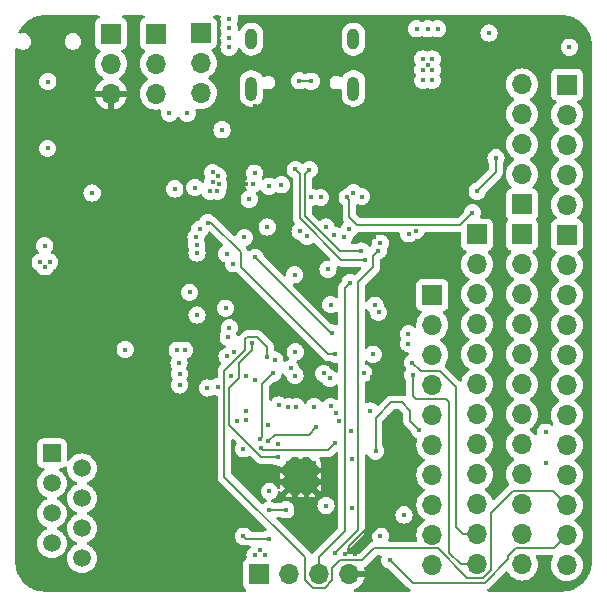
<source format=gbl>
G04 #@! TF.GenerationSoftware,KiCad,Pcbnew,8.0.7*
G04 #@! TF.CreationDate,2025-01-11T17:49:48-05:00*
G04 #@! TF.ProjectId,STM32H750VBT6_Minimalistic_Design,53544d33-3248-4373-9530-564254365f4d,rev?*
G04 #@! TF.SameCoordinates,Original*
G04 #@! TF.FileFunction,Copper,L6,Bot*
G04 #@! TF.FilePolarity,Positive*
%FSLAX46Y46*%
G04 Gerber Fmt 4.6, Leading zero omitted, Abs format (unit mm)*
G04 Created by KiCad (PCBNEW 8.0.7) date 2025-01-11 17:49:48*
%MOMM*%
%LPD*%
G01*
G04 APERTURE LIST*
G04 #@! TA.AperFunction,HeatsinkPad*
%ADD10C,0.500000*%
G04 #@! TD*
G04 #@! TA.AperFunction,HeatsinkPad*
%ADD11R,2.500000X2.500000*%
G04 #@! TD*
G04 #@! TA.AperFunction,ComponentPad*
%ADD12R,1.700000X1.700000*%
G04 #@! TD*
G04 #@! TA.AperFunction,ComponentPad*
%ADD13O,1.700000X1.700000*%
G04 #@! TD*
G04 #@! TA.AperFunction,ComponentPad*
%ADD14O,1.000000X2.100000*%
G04 #@! TD*
G04 #@! TA.AperFunction,ComponentPad*
%ADD15O,1.000000X1.800000*%
G04 #@! TD*
G04 #@! TA.AperFunction,ComponentPad*
%ADD16R,1.500000X1.500000*%
G04 #@! TD*
G04 #@! TA.AperFunction,ComponentPad*
%ADD17C,1.500000*%
G04 #@! TD*
G04 #@! TA.AperFunction,ViaPad*
%ADD18C,0.450000*%
G04 #@! TD*
G04 #@! TA.AperFunction,Conductor*
%ADD19C,0.150000*%
G04 #@! TD*
G04 APERTURE END LIST*
D10*
X143250000Y-120137500D03*
X143250000Y-119137500D03*
X143250000Y-118137500D03*
X142250000Y-120137500D03*
X142250000Y-119137500D03*
D11*
X142250000Y-119137500D03*
D10*
X142250000Y-118137500D03*
X141250000Y-120137500D03*
X141250000Y-119137500D03*
X141250000Y-118137500D03*
D12*
X164800000Y-85970000D03*
D13*
X164800000Y-88510000D03*
X164800000Y-91050000D03*
X164800000Y-93590000D03*
X164800000Y-96130000D03*
D14*
X146720000Y-86300000D03*
D15*
X146720000Y-82120000D03*
D14*
X138080000Y-86300000D03*
D15*
X138080000Y-82120000D03*
D12*
X153400000Y-103775000D03*
D13*
X153400000Y-106315000D03*
X153400000Y-108855000D03*
X153400000Y-111395000D03*
X153400000Y-113935000D03*
X153400000Y-116475000D03*
X153400000Y-119015000D03*
X153400000Y-121555000D03*
X153400000Y-124095000D03*
X153400000Y-126635000D03*
D12*
X157200000Y-98660000D03*
D13*
X157200000Y-101200000D03*
X157200000Y-103740000D03*
X157200000Y-106280000D03*
X157200000Y-108820000D03*
X157200000Y-111360000D03*
X157200000Y-113900000D03*
X157200000Y-116440000D03*
X157200000Y-118980000D03*
X157200000Y-121520000D03*
X157200000Y-124060000D03*
X157200000Y-126600000D03*
D12*
X164800000Y-98720000D03*
D13*
X164800000Y-101260000D03*
X164800000Y-103800000D03*
X164800000Y-106340000D03*
X164800000Y-108880000D03*
X164800000Y-111420000D03*
X164800000Y-113960000D03*
X164800000Y-116500000D03*
X164800000Y-119040000D03*
X164800000Y-121580000D03*
X164800000Y-124120000D03*
X164800000Y-126660000D03*
D12*
X126200000Y-81660000D03*
D13*
X126200000Y-84200000D03*
X126200000Y-86740000D03*
D16*
X121200000Y-117180000D03*
D17*
X123740000Y-118450000D03*
X121200000Y-119720000D03*
X123740000Y-120990000D03*
X121200000Y-122260000D03*
X123740000Y-123530000D03*
X121200000Y-124800000D03*
X123740000Y-126070000D03*
D12*
X138720000Y-127400000D03*
D13*
X141260000Y-127400000D03*
X143800000Y-127400000D03*
X146340000Y-127400000D03*
D12*
X133800000Y-81600000D03*
D13*
X133800000Y-84140000D03*
X133800000Y-86680000D03*
D12*
X161000000Y-98660000D03*
D13*
X161000000Y-101200000D03*
X161000000Y-103740000D03*
X161000000Y-106280000D03*
X161000000Y-108820000D03*
X161000000Y-111360000D03*
X161000000Y-113900000D03*
X161000000Y-116440000D03*
X161000000Y-118980000D03*
X161000000Y-121520000D03*
X161000000Y-124060000D03*
X161000000Y-126600000D03*
D12*
X130000000Y-81660000D03*
D13*
X130000000Y-84200000D03*
X130000000Y-86740000D03*
D12*
X161000000Y-96120000D03*
D13*
X161000000Y-93580000D03*
X161000000Y-91040000D03*
X161000000Y-88500000D03*
X161000000Y-85960000D03*
D18*
X158200000Y-81600000D03*
X152075000Y-81250000D03*
X153850000Y-81250000D03*
X148625000Y-86825000D03*
X142400000Y-88650003D03*
X138400000Y-87750000D03*
X149700000Y-114100000D03*
X145200000Y-122400000D03*
X151400000Y-96200000D03*
X125025000Y-86750000D03*
X148750000Y-89400000D03*
X145600000Y-88325003D03*
X148625000Y-88575000D03*
X136925000Y-94425000D03*
X119650000Y-84315000D03*
X144400000Y-123200000D03*
X145975000Y-125725000D03*
X156900000Y-89375000D03*
X124800000Y-105000000D03*
X119250000Y-84915000D03*
X148450000Y-98875000D03*
X146300000Y-87850000D03*
X124400000Y-105575000D03*
X149700000Y-114800000D03*
X150400000Y-114100000D03*
X153000000Y-95400000D03*
X124450000Y-86825000D03*
X137600000Y-94400000D03*
X151400000Y-95400000D03*
X137400000Y-93600000D03*
X132050000Y-97825000D03*
X133025000Y-107125000D03*
X153800000Y-95400000D03*
X123600000Y-87400000D03*
X152200000Y-96200000D03*
X149250000Y-90025000D03*
X145200000Y-123200000D03*
X160800000Y-81800000D03*
X146372394Y-125400000D03*
X153000000Y-96200000D03*
X161400000Y-82175000D03*
X124675000Y-86275000D03*
X150400000Y-115600000D03*
X149425000Y-88575000D03*
X139200000Y-87750000D03*
X162120000Y-82200000D03*
X124675000Y-87375000D03*
X122075000Y-84365000D03*
X153800000Y-96200000D03*
X136600000Y-93200000D03*
X160800000Y-82600000D03*
X124000000Y-105000000D03*
X150425000Y-114825000D03*
X136400000Y-102800000D03*
X122075000Y-83215000D03*
X152200000Y-95400000D03*
X122075000Y-85165000D03*
X123600000Y-86200000D03*
X149700000Y-115600000D03*
X145600000Y-87700000D03*
X139120000Y-88800000D03*
X136400000Y-110600000D03*
X119650000Y-85515000D03*
X138400000Y-89000000D03*
X148750000Y-90025000D03*
X149425000Y-87675000D03*
X148325000Y-110750000D03*
X132658946Y-97833946D03*
X149250000Y-89400000D03*
X146850000Y-125750000D03*
X146300000Y-88925000D03*
X155775000Y-89800000D03*
X149425000Y-86825000D03*
X148625000Y-87675000D03*
X156900000Y-90125000D03*
X124400000Y-106800000D03*
X131200000Y-102600000D03*
X121000000Y-101000000D03*
X135200000Y-95000000D03*
X131800000Y-108450000D03*
X136200000Y-80400000D03*
X136200000Y-81200000D03*
X138400000Y-125800000D03*
X152000000Y-98350000D03*
X135325000Y-94425000D03*
X132425000Y-108450000D03*
X120590000Y-99600000D03*
X134600000Y-95000000D03*
X138800000Y-125400000D03*
X152600000Y-84700000D03*
X148125000Y-113600000D03*
X136200000Y-82800000D03*
X153400000Y-85600000D03*
X136200000Y-82000000D03*
X134800000Y-94200000D03*
X152600000Y-85600000D03*
X136825000Y-114425000D03*
X132850000Y-103550000D03*
X120200000Y-101000000D03*
X153400000Y-83800000D03*
X137600000Y-113613672D03*
X139200000Y-125800000D03*
X120600000Y-101400000D03*
X137600000Y-114400000D03*
X152600000Y-83800000D03*
X134800000Y-93400000D03*
X151400000Y-98600000D03*
X135250000Y-93725000D03*
X153400000Y-84700000D03*
X133299480Y-94700520D03*
X132650000Y-88400000D03*
X139425000Y-98025000D03*
X151712500Y-109512500D03*
X133475000Y-105475000D03*
X151750000Y-110575000D03*
X145237500Y-113762500D03*
X148400000Y-108800000D03*
X148850000Y-105250000D03*
X145959901Y-98832949D03*
X145199479Y-125599479D03*
X148818001Y-100024001D03*
X141775000Y-110600000D03*
X136025000Y-108975000D03*
X137650000Y-110600000D03*
X135225000Y-111550000D03*
X144725000Y-110850000D03*
X147600000Y-110400000D03*
X144800000Y-104600000D03*
X149000000Y-99400000D03*
X144575000Y-101600000D03*
X146375000Y-98200000D03*
X145100000Y-98700000D03*
X146525000Y-115275000D03*
X141800000Y-108600000D03*
X152300000Y-115200000D03*
X141900000Y-113250000D03*
X163000000Y-115400000D03*
X148600000Y-117000000D03*
X146575001Y-117650000D03*
X163000000Y-118000000D03*
X151000000Y-122400000D03*
X143150000Y-95500000D03*
X143950000Y-95525000D03*
X133400000Y-98900000D03*
X147425000Y-95450000D03*
X144400000Y-121625000D03*
X138400000Y-110975000D03*
X149000000Y-124200000D03*
X151375000Y-107900000D03*
X133475000Y-100225000D03*
X138350000Y-93450000D03*
X157200000Y-95000000D03*
X165000000Y-82800000D03*
X141750000Y-102075000D03*
X158800000Y-92175000D03*
X149800000Y-126200000D03*
X140350000Y-116425000D03*
X140400000Y-113100000D03*
X146450000Y-102750000D03*
X144783969Y-113219325D03*
X144200000Y-110425000D03*
X151375000Y-107075000D03*
X145500000Y-114417894D03*
X136000000Y-100300000D03*
X137900000Y-95675000D03*
X142800000Y-98800000D03*
X138250000Y-94375000D03*
X136125000Y-107350000D03*
X139400000Y-109000000D03*
X139500000Y-114775000D03*
X146720002Y-95134998D03*
X143400000Y-113250000D03*
X139575000Y-94575000D03*
X146200000Y-95525000D03*
X156800000Y-96800000D03*
X144400000Y-98025000D03*
X148550000Y-104650000D03*
X133450000Y-99550000D03*
X142200000Y-98400000D03*
X136225000Y-106550000D03*
X135900000Y-104900000D03*
X120850000Y-85715000D03*
X120824265Y-91375735D03*
X124599264Y-95150736D03*
X134350000Y-111650000D03*
X133725000Y-98200000D03*
X131600000Y-94800000D03*
X131150000Y-88400000D03*
X136568435Y-101135853D03*
X135600000Y-89800000D03*
X140625000Y-94450000D03*
X136600000Y-108600000D03*
X142150000Y-85650000D03*
X143150000Y-85675000D03*
X145200000Y-116275000D03*
X138900000Y-116775000D03*
X141000000Y-121975000D03*
X139600000Y-122000000D03*
X139600000Y-124400000D03*
X137400000Y-124200000D03*
X147745298Y-100825001D03*
X141800000Y-93150000D03*
X143575000Y-114950000D03*
X139500000Y-116150000D03*
X143000000Y-93175000D03*
X147400000Y-100057106D03*
X139600000Y-120400000D03*
X146575000Y-121850000D03*
X138850000Y-115950000D03*
X139900000Y-110425000D03*
X137400000Y-116800000D03*
X140300000Y-117500000D03*
X138123744Y-107875214D03*
X127400000Y-108400000D03*
X141200000Y-113250000D03*
X132000000Y-111400000D03*
X141400000Y-110000000D03*
X137500000Y-98900000D03*
X131950000Y-109550000D03*
X131999479Y-110450000D03*
X140062500Y-109287500D03*
X145200000Y-108800000D03*
X134400000Y-97675000D03*
X144925000Y-107000000D03*
X138400000Y-100600000D03*
X153025000Y-84275000D03*
X153000000Y-81250000D03*
D19*
X158800000Y-93400000D02*
X157200000Y-95000000D01*
X158800000Y-92175000D02*
X158800000Y-93400000D01*
X147125000Y-123673958D02*
X145199479Y-125599479D01*
X147125000Y-110632107D02*
X147125000Y-123673958D01*
X147100000Y-110607107D02*
X147125000Y-110632107D01*
X148400000Y-101400000D02*
X147100000Y-102700000D01*
X148400000Y-100442002D02*
X148400000Y-101400000D01*
X147100000Y-102700000D02*
X147100000Y-110607107D01*
X148818001Y-100024001D02*
X148400000Y-100442002D01*
X145549999Y-100057106D02*
X147400000Y-100057106D01*
X142625001Y-97132108D02*
X145549999Y-100057106D01*
X142625001Y-93549999D02*
X142625001Y-97132108D01*
X143000000Y-93175000D02*
X142625001Y-93549999D01*
X146200001Y-100825001D02*
X147745298Y-100825001D01*
X142174999Y-97293199D02*
X145706800Y-100825000D01*
X145706800Y-100825000D02*
X146200000Y-100825000D01*
X146200000Y-100825000D02*
X146200001Y-100825001D01*
X142174999Y-93524999D02*
X142174999Y-97293199D01*
X141800000Y-93150000D02*
X142174999Y-93524999D01*
X140050000Y-115600000D02*
X139500000Y-116150000D01*
X142925000Y-115600000D02*
X140050000Y-115600000D01*
X143575000Y-114950000D02*
X142925000Y-115600000D01*
X144600000Y-108800000D02*
X145200000Y-108800000D01*
X137173958Y-101373958D02*
X144600000Y-108800000D01*
X137173958Y-100175000D02*
X137173958Y-101373958D01*
X134400000Y-97675000D02*
X134673958Y-97675000D01*
X134673958Y-97675000D02*
X137173958Y-100175000D01*
X143125000Y-85650000D02*
X142150000Y-85650000D01*
X143150000Y-85675000D02*
X143125000Y-85650000D01*
X144800000Y-107000000D02*
X138400000Y-100600000D01*
X144925000Y-107000000D02*
X144800000Y-107000000D01*
X155750000Y-97850000D02*
X156800000Y-96800000D01*
X146375000Y-97200000D02*
X147025000Y-97850000D01*
X147025000Y-97850000D02*
X155750000Y-97850000D01*
X146375000Y-95700000D02*
X146375000Y-97200000D01*
X146200000Y-95525000D02*
X146375000Y-95700000D01*
X143800000Y-126000000D02*
X143800000Y-127400000D01*
X146000000Y-123800000D02*
X143800000Y-126000000D01*
X146450000Y-102750000D02*
X146000000Y-103200000D01*
X146000000Y-103200000D02*
X146000000Y-123800000D01*
X139050000Y-116925000D02*
X138900000Y-116775000D01*
X144550000Y-116925000D02*
X139050000Y-116925000D01*
X145200000Y-116275000D02*
X144550000Y-116925000D01*
X154800000Y-125600000D02*
X155800000Y-126600000D01*
X154800000Y-112800000D02*
X154800000Y-125600000D01*
X154600000Y-112600000D02*
X154800000Y-112800000D01*
X152000000Y-112600000D02*
X154600000Y-112600000D01*
X155800000Y-126600000D02*
X157200000Y-126600000D01*
X151750000Y-112350000D02*
X152000000Y-112600000D01*
X151750000Y-110575000D02*
X151750000Y-112350000D01*
X158350000Y-122236346D02*
X160216346Y-120370000D01*
X158350000Y-127076346D02*
X158350000Y-122236346D01*
X157676346Y-127750000D02*
X158350000Y-127076346D01*
X163590000Y-120370000D02*
X164800000Y-121580000D01*
X156381346Y-127750000D02*
X157676346Y-127750000D01*
X153876346Y-125245000D02*
X156381346Y-127750000D01*
X148480000Y-125245000D02*
X153876346Y-125245000D01*
X147475000Y-126250000D02*
X148480000Y-125245000D01*
X145623654Y-126250000D02*
X147475000Y-126250000D01*
X144950000Y-127876346D02*
X144950000Y-126923654D01*
X144276346Y-128550000D02*
X144950000Y-127876346D01*
X143323654Y-128550000D02*
X144276346Y-128550000D01*
X142650000Y-127876346D02*
X143323654Y-128550000D01*
X142650000Y-126000000D02*
X142650000Y-127876346D01*
X135800000Y-119150000D02*
X142650000Y-126000000D01*
X137550000Y-107550000D02*
X137550000Y-108450000D01*
X137550000Y-108450000D02*
X135800000Y-110200000D01*
X138600000Y-107350000D02*
X137750000Y-107350000D01*
X144950000Y-126923654D02*
X145623654Y-126250000D01*
X135800000Y-110200000D02*
X135800000Y-119150000D01*
X139400000Y-109000000D02*
X139400000Y-108150000D01*
X139400000Y-108150000D02*
X138600000Y-107350000D01*
X137750000Y-107350000D02*
X137550000Y-107550000D01*
X160216346Y-120370000D02*
X163590000Y-120370000D01*
X138850000Y-115950000D02*
X139000000Y-115800000D01*
X139000000Y-115800000D02*
X139000000Y-111325000D01*
X139000000Y-111325000D02*
X139900000Y-110425000D01*
X138123744Y-108441942D02*
X138123744Y-107875214D01*
X137000000Y-109565686D02*
X138123744Y-108441942D01*
X137000000Y-110848529D02*
X137000000Y-109565686D01*
X136200000Y-114800000D02*
X136200000Y-111648529D01*
X136200000Y-111648529D02*
X137000000Y-110848529D01*
X138900000Y-117500000D02*
X136200000Y-114800000D01*
X140300000Y-117500000D02*
X138900000Y-117500000D01*
X150806696Y-112881696D02*
X149918304Y-112881696D01*
X151525000Y-113600000D02*
X150806696Y-112881696D01*
X148600000Y-114200000D02*
X148600000Y-117000000D01*
X151525000Y-114425000D02*
X151525000Y-113600000D01*
X152300000Y-115200000D02*
X151525000Y-114425000D01*
X149918304Y-112881696D02*
X148600000Y-114200000D01*
X146850000Y-125350000D02*
X146850000Y-125750000D01*
X148544327Y-123655673D02*
X146850000Y-125350000D01*
X148544327Y-123654632D02*
X148544327Y-123655673D01*
X148793286Y-123405673D02*
X148544327Y-123654632D01*
X150400000Y-121800000D02*
X148794327Y-123405673D01*
X150400000Y-114850000D02*
X150400000Y-121800000D01*
X150425000Y-114825000D02*
X150400000Y-114850000D01*
X148794327Y-123405673D02*
X148793286Y-123405673D01*
X146372394Y-125027606D02*
X146372394Y-125400000D01*
X150000000Y-121400000D02*
X146372394Y-125027606D01*
X150000000Y-115100000D02*
X150000000Y-121400000D01*
X149700000Y-114800000D02*
X150000000Y-115100000D01*
X156000000Y-124000000D02*
X157140000Y-124000000D01*
X155400000Y-123400000D02*
X156000000Y-124000000D01*
X157140000Y-124000000D02*
X157200000Y-124060000D01*
X155400000Y-111600000D02*
X155400000Y-123400000D01*
X154045000Y-110245000D02*
X155400000Y-111600000D01*
X152445000Y-110245000D02*
X154045000Y-110245000D01*
X151712500Y-109512500D02*
X152445000Y-110245000D01*
X145199479Y-125599480D02*
X145190000Y-125608959D01*
X145199479Y-125599479D02*
X145199479Y-125599480D01*
X151750000Y-128150000D02*
X149800000Y-126200000D01*
X160523654Y-125210000D02*
X159850000Y-125883654D01*
X159850000Y-126142032D02*
X157842032Y-128150000D01*
X163710000Y-125210000D02*
X164800000Y-124120000D01*
X159850000Y-125883654D02*
X159850000Y-126142032D01*
X163710000Y-125210000D02*
X160523654Y-125210000D01*
X157842032Y-128150000D02*
X151750000Y-128150000D01*
X139625000Y-121975000D02*
X139600000Y-122000000D01*
X141000000Y-121975000D02*
X139625000Y-121975000D01*
X139600000Y-124400000D02*
X137600000Y-124400000D01*
X137600000Y-124400000D02*
X137400000Y-124200000D01*
G04 #@! TA.AperFunction,Conductor*
G36*
X125199802Y-80120185D02*
G01*
X125245557Y-80172989D01*
X125255501Y-80242147D01*
X125226476Y-80305703D01*
X125176096Y-80340682D01*
X125107671Y-80366202D01*
X125107664Y-80366206D01*
X124992455Y-80452452D01*
X124992452Y-80452455D01*
X124906206Y-80567664D01*
X124906202Y-80567671D01*
X124855908Y-80702517D01*
X124849949Y-80757947D01*
X124849501Y-80762123D01*
X124849500Y-80762135D01*
X124849500Y-82557870D01*
X124849501Y-82557876D01*
X124855908Y-82617483D01*
X124906202Y-82752328D01*
X124906206Y-82752335D01*
X124992452Y-82867544D01*
X124992455Y-82867547D01*
X125107664Y-82953793D01*
X125107671Y-82953797D01*
X125239081Y-83002810D01*
X125295015Y-83044681D01*
X125319432Y-83110145D01*
X125304580Y-83178418D01*
X125283430Y-83206673D01*
X125161503Y-83328600D01*
X125025965Y-83522169D01*
X125025964Y-83522171D01*
X124926098Y-83736335D01*
X124926094Y-83736344D01*
X124864938Y-83964586D01*
X124864936Y-83964596D01*
X124844341Y-84199999D01*
X124844341Y-84200000D01*
X124864936Y-84435403D01*
X124864938Y-84435413D01*
X124926094Y-84663655D01*
X124926096Y-84663659D01*
X124926097Y-84663663D01*
X125018796Y-84862457D01*
X125025965Y-84877830D01*
X125025967Y-84877834D01*
X125161501Y-85071395D01*
X125161506Y-85071402D01*
X125328597Y-85238493D01*
X125328603Y-85238498D01*
X125382274Y-85276079D01*
X125506413Y-85363002D01*
X125514594Y-85368730D01*
X125558219Y-85423307D01*
X125565413Y-85492805D01*
X125533890Y-85555160D01*
X125514595Y-85571880D01*
X125328922Y-85701890D01*
X125328920Y-85701891D01*
X125161891Y-85868920D01*
X125161886Y-85868926D01*
X125026400Y-86062420D01*
X125026399Y-86062422D01*
X124926570Y-86276507D01*
X124926567Y-86276513D01*
X124869364Y-86489999D01*
X124869364Y-86490000D01*
X125766988Y-86490000D01*
X125734075Y-86547007D01*
X125700000Y-86674174D01*
X125700000Y-86805826D01*
X125734075Y-86932993D01*
X125766988Y-86990000D01*
X124869364Y-86990000D01*
X124926567Y-87203486D01*
X124926570Y-87203492D01*
X125026399Y-87417578D01*
X125161894Y-87611082D01*
X125328917Y-87778105D01*
X125522421Y-87913600D01*
X125736507Y-88013429D01*
X125736516Y-88013433D01*
X125950000Y-88070634D01*
X125950000Y-87173012D01*
X126007007Y-87205925D01*
X126134174Y-87240000D01*
X126265826Y-87240000D01*
X126392993Y-87205925D01*
X126450000Y-87173012D01*
X126450000Y-88070633D01*
X126663483Y-88013433D01*
X126663492Y-88013429D01*
X126877578Y-87913600D01*
X127071082Y-87778105D01*
X127238105Y-87611082D01*
X127373600Y-87417578D01*
X127473429Y-87203492D01*
X127473432Y-87203486D01*
X127530636Y-86990000D01*
X126633012Y-86990000D01*
X126665925Y-86932993D01*
X126700000Y-86805826D01*
X126700000Y-86674174D01*
X126665925Y-86547007D01*
X126633012Y-86490000D01*
X127530636Y-86490000D01*
X127530635Y-86489999D01*
X127473432Y-86276513D01*
X127473429Y-86276507D01*
X127373600Y-86062422D01*
X127373599Y-86062420D01*
X127238113Y-85868926D01*
X127238108Y-85868920D01*
X127071078Y-85701890D01*
X126885405Y-85571879D01*
X126841780Y-85517302D01*
X126834588Y-85447804D01*
X126866110Y-85385449D01*
X126885406Y-85368730D01*
X126885842Y-85368425D01*
X127071401Y-85238495D01*
X127238495Y-85071401D01*
X127374035Y-84877830D01*
X127473903Y-84663663D01*
X127535063Y-84435408D01*
X127555659Y-84200000D01*
X127535063Y-83964592D01*
X127473903Y-83736337D01*
X127374035Y-83522171D01*
X127366763Y-83511786D01*
X127238496Y-83328600D01*
X127178495Y-83268599D01*
X127116567Y-83206671D01*
X127083084Y-83145351D01*
X127088068Y-83075659D01*
X127129939Y-83019725D01*
X127160915Y-83002810D01*
X127292331Y-82953796D01*
X127407546Y-82867546D01*
X127493796Y-82752331D01*
X127544091Y-82617483D01*
X127550500Y-82557873D01*
X127550499Y-80762128D01*
X127544091Y-80702517D01*
X127543946Y-80702129D01*
X127493797Y-80567671D01*
X127493793Y-80567664D01*
X127407547Y-80452455D01*
X127407544Y-80452452D01*
X127292335Y-80366206D01*
X127292328Y-80366202D01*
X127223904Y-80340682D01*
X127167970Y-80298811D01*
X127143553Y-80233347D01*
X127158405Y-80165074D01*
X127207810Y-80115668D01*
X127267237Y-80100500D01*
X128932763Y-80100500D01*
X128999802Y-80120185D01*
X129045557Y-80172989D01*
X129055501Y-80242147D01*
X129026476Y-80305703D01*
X128976096Y-80340682D01*
X128907671Y-80366202D01*
X128907664Y-80366206D01*
X128792455Y-80452452D01*
X128792452Y-80452455D01*
X128706206Y-80567664D01*
X128706202Y-80567671D01*
X128655908Y-80702517D01*
X128649949Y-80757947D01*
X128649501Y-80762123D01*
X128649500Y-80762135D01*
X128649500Y-82557870D01*
X128649501Y-82557876D01*
X128655908Y-82617483D01*
X128706202Y-82752328D01*
X128706206Y-82752335D01*
X128792452Y-82867544D01*
X128792455Y-82867547D01*
X128907664Y-82953793D01*
X128907671Y-82953797D01*
X129039081Y-83002810D01*
X129095015Y-83044681D01*
X129119432Y-83110145D01*
X129104580Y-83178418D01*
X129083430Y-83206673D01*
X128961503Y-83328600D01*
X128825965Y-83522169D01*
X128825964Y-83522171D01*
X128726098Y-83736335D01*
X128726094Y-83736344D01*
X128664938Y-83964586D01*
X128664936Y-83964596D01*
X128644341Y-84199999D01*
X128644341Y-84200000D01*
X128664936Y-84435403D01*
X128664938Y-84435413D01*
X128726094Y-84663655D01*
X128726096Y-84663659D01*
X128726097Y-84663663D01*
X128818796Y-84862457D01*
X128825965Y-84877830D01*
X128825967Y-84877834D01*
X128961501Y-85071395D01*
X128961506Y-85071402D01*
X129128597Y-85238493D01*
X129128603Y-85238498D01*
X129314158Y-85368425D01*
X129357783Y-85423002D01*
X129364977Y-85492500D01*
X129333454Y-85554855D01*
X129314158Y-85571575D01*
X129128597Y-85701505D01*
X128961505Y-85868597D01*
X128825965Y-86062169D01*
X128825964Y-86062171D01*
X128726098Y-86276335D01*
X128726094Y-86276344D01*
X128664938Y-86504586D01*
X128664936Y-86504596D01*
X128644341Y-86739999D01*
X128644341Y-86740000D01*
X128664936Y-86975403D01*
X128664938Y-86975413D01*
X128726094Y-87203655D01*
X128726096Y-87203659D01*
X128726097Y-87203663D01*
X128797988Y-87357834D01*
X128825965Y-87417830D01*
X128825967Y-87417834D01*
X128919493Y-87551402D01*
X128961505Y-87611401D01*
X129128599Y-87778495D01*
X129190972Y-87822169D01*
X129322165Y-87914032D01*
X129322167Y-87914033D01*
X129322170Y-87914035D01*
X129536337Y-88013903D01*
X129536343Y-88013904D01*
X129536344Y-88013905D01*
X129540666Y-88015063D01*
X129764592Y-88075063D01*
X129951823Y-88091444D01*
X129999999Y-88095659D01*
X130000000Y-88095659D01*
X130000001Y-88095659D01*
X130039234Y-88092226D01*
X130235408Y-88075063D01*
X130295307Y-88059013D01*
X130365155Y-88060676D01*
X130423018Y-88099838D01*
X130450522Y-88164066D01*
X130444442Y-88219738D01*
X130438212Y-88237541D01*
X130438212Y-88237542D01*
X130419909Y-88399996D01*
X130419909Y-88400003D01*
X130438212Y-88562455D01*
X130492210Y-88716774D01*
X130579192Y-88855204D01*
X130694796Y-88970808D01*
X130833225Y-89057789D01*
X130987539Y-89111786D01*
X130987542Y-89111786D01*
X130987544Y-89111787D01*
X131149996Y-89130091D01*
X131150000Y-89130091D01*
X131150004Y-89130091D01*
X131312455Y-89111787D01*
X131312456Y-89111786D01*
X131312461Y-89111786D01*
X131466775Y-89057789D01*
X131605204Y-88970808D01*
X131720808Y-88855204D01*
X131795006Y-88737119D01*
X131847341Y-88690828D01*
X131916395Y-88680180D01*
X131980243Y-88708555D01*
X132004994Y-88737119D01*
X132079192Y-88855204D01*
X132194796Y-88970808D01*
X132333225Y-89057789D01*
X132487539Y-89111786D01*
X132487542Y-89111786D01*
X132487544Y-89111787D01*
X132649996Y-89130091D01*
X132650000Y-89130091D01*
X132650004Y-89130091D01*
X132812455Y-89111787D01*
X132812456Y-89111786D01*
X132812461Y-89111786D01*
X132966775Y-89057789D01*
X133105204Y-88970808D01*
X133220808Y-88855204D01*
X133307789Y-88716775D01*
X133361786Y-88562461D01*
X133380091Y-88400000D01*
X133380091Y-88399996D01*
X133361787Y-88237542D01*
X133332392Y-88153536D01*
X133328830Y-88083757D01*
X133363558Y-88023130D01*
X133425552Y-87990902D01*
X133481526Y-87992806D01*
X133509315Y-88000251D01*
X133564592Y-88015063D01*
X133752918Y-88031539D01*
X133799999Y-88035659D01*
X133800000Y-88035659D01*
X133800001Y-88035659D01*
X133839234Y-88032226D01*
X134035408Y-88015063D01*
X134263663Y-87953903D01*
X134477830Y-87854035D01*
X134671401Y-87718495D01*
X134838495Y-87551401D01*
X134974035Y-87357830D01*
X135073903Y-87143663D01*
X135126185Y-86948543D01*
X137079499Y-86948543D01*
X137117947Y-87141829D01*
X137117950Y-87141839D01*
X137193364Y-87323907D01*
X137193371Y-87323920D01*
X137302860Y-87487781D01*
X137302863Y-87487785D01*
X137442214Y-87627136D01*
X137442218Y-87627139D01*
X137606079Y-87736628D01*
X137606092Y-87736635D01*
X137707160Y-87778498D01*
X137788165Y-87812051D01*
X137788169Y-87812051D01*
X137788170Y-87812052D01*
X137981456Y-87850500D01*
X137981459Y-87850500D01*
X138178543Y-87850500D01*
X138320969Y-87822169D01*
X138371835Y-87812051D01*
X138540445Y-87742211D01*
X138553907Y-87736635D01*
X138553907Y-87736634D01*
X138553914Y-87736632D01*
X138717782Y-87627139D01*
X138857139Y-87487782D01*
X138966632Y-87323914D01*
X139042051Y-87141835D01*
X139070563Y-86998498D01*
X139080500Y-86948543D01*
X139080500Y-86431333D01*
X139100185Y-86364294D01*
X139152989Y-86318539D01*
X139222147Y-86308595D01*
X139266501Y-86323947D01*
X139287859Y-86336278D01*
X139287860Y-86336278D01*
X139287865Y-86336281D01*
X139434234Y-86375500D01*
X139434236Y-86375500D01*
X139585764Y-86375500D01*
X139585766Y-86375500D01*
X139732135Y-86336281D01*
X139863365Y-86260515D01*
X139970515Y-86153365D01*
X140046281Y-86022135D01*
X140085500Y-85875766D01*
X140085500Y-85724234D01*
X140065608Y-85649996D01*
X141419909Y-85649996D01*
X141419909Y-85650003D01*
X141438212Y-85812455D01*
X141492210Y-85966774D01*
X141514452Y-86002171D01*
X141579192Y-86105204D01*
X141694796Y-86220808D01*
X141833225Y-86307789D01*
X141987539Y-86361786D01*
X141987542Y-86361786D01*
X141987544Y-86361787D01*
X142149996Y-86380091D01*
X142150000Y-86380091D01*
X142150004Y-86380091D01*
X142312455Y-86361787D01*
X142312456Y-86361786D01*
X142312461Y-86361786D01*
X142466775Y-86307789D01*
X142564135Y-86246613D01*
X142631369Y-86227613D01*
X142696078Y-86246613D01*
X142718202Y-86260515D01*
X142829303Y-86330325D01*
X142833225Y-86332789D01*
X142987539Y-86386786D01*
X142987542Y-86386786D01*
X142987544Y-86386787D01*
X143149996Y-86405091D01*
X143150000Y-86405091D01*
X143150004Y-86405091D01*
X143312455Y-86386787D01*
X143312456Y-86386786D01*
X143312461Y-86386786D01*
X143466775Y-86332789D01*
X143605204Y-86245808D01*
X143720808Y-86130204D01*
X143807789Y-85991775D01*
X143861786Y-85837461D01*
X143865038Y-85808599D01*
X143874544Y-85724234D01*
X144714500Y-85724234D01*
X144714500Y-85875765D01*
X144753719Y-86022136D01*
X144776979Y-86062422D01*
X144829485Y-86153365D01*
X144936635Y-86260515D01*
X145037135Y-86318539D01*
X145067861Y-86336279D01*
X145067865Y-86336281D01*
X145214234Y-86375500D01*
X145214236Y-86375500D01*
X145365764Y-86375500D01*
X145365766Y-86375500D01*
X145512135Y-86336281D01*
X145522451Y-86330325D01*
X145533499Y-86323947D01*
X145601398Y-86307473D01*
X145667426Y-86330325D01*
X145710617Y-86385245D01*
X145719500Y-86431333D01*
X145719500Y-86948541D01*
X145719500Y-86948543D01*
X145719499Y-86948543D01*
X145757947Y-87141829D01*
X145757950Y-87141839D01*
X145833364Y-87323907D01*
X145833371Y-87323920D01*
X145942860Y-87487781D01*
X145942863Y-87487785D01*
X146082214Y-87627136D01*
X146082218Y-87627139D01*
X146246079Y-87736628D01*
X146246092Y-87736635D01*
X146347160Y-87778498D01*
X146428165Y-87812051D01*
X146428169Y-87812051D01*
X146428170Y-87812052D01*
X146621456Y-87850500D01*
X146621459Y-87850500D01*
X146818543Y-87850500D01*
X146960969Y-87822169D01*
X147011835Y-87812051D01*
X147180445Y-87742211D01*
X147193907Y-87736635D01*
X147193907Y-87736634D01*
X147193914Y-87736632D01*
X147357782Y-87627139D01*
X147497139Y-87487782D01*
X147606632Y-87323914D01*
X147682051Y-87141835D01*
X147710563Y-86998498D01*
X147720500Y-86948543D01*
X147720500Y-85651456D01*
X147682052Y-85458170D01*
X147682051Y-85458169D01*
X147682051Y-85458165D01*
X147677759Y-85447804D01*
X147606635Y-85276092D01*
X147606628Y-85276079D01*
X147497139Y-85112218D01*
X147497136Y-85112214D01*
X147357785Y-84972863D01*
X147357781Y-84972860D01*
X147193920Y-84863371D01*
X147193907Y-84863364D01*
X147011839Y-84787950D01*
X147011829Y-84787947D01*
X146818543Y-84749500D01*
X146818541Y-84749500D01*
X146621459Y-84749500D01*
X146621457Y-84749500D01*
X146428170Y-84787947D01*
X146428160Y-84787950D01*
X146246092Y-84863364D01*
X146246079Y-84863371D01*
X146082218Y-84972860D01*
X146082214Y-84972863D01*
X145942863Y-85112214D01*
X145942860Y-85112218D01*
X145833371Y-85276079D01*
X145833363Y-85276094D01*
X145829456Y-85285528D01*
X145785615Y-85339931D01*
X145719320Y-85361995D01*
X145651621Y-85344715D01*
X145646968Y-85341566D01*
X145643366Y-85339486D01*
X145643365Y-85339485D01*
X145545922Y-85283226D01*
X145512136Y-85263719D01*
X145418008Y-85238498D01*
X145365766Y-85224500D01*
X145214234Y-85224500D01*
X145067863Y-85263719D01*
X144936635Y-85339485D01*
X144936632Y-85339487D01*
X144829487Y-85446632D01*
X144829485Y-85446635D01*
X144753719Y-85577863D01*
X144714500Y-85724234D01*
X143874544Y-85724234D01*
X143880091Y-85675003D01*
X143880091Y-85674996D01*
X143861787Y-85512544D01*
X143861786Y-85512542D01*
X143861786Y-85512539D01*
X143807789Y-85358225D01*
X143720808Y-85219796D01*
X143605204Y-85104192D01*
X143553008Y-85071395D01*
X143466774Y-85017210D01*
X143312455Y-84963212D01*
X143150004Y-84944909D01*
X143149996Y-84944909D01*
X142987544Y-84963212D01*
X142833225Y-85017210D01*
X142772298Y-85055494D01*
X142706326Y-85074500D01*
X142633461Y-85074500D01*
X142567489Y-85055494D01*
X142466774Y-84992210D01*
X142312455Y-84938212D01*
X142150004Y-84919909D01*
X142149996Y-84919909D01*
X141987544Y-84938212D01*
X141833225Y-84992210D01*
X141694795Y-85079192D01*
X141579192Y-85194795D01*
X141492210Y-85333225D01*
X141438212Y-85487544D01*
X141419909Y-85649996D01*
X140065608Y-85649996D01*
X140046281Y-85577865D01*
X140042649Y-85571575D01*
X140021569Y-85535063D01*
X139970515Y-85446635D01*
X139863365Y-85339485D01*
X139792838Y-85298766D01*
X139732136Y-85263719D01*
X139638008Y-85238498D01*
X139585766Y-85224500D01*
X139434234Y-85224500D01*
X139287863Y-85263719D01*
X139196428Y-85316510D01*
X139156635Y-85339485D01*
X139156633Y-85339486D01*
X139149597Y-85343549D01*
X139148254Y-85341224D01*
X139095391Y-85361647D01*
X139026949Y-85347592D01*
X138976971Y-85298766D01*
X138970540Y-85285522D01*
X138969587Y-85283222D01*
X138966632Y-85276086D01*
X138966630Y-85276083D01*
X138966628Y-85276079D01*
X138857139Y-85112218D01*
X138857136Y-85112214D01*
X138717785Y-84972863D01*
X138717781Y-84972860D01*
X138553920Y-84863371D01*
X138553907Y-84863364D01*
X138371839Y-84787950D01*
X138371829Y-84787947D01*
X138178543Y-84749500D01*
X138178541Y-84749500D01*
X137981459Y-84749500D01*
X137981457Y-84749500D01*
X137788170Y-84787947D01*
X137788160Y-84787950D01*
X137606092Y-84863364D01*
X137606079Y-84863371D01*
X137442218Y-84972860D01*
X137442214Y-84972863D01*
X137302863Y-85112214D01*
X137302860Y-85112218D01*
X137193371Y-85276079D01*
X137193364Y-85276092D01*
X137117950Y-85458160D01*
X137117947Y-85458170D01*
X137079500Y-85651456D01*
X137079500Y-85651459D01*
X137079500Y-86948541D01*
X137079500Y-86948543D01*
X137079499Y-86948543D01*
X135126185Y-86948543D01*
X135135063Y-86915408D01*
X135155659Y-86680000D01*
X135135063Y-86444592D01*
X135073903Y-86216337D01*
X134974035Y-86002171D01*
X134914241Y-85916775D01*
X134838494Y-85808597D01*
X134671402Y-85641506D01*
X134671396Y-85641501D01*
X134485842Y-85511575D01*
X134442217Y-85456998D01*
X134435023Y-85387500D01*
X134466546Y-85325145D01*
X134485842Y-85308425D01*
X134532037Y-85276079D01*
X134671401Y-85178495D01*
X134838495Y-85011401D01*
X134974035Y-84817830D01*
X135073903Y-84603663D01*
X135135063Y-84375408D01*
X135155659Y-84140000D01*
X135135063Y-83904592D01*
X135107037Y-83799996D01*
X151869909Y-83799996D01*
X151869909Y-83800003D01*
X151888212Y-83962455D01*
X151942211Y-84116777D01*
X151984468Y-84184029D01*
X152003468Y-84251265D01*
X151984468Y-84315971D01*
X151942211Y-84383222D01*
X151888212Y-84537544D01*
X151869909Y-84699996D01*
X151869909Y-84700003D01*
X151888212Y-84862455D01*
X151888213Y-84862460D01*
X151888214Y-84862461D01*
X151893534Y-84877664D01*
X151942211Y-85016777D01*
X151984468Y-85084029D01*
X152003468Y-85151265D01*
X151984468Y-85215971D01*
X151942211Y-85283222D01*
X151888212Y-85437544D01*
X151869909Y-85599996D01*
X151869909Y-85600003D01*
X151888212Y-85762455D01*
X151942210Y-85916774D01*
X152029192Y-86055204D01*
X152144796Y-86170808D01*
X152283225Y-86257789D01*
X152437539Y-86311786D01*
X152437542Y-86311786D01*
X152437544Y-86311787D01*
X152599996Y-86330091D01*
X152600000Y-86330091D01*
X152600004Y-86330091D01*
X152762455Y-86311787D01*
X152762456Y-86311786D01*
X152762461Y-86311786D01*
X152916775Y-86257789D01*
X152934027Y-86246948D01*
X153001263Y-86227948D01*
X153065972Y-86246948D01*
X153083225Y-86257789D01*
X153237539Y-86311786D01*
X153237542Y-86311786D01*
X153237544Y-86311787D01*
X153399996Y-86330091D01*
X153400000Y-86330091D01*
X153400004Y-86330091D01*
X153562455Y-86311787D01*
X153562456Y-86311786D01*
X153562461Y-86311786D01*
X153716775Y-86257789D01*
X153855204Y-86170808D01*
X153970808Y-86055204D01*
X154057789Y-85916775D01*
X154111786Y-85762461D01*
X154111787Y-85762455D01*
X154130091Y-85600003D01*
X154130091Y-85599996D01*
X154111787Y-85437542D01*
X154098029Y-85398225D01*
X154057789Y-85283225D01*
X154015529Y-85215969D01*
X153996529Y-85148737D01*
X154015528Y-85084030D01*
X154057789Y-85016775D01*
X154111786Y-84862461D01*
X154111786Y-84862459D01*
X154111787Y-84862457D01*
X154130091Y-84700003D01*
X154130091Y-84699996D01*
X154111787Y-84537542D01*
X154076050Y-84435413D01*
X154057789Y-84383225D01*
X154015529Y-84315969D01*
X153996529Y-84248737D01*
X154015528Y-84184030D01*
X154057789Y-84116775D01*
X154111786Y-83962461D01*
X154111786Y-83962459D01*
X154111787Y-83962457D01*
X154130091Y-83800003D01*
X154130091Y-83799996D01*
X154111787Y-83637544D01*
X154111786Y-83637542D01*
X154111786Y-83637539D01*
X154057789Y-83483225D01*
X153970808Y-83344796D01*
X153855204Y-83229192D01*
X153764265Y-83172051D01*
X153716774Y-83142210D01*
X153562455Y-83088212D01*
X153400004Y-83069909D01*
X153399996Y-83069909D01*
X153237544Y-83088212D01*
X153083223Y-83142211D01*
X153065968Y-83153053D01*
X152998731Y-83172051D01*
X152934032Y-83153053D01*
X152916776Y-83142211D01*
X152762455Y-83088212D01*
X152600004Y-83069909D01*
X152599996Y-83069909D01*
X152437544Y-83088212D01*
X152283225Y-83142210D01*
X152144795Y-83229192D01*
X152029192Y-83344795D01*
X151942210Y-83483225D01*
X151888212Y-83637544D01*
X151869909Y-83799996D01*
X135107037Y-83799996D01*
X135073903Y-83676337D01*
X134974035Y-83462171D01*
X134935148Y-83406635D01*
X134838496Y-83268600D01*
X134799088Y-83229192D01*
X134716567Y-83146671D01*
X134683084Y-83085351D01*
X134688068Y-83015659D01*
X134729939Y-82959725D01*
X134760915Y-82942810D01*
X134892331Y-82893796D01*
X135007546Y-82807546D01*
X135093796Y-82692331D01*
X135144091Y-82557483D01*
X135150500Y-82497873D01*
X135150499Y-80702128D01*
X135144091Y-80642517D01*
X135135230Y-80618760D01*
X135093797Y-80507671D01*
X135093793Y-80507664D01*
X135007547Y-80392455D01*
X135007544Y-80392452D01*
X134915792Y-80323766D01*
X134873921Y-80267832D01*
X134868937Y-80198141D01*
X134902423Y-80136818D01*
X134963746Y-80103334D01*
X134990103Y-80100500D01*
X135364898Y-80100500D01*
X135431937Y-80120185D01*
X135477692Y-80172989D01*
X135488118Y-80238383D01*
X135469909Y-80399996D01*
X135469909Y-80400003D01*
X135488212Y-80562455D01*
X135542211Y-80716776D01*
X135553053Y-80734032D01*
X135572051Y-80801269D01*
X135553053Y-80865968D01*
X135542211Y-80883223D01*
X135488212Y-81037544D01*
X135469909Y-81199996D01*
X135469909Y-81200003D01*
X135488212Y-81362455D01*
X135542211Y-81516776D01*
X135553053Y-81534032D01*
X135572051Y-81601269D01*
X135553053Y-81665968D01*
X135542211Y-81683223D01*
X135488212Y-81837544D01*
X135469909Y-81999996D01*
X135469909Y-82000003D01*
X135488212Y-82162455D01*
X135542211Y-82316776D01*
X135553053Y-82334032D01*
X135572051Y-82401269D01*
X135553053Y-82465968D01*
X135542211Y-82483223D01*
X135488212Y-82637544D01*
X135469909Y-82799996D01*
X135469909Y-82800003D01*
X135488212Y-82962455D01*
X135542210Y-83116774D01*
X135629192Y-83255204D01*
X135744796Y-83370808D01*
X135883225Y-83457789D01*
X136037539Y-83511786D01*
X136037542Y-83511786D01*
X136037544Y-83511787D01*
X136199996Y-83530091D01*
X136200000Y-83530091D01*
X136200004Y-83530091D01*
X136362455Y-83511787D01*
X136362456Y-83511786D01*
X136362461Y-83511786D01*
X136516775Y-83457789D01*
X136655204Y-83370808D01*
X136770808Y-83255204D01*
X136857789Y-83116775D01*
X136911786Y-82962461D01*
X136915393Y-82930447D01*
X136942458Y-82866035D01*
X137000052Y-82826479D01*
X137069889Y-82824340D01*
X137129796Y-82860297D01*
X137153174Y-82896878D01*
X137193366Y-82993910D01*
X137193371Y-82993920D01*
X137302860Y-83157781D01*
X137302863Y-83157785D01*
X137442214Y-83297136D01*
X137442218Y-83297139D01*
X137606079Y-83406628D01*
X137606092Y-83406635D01*
X137740165Y-83462169D01*
X137788165Y-83482051D01*
X137788169Y-83482051D01*
X137788170Y-83482052D01*
X137981456Y-83520500D01*
X137981459Y-83520500D01*
X138178543Y-83520500D01*
X138308582Y-83494632D01*
X138371835Y-83482051D01*
X138553914Y-83406632D01*
X138717782Y-83297139D01*
X138857139Y-83157782D01*
X138966632Y-82993914D01*
X139042051Y-82811835D01*
X139065823Y-82692328D01*
X139080500Y-82618543D01*
X145719499Y-82618543D01*
X145757947Y-82811829D01*
X145757950Y-82811839D01*
X145833364Y-82993907D01*
X145833371Y-82993920D01*
X145942860Y-83157781D01*
X145942863Y-83157785D01*
X146082214Y-83297136D01*
X146082218Y-83297139D01*
X146246079Y-83406628D01*
X146246092Y-83406635D01*
X146380165Y-83462169D01*
X146428165Y-83482051D01*
X146428169Y-83482051D01*
X146428170Y-83482052D01*
X146621456Y-83520500D01*
X146621459Y-83520500D01*
X146818543Y-83520500D01*
X146948582Y-83494632D01*
X147011835Y-83482051D01*
X147193914Y-83406632D01*
X147357782Y-83297139D01*
X147497139Y-83157782D01*
X147606632Y-82993914D01*
X147682051Y-82811835D01*
X147684406Y-82799996D01*
X164269909Y-82799996D01*
X164269909Y-82800003D01*
X164288212Y-82962455D01*
X164342210Y-83116774D01*
X164429192Y-83255204D01*
X164544796Y-83370808D01*
X164683225Y-83457789D01*
X164837539Y-83511786D01*
X164837542Y-83511786D01*
X164837544Y-83511787D01*
X164999996Y-83530091D01*
X165000000Y-83530091D01*
X165000004Y-83530091D01*
X165162455Y-83511787D01*
X165162456Y-83511786D01*
X165162461Y-83511786D01*
X165316775Y-83457789D01*
X165455204Y-83370808D01*
X165570808Y-83255204D01*
X165657789Y-83116775D01*
X165711786Y-82962461D01*
X165711787Y-82962455D01*
X165730091Y-82800003D01*
X165730091Y-82799996D01*
X165711787Y-82637544D01*
X165711786Y-82637542D01*
X165711786Y-82637539D01*
X165657789Y-82483225D01*
X165570808Y-82344796D01*
X165455204Y-82229192D01*
X165362287Y-82170808D01*
X165316774Y-82142210D01*
X165162455Y-82088212D01*
X165000004Y-82069909D01*
X164999996Y-82069909D01*
X164837544Y-82088212D01*
X164683225Y-82142210D01*
X164544795Y-82229192D01*
X164429192Y-82344795D01*
X164342210Y-82483225D01*
X164288212Y-82637544D01*
X164269909Y-82799996D01*
X147684406Y-82799996D01*
X147705823Y-82692328D01*
X147720500Y-82618543D01*
X147720500Y-81621456D01*
X147682052Y-81428170D01*
X147682051Y-81428169D01*
X147682051Y-81428165D01*
X147670968Y-81401407D01*
X147608252Y-81249996D01*
X151344909Y-81249996D01*
X151344909Y-81250003D01*
X151363212Y-81412455D01*
X151417210Y-81566774D01*
X151451569Y-81621456D01*
X151504192Y-81705204D01*
X151619796Y-81820808D01*
X151758225Y-81907789D01*
X151912539Y-81961786D01*
X151912542Y-81961786D01*
X151912544Y-81961787D01*
X152074996Y-81980091D01*
X152075000Y-81980091D01*
X152075004Y-81980091D01*
X152237455Y-81961787D01*
X152237456Y-81961786D01*
X152237461Y-81961786D01*
X152391775Y-81907789D01*
X152471527Y-81857676D01*
X152538764Y-81838676D01*
X152603472Y-81857676D01*
X152683225Y-81907789D01*
X152837539Y-81961786D01*
X152837542Y-81961786D01*
X152837544Y-81961787D01*
X152999996Y-81980091D01*
X153000000Y-81980091D01*
X153000004Y-81980091D01*
X153162457Y-81961787D01*
X153162459Y-81961786D01*
X153162461Y-81961786D01*
X153316775Y-81907789D01*
X153359030Y-81881237D01*
X153426263Y-81862238D01*
X153490969Y-81881237D01*
X153533225Y-81907789D01*
X153558906Y-81916775D01*
X153687542Y-81961787D01*
X153849996Y-81980091D01*
X153850000Y-81980091D01*
X153850004Y-81980091D01*
X154012455Y-81961787D01*
X154012456Y-81961786D01*
X154012461Y-81961786D01*
X154166775Y-81907789D01*
X154305204Y-81820808D01*
X154420808Y-81705204D01*
X154486915Y-81599996D01*
X157469909Y-81599996D01*
X157469909Y-81600003D01*
X157488212Y-81762455D01*
X157542210Y-81916774D01*
X157591151Y-81994663D01*
X157629192Y-82055204D01*
X157744796Y-82170808D01*
X157883225Y-82257789D01*
X158037539Y-82311786D01*
X158037542Y-82311786D01*
X158037544Y-82311787D01*
X158199996Y-82330091D01*
X158200000Y-82330091D01*
X158200004Y-82330091D01*
X158362455Y-82311787D01*
X158362456Y-82311786D01*
X158362461Y-82311786D01*
X158516775Y-82257789D01*
X158655204Y-82170808D01*
X158770808Y-82055204D01*
X158857789Y-81916775D01*
X158911786Y-81762461D01*
X158913368Y-81748422D01*
X158930091Y-81600003D01*
X158930091Y-81599996D01*
X158911787Y-81437544D01*
X158911786Y-81437542D01*
X158911786Y-81437539D01*
X158857789Y-81283225D01*
X158770808Y-81144796D01*
X158655204Y-81029192D01*
X158516774Y-80942210D01*
X158362455Y-80888212D01*
X158200004Y-80869909D01*
X158199996Y-80869909D01*
X158037544Y-80888212D01*
X157883225Y-80942210D01*
X157744795Y-81029192D01*
X157629192Y-81144795D01*
X157542210Y-81283225D01*
X157488212Y-81437544D01*
X157469909Y-81599996D01*
X154486915Y-81599996D01*
X154507789Y-81566775D01*
X154561786Y-81412461D01*
X154561787Y-81412455D01*
X154580091Y-81250003D01*
X154580091Y-81249996D01*
X154561787Y-81087544D01*
X154561786Y-81087542D01*
X154561786Y-81087539D01*
X154507789Y-80933225D01*
X154420808Y-80794796D01*
X154305204Y-80679192D01*
X154274999Y-80660213D01*
X154166774Y-80592210D01*
X154012455Y-80538212D01*
X153850004Y-80519909D01*
X153849996Y-80519909D01*
X153687544Y-80538212D01*
X153533225Y-80592210D01*
X153490972Y-80618760D01*
X153423735Y-80637760D01*
X153359028Y-80618760D01*
X153316774Y-80592210D01*
X153162455Y-80538212D01*
X153000004Y-80519909D01*
X152999996Y-80519909D01*
X152837544Y-80538212D01*
X152683225Y-80592210D01*
X152603472Y-80642323D01*
X152536235Y-80661323D01*
X152471528Y-80642323D01*
X152391774Y-80592210D01*
X152237455Y-80538212D01*
X152075004Y-80519909D01*
X152074996Y-80519909D01*
X151912544Y-80538212D01*
X151758225Y-80592210D01*
X151619795Y-80679192D01*
X151504192Y-80794795D01*
X151417210Y-80933225D01*
X151363212Y-81087544D01*
X151344909Y-81249996D01*
X147608252Y-81249996D01*
X147606635Y-81246092D01*
X147606628Y-81246079D01*
X147497139Y-81082218D01*
X147497136Y-81082214D01*
X147357785Y-80942863D01*
X147357781Y-80942860D01*
X147193920Y-80833371D01*
X147193907Y-80833364D01*
X147011839Y-80757950D01*
X147011829Y-80757947D01*
X146818543Y-80719500D01*
X146818541Y-80719500D01*
X146621459Y-80719500D01*
X146621457Y-80719500D01*
X146428170Y-80757947D01*
X146428160Y-80757950D01*
X146246092Y-80833364D01*
X146246079Y-80833371D01*
X146082218Y-80942860D01*
X146082214Y-80942863D01*
X145942863Y-81082214D01*
X145942860Y-81082218D01*
X145833371Y-81246079D01*
X145833364Y-81246092D01*
X145757950Y-81428160D01*
X145757947Y-81428170D01*
X145719500Y-81621456D01*
X145719500Y-81621459D01*
X145719500Y-82618541D01*
X145719500Y-82618543D01*
X145719499Y-82618543D01*
X139080500Y-82618543D01*
X139080500Y-81621456D01*
X139042052Y-81428170D01*
X139042051Y-81428169D01*
X139042051Y-81428165D01*
X139030968Y-81401407D01*
X138966635Y-81246092D01*
X138966628Y-81246079D01*
X138857139Y-81082218D01*
X138857136Y-81082214D01*
X138717785Y-80942863D01*
X138717781Y-80942860D01*
X138553920Y-80833371D01*
X138553907Y-80833364D01*
X138371839Y-80757950D01*
X138371829Y-80757947D01*
X138178543Y-80719500D01*
X138178541Y-80719500D01*
X137981459Y-80719500D01*
X137981457Y-80719500D01*
X137788170Y-80757947D01*
X137788160Y-80757950D01*
X137606092Y-80833364D01*
X137606079Y-80833371D01*
X137442218Y-80942860D01*
X137442214Y-80942863D01*
X137302863Y-81082214D01*
X137302860Y-81082218D01*
X137193371Y-81246079D01*
X137193366Y-81246088D01*
X137160706Y-81324939D01*
X137116865Y-81379342D01*
X137050571Y-81401407D01*
X136982872Y-81384128D01*
X136935261Y-81332991D01*
X136922855Y-81264231D01*
X136922925Y-81263602D01*
X136930091Y-81200002D01*
X136930091Y-81199996D01*
X136911787Y-81037544D01*
X136911786Y-81037542D01*
X136911786Y-81037539D01*
X136857789Y-80883225D01*
X136846948Y-80865972D01*
X136827948Y-80798737D01*
X136846949Y-80734026D01*
X136857789Y-80716775D01*
X136911786Y-80562461D01*
X136913984Y-80542952D01*
X136930091Y-80400003D01*
X136930091Y-80399996D01*
X136911882Y-80238383D01*
X136923937Y-80169561D01*
X136971286Y-80118182D01*
X137035102Y-80100500D01*
X164334108Y-80100500D01*
X164396249Y-80100500D01*
X164403736Y-80100726D01*
X164693796Y-80118271D01*
X164708657Y-80120075D01*
X164978689Y-80169561D01*
X164990798Y-80171780D01*
X165005335Y-80175363D01*
X165279172Y-80260695D01*
X165293163Y-80266000D01*
X165554743Y-80383727D01*
X165567989Y-80390680D01*
X165813465Y-80539075D01*
X165825776Y-80547573D01*
X166045225Y-80719500D01*
X166051573Y-80724473D01*
X166062781Y-80734403D01*
X166265596Y-80937218D01*
X166275526Y-80948426D01*
X166395481Y-81101538D01*
X166452422Y-81174217D01*
X166460926Y-81186537D01*
X166507894Y-81264231D01*
X166609316Y-81432004D01*
X166616275Y-81445263D01*
X166733997Y-81706831D01*
X166739306Y-81720832D01*
X166824635Y-81994663D01*
X166828219Y-82009201D01*
X166879923Y-82291340D01*
X166881728Y-82306205D01*
X166899274Y-82596263D01*
X166899500Y-82603750D01*
X166899500Y-126396249D01*
X166899274Y-126403736D01*
X166881728Y-126693794D01*
X166879923Y-126708659D01*
X166828219Y-126990798D01*
X166824635Y-127005336D01*
X166739306Y-127279167D01*
X166733997Y-127293168D01*
X166616275Y-127554736D01*
X166609316Y-127567995D01*
X166460928Y-127813459D01*
X166452422Y-127825782D01*
X166275526Y-128051573D01*
X166265596Y-128062781D01*
X166062781Y-128265596D01*
X166051573Y-128275526D01*
X165825782Y-128452422D01*
X165813459Y-128460928D01*
X165567995Y-128609316D01*
X165554736Y-128616275D01*
X165293168Y-128733997D01*
X165279167Y-128739306D01*
X165005336Y-128824635D01*
X164990798Y-128828219D01*
X164708659Y-128879923D01*
X164693794Y-128881728D01*
X164403736Y-128899274D01*
X164396249Y-128899500D01*
X158157636Y-128899500D01*
X158090597Y-128879815D01*
X158044842Y-128827011D01*
X158034898Y-128757853D01*
X158063923Y-128694297D01*
X158095635Y-128668113D01*
X158104286Y-128663118D01*
X158195397Y-128610515D01*
X159606013Y-127199897D01*
X159667334Y-127166414D01*
X159737025Y-127171398D01*
X159792959Y-127213269D01*
X159806074Y-127235174D01*
X159825966Y-127277832D01*
X159867977Y-127337830D01*
X159961505Y-127471401D01*
X160128599Y-127638495D01*
X160145030Y-127650000D01*
X160322165Y-127774032D01*
X160322167Y-127774033D01*
X160322170Y-127774035D01*
X160536337Y-127873903D01*
X160764592Y-127935063D01*
X160952918Y-127951539D01*
X160999999Y-127955659D01*
X161000000Y-127955659D01*
X161000001Y-127955659D01*
X161040541Y-127952112D01*
X161235408Y-127935063D01*
X161463663Y-127873903D01*
X161677830Y-127774035D01*
X161871401Y-127638495D01*
X162038495Y-127471401D01*
X162174035Y-127277830D01*
X162273903Y-127063663D01*
X162335063Y-126835408D01*
X162355659Y-126600000D01*
X162335063Y-126364592D01*
X162273903Y-126136337D01*
X162215931Y-126012017D01*
X162192564Y-125961905D01*
X162182072Y-125892827D01*
X162210592Y-125829043D01*
X162269068Y-125790804D01*
X162304946Y-125785500D01*
X163525474Y-125785500D01*
X163592513Y-125805185D01*
X163638268Y-125857989D01*
X163648212Y-125927147D01*
X163628361Y-125977305D01*
X163628671Y-125977484D01*
X163627460Y-125979580D01*
X163627046Y-125980626D01*
X163626511Y-125981390D01*
X163625963Y-125982173D01*
X163526098Y-126196335D01*
X163526094Y-126196344D01*
X163464938Y-126424586D01*
X163464936Y-126424596D01*
X163444341Y-126659999D01*
X163444341Y-126660000D01*
X163464936Y-126895403D01*
X163464938Y-126895413D01*
X163526094Y-127123655D01*
X163526096Y-127123659D01*
X163526097Y-127123663D01*
X163611219Y-127306207D01*
X163625965Y-127337830D01*
X163625967Y-127337834D01*
X163719493Y-127471402D01*
X163761505Y-127531401D01*
X163928599Y-127698495D01*
X164025384Y-127766265D01*
X164122165Y-127834032D01*
X164122167Y-127834033D01*
X164122170Y-127834035D01*
X164336337Y-127933903D01*
X164336343Y-127933904D01*
X164336344Y-127933905D01*
X164340666Y-127935063D01*
X164564592Y-127995063D01*
X164752918Y-128011539D01*
X164799999Y-128015659D01*
X164800000Y-128015659D01*
X164800001Y-128015659D01*
X164839234Y-128012226D01*
X165035408Y-127995063D01*
X165263663Y-127933903D01*
X165477830Y-127834035D01*
X165671401Y-127698495D01*
X165838495Y-127531401D01*
X165974035Y-127337830D01*
X166073903Y-127123663D01*
X166135063Y-126895408D01*
X166155659Y-126660000D01*
X166135063Y-126424592D01*
X166074885Y-126200003D01*
X166073905Y-126196344D01*
X166073904Y-126196343D01*
X166073903Y-126196337D01*
X165974035Y-125982171D01*
X165972218Y-125979575D01*
X165838494Y-125788597D01*
X165671402Y-125621506D01*
X165671396Y-125621501D01*
X165485842Y-125491575D01*
X165442217Y-125436998D01*
X165435023Y-125367500D01*
X165466546Y-125305145D01*
X165485842Y-125288425D01*
X165570238Y-125229330D01*
X165671401Y-125158495D01*
X165838495Y-124991401D01*
X165974035Y-124797830D01*
X166073903Y-124583663D01*
X166135063Y-124355408D01*
X166155659Y-124120000D01*
X166135063Y-123884592D01*
X166080089Y-123679424D01*
X166073905Y-123656344D01*
X166073904Y-123656343D01*
X166073903Y-123656337D01*
X165974035Y-123442171D01*
X165972218Y-123439575D01*
X165838494Y-123248597D01*
X165671402Y-123081506D01*
X165671396Y-123081501D01*
X165485842Y-122951575D01*
X165442217Y-122896998D01*
X165435023Y-122827500D01*
X165466546Y-122765145D01*
X165485842Y-122748425D01*
X165547729Y-122705091D01*
X165671401Y-122618495D01*
X165838495Y-122451401D01*
X165974035Y-122257830D01*
X166073903Y-122043663D01*
X166135063Y-121815408D01*
X166155659Y-121580000D01*
X166135063Y-121344592D01*
X166073903Y-121116337D01*
X165974035Y-120902171D01*
X165972218Y-120899575D01*
X165838494Y-120708597D01*
X165671402Y-120541506D01*
X165671396Y-120541501D01*
X165485842Y-120411575D01*
X165442217Y-120356998D01*
X165435023Y-120287500D01*
X165466546Y-120225145D01*
X165485842Y-120208425D01*
X165570238Y-120149330D01*
X165671401Y-120078495D01*
X165838495Y-119911401D01*
X165974035Y-119717830D01*
X166073903Y-119503663D01*
X166135063Y-119275408D01*
X166155659Y-119040000D01*
X166135063Y-118804592D01*
X166073903Y-118576337D01*
X165974035Y-118362171D01*
X165958697Y-118340265D01*
X165838494Y-118168597D01*
X165671402Y-118001506D01*
X165671396Y-118001501D01*
X165485842Y-117871575D01*
X165442217Y-117816998D01*
X165435023Y-117747500D01*
X165466546Y-117685145D01*
X165485842Y-117668425D01*
X165563519Y-117614035D01*
X165671401Y-117538495D01*
X165838495Y-117371401D01*
X165974035Y-117177830D01*
X166073903Y-116963663D01*
X166135063Y-116735408D01*
X166155659Y-116500000D01*
X166135063Y-116264592D01*
X166079651Y-116057789D01*
X166073905Y-116036344D01*
X166073904Y-116036343D01*
X166073903Y-116036337D01*
X165974035Y-115822171D01*
X165972372Y-115819795D01*
X165838494Y-115628597D01*
X165671402Y-115461506D01*
X165671396Y-115461501D01*
X165485842Y-115331575D01*
X165442217Y-115276998D01*
X165435023Y-115207500D01*
X165466546Y-115145145D01*
X165485842Y-115128425D01*
X165563519Y-115074035D01*
X165671401Y-114998495D01*
X165838495Y-114831401D01*
X165974035Y-114637830D01*
X166073903Y-114423663D01*
X166135063Y-114195408D01*
X166155659Y-113960000D01*
X166135063Y-113724592D01*
X166073903Y-113496337D01*
X165974035Y-113282171D01*
X165940418Y-113234160D01*
X165838494Y-113088597D01*
X165671402Y-112921506D01*
X165671396Y-112921501D01*
X165485842Y-112791575D01*
X165442217Y-112736998D01*
X165435023Y-112667500D01*
X165466546Y-112605145D01*
X165485842Y-112588425D01*
X165525056Y-112560967D01*
X165671401Y-112458495D01*
X165838495Y-112291401D01*
X165974035Y-112097830D01*
X166073903Y-111883663D01*
X166135063Y-111655408D01*
X166155659Y-111420000D01*
X166135063Y-111184592D01*
X166079959Y-110978938D01*
X166073905Y-110956344D01*
X166073904Y-110956343D01*
X166073903Y-110956337D01*
X165974035Y-110742171D01*
X165970735Y-110737457D01*
X165838494Y-110548597D01*
X165671402Y-110381506D01*
X165671396Y-110381501D01*
X165485842Y-110251575D01*
X165442217Y-110196998D01*
X165435023Y-110127500D01*
X165466546Y-110065145D01*
X165485842Y-110048425D01*
X165555000Y-110000000D01*
X165671401Y-109918495D01*
X165838495Y-109751401D01*
X165974035Y-109557830D01*
X166073903Y-109343663D01*
X166135063Y-109115408D01*
X166155659Y-108880000D01*
X166135063Y-108644592D01*
X166073903Y-108416337D01*
X165974035Y-108202171D01*
X165966402Y-108191269D01*
X165838494Y-108008597D01*
X165671402Y-107841506D01*
X165671396Y-107841501D01*
X165485842Y-107711575D01*
X165442217Y-107656998D01*
X165435023Y-107587500D01*
X165466546Y-107525145D01*
X165485842Y-107508425D01*
X165563519Y-107454035D01*
X165671401Y-107378495D01*
X165838495Y-107211401D01*
X165974035Y-107017830D01*
X166073903Y-106803663D01*
X166135063Y-106575408D01*
X166155659Y-106340000D01*
X166135063Y-106104592D01*
X166073903Y-105876337D01*
X165974035Y-105662171D01*
X165956529Y-105637169D01*
X165838494Y-105468597D01*
X165671402Y-105301506D01*
X165671396Y-105301501D01*
X165485842Y-105171575D01*
X165442217Y-105116998D01*
X165435023Y-105047500D01*
X165466546Y-104985145D01*
X165485842Y-104968425D01*
X165547652Y-104925145D01*
X165671401Y-104838495D01*
X165838495Y-104671401D01*
X165974035Y-104477830D01*
X166073903Y-104263663D01*
X166135063Y-104035408D01*
X166155659Y-103800000D01*
X166135063Y-103564592D01*
X166073903Y-103336337D01*
X165974035Y-103122171D01*
X165954867Y-103094795D01*
X165838494Y-102928597D01*
X165671402Y-102761506D01*
X165671396Y-102761501D01*
X165485842Y-102631575D01*
X165442217Y-102576998D01*
X165435023Y-102507500D01*
X165466546Y-102445145D01*
X165485842Y-102428425D01*
X165563519Y-102374035D01*
X165671401Y-102298495D01*
X165838495Y-102131401D01*
X165974035Y-101937830D01*
X166073903Y-101723663D01*
X166135063Y-101495408D01*
X166155659Y-101260000D01*
X166135063Y-101024592D01*
X166081719Y-100825506D01*
X166073905Y-100796344D01*
X166073904Y-100796343D01*
X166073903Y-100796337D01*
X165974035Y-100582171D01*
X165947864Y-100544795D01*
X165838496Y-100388600D01*
X165778495Y-100328599D01*
X165716567Y-100266671D01*
X165683084Y-100205351D01*
X165688068Y-100135659D01*
X165729939Y-100079725D01*
X165760915Y-100062810D01*
X165892331Y-100013796D01*
X166007546Y-99927546D01*
X166093796Y-99812331D01*
X166144091Y-99677483D01*
X166150500Y-99617873D01*
X166150499Y-97822128D01*
X166144091Y-97762517D01*
X166143946Y-97762129D01*
X166093797Y-97627671D01*
X166093793Y-97627664D01*
X166007547Y-97512455D01*
X166007544Y-97512452D01*
X165892335Y-97426206D01*
X165892328Y-97426202D01*
X165757483Y-97375908D01*
X165750166Y-97375122D01*
X165685615Y-97348382D01*
X165645768Y-97290989D01*
X165643277Y-97221164D01*
X165675740Y-97164155D01*
X165838495Y-97001401D01*
X165974035Y-96807830D01*
X166073903Y-96593663D01*
X166135063Y-96365408D01*
X166155659Y-96130000D01*
X166135063Y-95894592D01*
X166079563Y-95687461D01*
X166073905Y-95666344D01*
X166073904Y-95666343D01*
X166073903Y-95666337D01*
X165974035Y-95452171D01*
X165946122Y-95412306D01*
X165838494Y-95258597D01*
X165671402Y-95091506D01*
X165671396Y-95091501D01*
X165485842Y-94961575D01*
X165442217Y-94906998D01*
X165435023Y-94837500D01*
X165466546Y-94775145D01*
X165485842Y-94758425D01*
X165540848Y-94719909D01*
X165671401Y-94628495D01*
X165838495Y-94461401D01*
X165974035Y-94267830D01*
X166073903Y-94053663D01*
X166135063Y-93825408D01*
X166155659Y-93590000D01*
X166135063Y-93354592D01*
X166073903Y-93126337D01*
X165974035Y-92912171D01*
X165890039Y-92792211D01*
X165838494Y-92718597D01*
X165671402Y-92551506D01*
X165671396Y-92551501D01*
X165485842Y-92421575D01*
X165442217Y-92366998D01*
X165435023Y-92297500D01*
X165466546Y-92235145D01*
X165485842Y-92218425D01*
X165547865Y-92174996D01*
X165671401Y-92088495D01*
X165838495Y-91921401D01*
X165974035Y-91727830D01*
X166073903Y-91513663D01*
X166135063Y-91285408D01*
X166155659Y-91050000D01*
X166135063Y-90814592D01*
X166073903Y-90586337D01*
X165974035Y-90372171D01*
X165892135Y-90255204D01*
X165838494Y-90178597D01*
X165671402Y-90011506D01*
X165671396Y-90011501D01*
X165485842Y-89881575D01*
X165442217Y-89826998D01*
X165435023Y-89757500D01*
X165466546Y-89695145D01*
X165485842Y-89678425D01*
X165544233Y-89637539D01*
X165671401Y-89548495D01*
X165838495Y-89381401D01*
X165974035Y-89187830D01*
X166073903Y-88973663D01*
X166135063Y-88745408D01*
X166155659Y-88510000D01*
X166135063Y-88274592D01*
X166081600Y-88075062D01*
X166073905Y-88046344D01*
X166073904Y-88046343D01*
X166073903Y-88046337D01*
X165974035Y-87832171D01*
X165959945Y-87812049D01*
X165838496Y-87638600D01*
X165792588Y-87592692D01*
X165716567Y-87516671D01*
X165683084Y-87455351D01*
X165688068Y-87385659D01*
X165729939Y-87329725D01*
X165760915Y-87312810D01*
X165892331Y-87263796D01*
X166007546Y-87177546D01*
X166093796Y-87062331D01*
X166144091Y-86927483D01*
X166150500Y-86867873D01*
X166150499Y-85072128D01*
X166144596Y-85017211D01*
X166144091Y-85012516D01*
X166093797Y-84877671D01*
X166093793Y-84877664D01*
X166007547Y-84762455D01*
X166007544Y-84762452D01*
X165892335Y-84676206D01*
X165892328Y-84676202D01*
X165757482Y-84625908D01*
X165757483Y-84625908D01*
X165697883Y-84619501D01*
X165697881Y-84619500D01*
X165697873Y-84619500D01*
X165697864Y-84619500D01*
X163902129Y-84619500D01*
X163902123Y-84619501D01*
X163842516Y-84625908D01*
X163707671Y-84676202D01*
X163707664Y-84676206D01*
X163592455Y-84762452D01*
X163592452Y-84762455D01*
X163506206Y-84877664D01*
X163506202Y-84877671D01*
X163455908Y-85012517D01*
X163449579Y-85071395D01*
X163449501Y-85072123D01*
X163449500Y-85072135D01*
X163449500Y-86867870D01*
X163449501Y-86867876D01*
X163455908Y-86927483D01*
X163506202Y-87062328D01*
X163506206Y-87062335D01*
X163592452Y-87177544D01*
X163592455Y-87177547D01*
X163707664Y-87263793D01*
X163707671Y-87263797D01*
X163839081Y-87312810D01*
X163895015Y-87354681D01*
X163919432Y-87420145D01*
X163904580Y-87488418D01*
X163883430Y-87516673D01*
X163761503Y-87638600D01*
X163625965Y-87832169D01*
X163625964Y-87832171D01*
X163526098Y-88046335D01*
X163526094Y-88046344D01*
X163464938Y-88274586D01*
X163464936Y-88274596D01*
X163444341Y-88509999D01*
X163444341Y-88510000D01*
X163464936Y-88745403D01*
X163464938Y-88745413D01*
X163526094Y-88973655D01*
X163526096Y-88973659D01*
X163526097Y-88973663D01*
X163621302Y-89177830D01*
X163625965Y-89187830D01*
X163625967Y-89187834D01*
X163761501Y-89381395D01*
X163761506Y-89381402D01*
X163928597Y-89548493D01*
X163928603Y-89548498D01*
X164114158Y-89678425D01*
X164157783Y-89733002D01*
X164164977Y-89802500D01*
X164133454Y-89864855D01*
X164114158Y-89881575D01*
X163928597Y-90011505D01*
X163761505Y-90178597D01*
X163625965Y-90372169D01*
X163625964Y-90372171D01*
X163526098Y-90586335D01*
X163526094Y-90586344D01*
X163464938Y-90814586D01*
X163464936Y-90814596D01*
X163444341Y-91049999D01*
X163444341Y-91050000D01*
X163464936Y-91285403D01*
X163464938Y-91285413D01*
X163526094Y-91513655D01*
X163526096Y-91513659D01*
X163526097Y-91513663D01*
X163609495Y-91692510D01*
X163625965Y-91727830D01*
X163625967Y-91727834D01*
X163761501Y-91921395D01*
X163761506Y-91921402D01*
X163928597Y-92088493D01*
X163928603Y-92088498D01*
X164114158Y-92218425D01*
X164157783Y-92273002D01*
X164164977Y-92342500D01*
X164133454Y-92404855D01*
X164114158Y-92421575D01*
X163928597Y-92551505D01*
X163761505Y-92718597D01*
X163625965Y-92912169D01*
X163625964Y-92912171D01*
X163526098Y-93126335D01*
X163526094Y-93126344D01*
X163464938Y-93354586D01*
X163464936Y-93354596D01*
X163444341Y-93589999D01*
X163444341Y-93590000D01*
X163464936Y-93825403D01*
X163464938Y-93825413D01*
X163526094Y-94053655D01*
X163526096Y-94053659D01*
X163526097Y-94053663D01*
X163615466Y-94245315D01*
X163625965Y-94267830D01*
X163625967Y-94267834D01*
X163721947Y-94404907D01*
X163755980Y-94453511D01*
X163761501Y-94461395D01*
X163761506Y-94461402D01*
X163928597Y-94628493D01*
X163928603Y-94628498D01*
X164114158Y-94758425D01*
X164157783Y-94813002D01*
X164164977Y-94882500D01*
X164133454Y-94944855D01*
X164114158Y-94961575D01*
X163928597Y-95091505D01*
X163761505Y-95258597D01*
X163625965Y-95452169D01*
X163625964Y-95452171D01*
X163526098Y-95666335D01*
X163526094Y-95666344D01*
X163464938Y-95894586D01*
X163464936Y-95894596D01*
X163444341Y-96129999D01*
X163444341Y-96130000D01*
X163464936Y-96365403D01*
X163464938Y-96365413D01*
X163526094Y-96593655D01*
X163526096Y-96593659D01*
X163526097Y-96593663D01*
X163558177Y-96662458D01*
X163625965Y-96807830D01*
X163625967Y-96807834D01*
X163650147Y-96842366D01*
X163761501Y-97001396D01*
X163761506Y-97001402D01*
X163924255Y-97164151D01*
X163957740Y-97225474D01*
X163952756Y-97295166D01*
X163910884Y-97351099D01*
X163849836Y-97375121D01*
X163842518Y-97375908D01*
X163707671Y-97426202D01*
X163707664Y-97426206D01*
X163592455Y-97512452D01*
X163592452Y-97512455D01*
X163506206Y-97627664D01*
X163506202Y-97627671D01*
X163455908Y-97762517D01*
X163452269Y-97796368D01*
X163449501Y-97822123D01*
X163449500Y-97822135D01*
X163449500Y-99617870D01*
X163449501Y-99617876D01*
X163455908Y-99677483D01*
X163506202Y-99812328D01*
X163506206Y-99812335D01*
X163592452Y-99927544D01*
X163592455Y-99927547D01*
X163707664Y-100013793D01*
X163707671Y-100013797D01*
X163839081Y-100062810D01*
X163895015Y-100104681D01*
X163919432Y-100170145D01*
X163904580Y-100238418D01*
X163883430Y-100266673D01*
X163761503Y-100388600D01*
X163625965Y-100582169D01*
X163625964Y-100582171D01*
X163526098Y-100796335D01*
X163526094Y-100796344D01*
X163464938Y-101024586D01*
X163464936Y-101024596D01*
X163444341Y-101259999D01*
X163444341Y-101260000D01*
X163464936Y-101495403D01*
X163464938Y-101495413D01*
X163526094Y-101723655D01*
X163526096Y-101723659D01*
X163526097Y-101723663D01*
X163597988Y-101877834D01*
X163625965Y-101937830D01*
X163625967Y-101937834D01*
X163722015Y-102075003D01*
X163747770Y-102111786D01*
X163761501Y-102131395D01*
X163761506Y-102131402D01*
X163928597Y-102298493D01*
X163928603Y-102298498D01*
X164114158Y-102428425D01*
X164157783Y-102483002D01*
X164164977Y-102552500D01*
X164133454Y-102614855D01*
X164114158Y-102631575D01*
X163928597Y-102761505D01*
X163761505Y-102928597D01*
X163625965Y-103122169D01*
X163625964Y-103122171D01*
X163526098Y-103336335D01*
X163526094Y-103336344D01*
X163464938Y-103564586D01*
X163464936Y-103564596D01*
X163444341Y-103799999D01*
X163444341Y-103800000D01*
X163464936Y-104035403D01*
X163464938Y-104035413D01*
X163526094Y-104263655D01*
X163526096Y-104263659D01*
X163526097Y-104263663D01*
X163610561Y-104444796D01*
X163625965Y-104477830D01*
X163625967Y-104477834D01*
X163761501Y-104671395D01*
X163761506Y-104671402D01*
X163928597Y-104838493D01*
X163928603Y-104838498D01*
X164114158Y-104968425D01*
X164157783Y-105023002D01*
X164164977Y-105092500D01*
X164133454Y-105154855D01*
X164114158Y-105171575D01*
X163928597Y-105301505D01*
X163761505Y-105468597D01*
X163625965Y-105662169D01*
X163625964Y-105662171D01*
X163526098Y-105876335D01*
X163526094Y-105876344D01*
X163464938Y-106104586D01*
X163464936Y-106104596D01*
X163444341Y-106339999D01*
X163444341Y-106340000D01*
X163464936Y-106575403D01*
X163464938Y-106575413D01*
X163526094Y-106803655D01*
X163526096Y-106803659D01*
X163526097Y-106803663D01*
X163597988Y-106957834D01*
X163625965Y-107017830D01*
X163625967Y-107017834D01*
X163719493Y-107151402D01*
X163744000Y-107186402D01*
X163761501Y-107211395D01*
X163761506Y-107211402D01*
X163928597Y-107378493D01*
X163928603Y-107378498D01*
X164114158Y-107508425D01*
X164157783Y-107563002D01*
X164164977Y-107632500D01*
X164133454Y-107694855D01*
X164114158Y-107711575D01*
X163928597Y-107841505D01*
X163761505Y-108008597D01*
X163625965Y-108202169D01*
X163625964Y-108202171D01*
X163526098Y-108416335D01*
X163526094Y-108416344D01*
X163464938Y-108644586D01*
X163464936Y-108644596D01*
X163444341Y-108879999D01*
X163444341Y-108880000D01*
X163464936Y-109115403D01*
X163464938Y-109115413D01*
X163526094Y-109343655D01*
X163526096Y-109343659D01*
X163526097Y-109343663D01*
X163597988Y-109497834D01*
X163625965Y-109557830D01*
X163625967Y-109557834D01*
X163761501Y-109751395D01*
X163761506Y-109751402D01*
X163928597Y-109918493D01*
X163928603Y-109918498D01*
X164114158Y-110048425D01*
X164157783Y-110103002D01*
X164164977Y-110172500D01*
X164133454Y-110234855D01*
X164114158Y-110251575D01*
X163928597Y-110381505D01*
X163761505Y-110548597D01*
X163625965Y-110742169D01*
X163625964Y-110742171D01*
X163526098Y-110956335D01*
X163526094Y-110956344D01*
X163464938Y-111184586D01*
X163464936Y-111184596D01*
X163444341Y-111419999D01*
X163444341Y-111420000D01*
X163464936Y-111655403D01*
X163464938Y-111655413D01*
X163526094Y-111883655D01*
X163526096Y-111883659D01*
X163526097Y-111883663D01*
X163597988Y-112037834D01*
X163625965Y-112097830D01*
X163625967Y-112097834D01*
X163761501Y-112291395D01*
X163761506Y-112291402D01*
X163928597Y-112458493D01*
X163928603Y-112458498D01*
X164114158Y-112588425D01*
X164157783Y-112643002D01*
X164164977Y-112712500D01*
X164133454Y-112774855D01*
X164114158Y-112791575D01*
X163928597Y-112921505D01*
X163761505Y-113088597D01*
X163625965Y-113282169D01*
X163625964Y-113282171D01*
X163526098Y-113496335D01*
X163526094Y-113496344D01*
X163464938Y-113724586D01*
X163464936Y-113724596D01*
X163444341Y-113959999D01*
X163444341Y-113960000D01*
X163464936Y-114195403D01*
X163464938Y-114195413D01*
X163526094Y-114423655D01*
X163526096Y-114423659D01*
X163526097Y-114423663D01*
X163597988Y-114577834D01*
X163625965Y-114637830D01*
X163625967Y-114637834D01*
X163658810Y-114684738D01*
X163681137Y-114750944D01*
X163664127Y-114818711D01*
X163613179Y-114866524D01*
X163544469Y-114879202D01*
X163479812Y-114852720D01*
X163469554Y-114843542D01*
X163455204Y-114829192D01*
X163316774Y-114742210D01*
X163162455Y-114688212D01*
X163000004Y-114669909D01*
X162999996Y-114669909D01*
X162837544Y-114688212D01*
X162683225Y-114742210D01*
X162544795Y-114829192D01*
X162429192Y-114944795D01*
X162342210Y-115083225D01*
X162288212Y-115237544D01*
X162269909Y-115399996D01*
X162269909Y-115400003D01*
X162282402Y-115510887D01*
X162270347Y-115579709D01*
X162222998Y-115631088D01*
X162155388Y-115648712D01*
X162088982Y-115626985D01*
X162057607Y-115595894D01*
X162038491Y-115568594D01*
X161871402Y-115401506D01*
X161871396Y-115401501D01*
X161685842Y-115271575D01*
X161642217Y-115216998D01*
X161635023Y-115147500D01*
X161666546Y-115085145D01*
X161685842Y-115068425D01*
X161748573Y-115024500D01*
X161871401Y-114938495D01*
X162038495Y-114771401D01*
X162174035Y-114577830D01*
X162273903Y-114363663D01*
X162335063Y-114135408D01*
X162355659Y-113900000D01*
X162354761Y-113889741D01*
X162346047Y-113790133D01*
X162335063Y-113664592D01*
X162282675Y-113469075D01*
X162273905Y-113436344D01*
X162273904Y-113436343D01*
X162273903Y-113436337D01*
X162174035Y-113222171D01*
X162157700Y-113198841D01*
X162038494Y-113028597D01*
X161871402Y-112861506D01*
X161871396Y-112861501D01*
X161685842Y-112731575D01*
X161642217Y-112676998D01*
X161635023Y-112607500D01*
X161666546Y-112545145D01*
X161685842Y-112528425D01*
X161808968Y-112442211D01*
X161871401Y-112398495D01*
X162038495Y-112231401D01*
X162174035Y-112037830D01*
X162273903Y-111823663D01*
X162335063Y-111595408D01*
X162355659Y-111360000D01*
X162335063Y-111124592D01*
X162273903Y-110896337D01*
X162174035Y-110682171D01*
X162156303Y-110656846D01*
X162038494Y-110488597D01*
X161871402Y-110321506D01*
X161871396Y-110321501D01*
X161685842Y-110191575D01*
X161642217Y-110136998D01*
X161635023Y-110067500D01*
X161666546Y-110005145D01*
X161685842Y-109988425D01*
X161714403Y-109968426D01*
X161871401Y-109858495D01*
X162038495Y-109691401D01*
X162174035Y-109497830D01*
X162273903Y-109283663D01*
X162335063Y-109055408D01*
X162355659Y-108820000D01*
X162335063Y-108584592D01*
X162273903Y-108356337D01*
X162174035Y-108142171D01*
X162170433Y-108137026D01*
X162038494Y-107948597D01*
X161871402Y-107781506D01*
X161871396Y-107781501D01*
X161685842Y-107651575D01*
X161642217Y-107596998D01*
X161635023Y-107527500D01*
X161666546Y-107465145D01*
X161685842Y-107448425D01*
X161785715Y-107378493D01*
X161871401Y-107318495D01*
X162038495Y-107151401D01*
X162174035Y-106957830D01*
X162273903Y-106743663D01*
X162335063Y-106515408D01*
X162355659Y-106280000D01*
X162335063Y-106044592D01*
X162275566Y-105822543D01*
X162273905Y-105816344D01*
X162273904Y-105816343D01*
X162273903Y-105816337D01*
X162174035Y-105602171D01*
X162162016Y-105585005D01*
X162038494Y-105408597D01*
X161871402Y-105241506D01*
X161871396Y-105241501D01*
X161685842Y-105111575D01*
X161642217Y-105056998D01*
X161635023Y-104987500D01*
X161666546Y-104925145D01*
X161685842Y-104908425D01*
X161785715Y-104838493D01*
X161871401Y-104778495D01*
X162038495Y-104611401D01*
X162174035Y-104417830D01*
X162273903Y-104203663D01*
X162335063Y-103975408D01*
X162355659Y-103740000D01*
X162335063Y-103504592D01*
X162273903Y-103276337D01*
X162174035Y-103062171D01*
X162115003Y-102977863D01*
X162038494Y-102868597D01*
X161871402Y-102701506D01*
X161871396Y-102701501D01*
X161685842Y-102571575D01*
X161642217Y-102516998D01*
X161635023Y-102447500D01*
X161666546Y-102385145D01*
X161685842Y-102368425D01*
X161766729Y-102311787D01*
X161871401Y-102238495D01*
X162038495Y-102071401D01*
X162174035Y-101877830D01*
X162273903Y-101663663D01*
X162335063Y-101435408D01*
X162355659Y-101200000D01*
X162335063Y-100964592D01*
X162278958Y-100755204D01*
X162273905Y-100736344D01*
X162273904Y-100736343D01*
X162273903Y-100736337D01*
X162174035Y-100522171D01*
X162114775Y-100437539D01*
X162038496Y-100328600D01*
X161979805Y-100269909D01*
X161916567Y-100206671D01*
X161883084Y-100145351D01*
X161888068Y-100075659D01*
X161929939Y-100019725D01*
X161960915Y-100002810D01*
X162092331Y-99953796D01*
X162207546Y-99867546D01*
X162293796Y-99752331D01*
X162344091Y-99617483D01*
X162350500Y-99557873D01*
X162350499Y-97762128D01*
X162344091Y-97702517D01*
X162332740Y-97672084D01*
X162293797Y-97567671D01*
X162293795Y-97567668D01*
X162283088Y-97553365D01*
X162216421Y-97464309D01*
X162192004Y-97398848D01*
X162206855Y-97330575D01*
X162216416Y-97315696D01*
X162293796Y-97212331D01*
X162344091Y-97077483D01*
X162350500Y-97017873D01*
X162350499Y-95222128D01*
X162344091Y-95162517D01*
X162344070Y-95162462D01*
X162293797Y-95027671D01*
X162293793Y-95027664D01*
X162207547Y-94912455D01*
X162207544Y-94912452D01*
X162092335Y-94826206D01*
X162092328Y-94826202D01*
X161960917Y-94777189D01*
X161904983Y-94735318D01*
X161880566Y-94669853D01*
X161895418Y-94601580D01*
X161916563Y-94573332D01*
X162038495Y-94451401D01*
X162174035Y-94257830D01*
X162273903Y-94043663D01*
X162335063Y-93815408D01*
X162355659Y-93580000D01*
X162335063Y-93344592D01*
X162276584Y-93126344D01*
X162273905Y-93116344D01*
X162273904Y-93116343D01*
X162273903Y-93116337D01*
X162174035Y-92902171D01*
X162062031Y-92742211D01*
X162038494Y-92708597D01*
X161871402Y-92541506D01*
X161871396Y-92541501D01*
X161685842Y-92411575D01*
X161642217Y-92356998D01*
X161635023Y-92287500D01*
X161666546Y-92225145D01*
X161685842Y-92208425D01*
X161857115Y-92088498D01*
X161871401Y-92078495D01*
X162038495Y-91911401D01*
X162174035Y-91717830D01*
X162273903Y-91503663D01*
X162335063Y-91275408D01*
X162355659Y-91040000D01*
X162335063Y-90804592D01*
X162276584Y-90586344D01*
X162273905Y-90576344D01*
X162273904Y-90576343D01*
X162273903Y-90576337D01*
X162174035Y-90362171D01*
X162099137Y-90255204D01*
X162038494Y-90168597D01*
X161871402Y-90001506D01*
X161871396Y-90001501D01*
X161685842Y-89871575D01*
X161642217Y-89816998D01*
X161635023Y-89747500D01*
X161666546Y-89685145D01*
X161685842Y-89668425D01*
X161708026Y-89652891D01*
X161871401Y-89538495D01*
X162038495Y-89371401D01*
X162174035Y-89177830D01*
X162273903Y-88963663D01*
X162335063Y-88735408D01*
X162355659Y-88500000D01*
X162335063Y-88264592D01*
X162286466Y-88083225D01*
X162273905Y-88036344D01*
X162273904Y-88036343D01*
X162273903Y-88036337D01*
X162174035Y-87822171D01*
X162143452Y-87778493D01*
X162038494Y-87628597D01*
X161871402Y-87461506D01*
X161871396Y-87461501D01*
X161685842Y-87331575D01*
X161642217Y-87276998D01*
X161635023Y-87207500D01*
X161666546Y-87145145D01*
X161685842Y-87128425D01*
X161780238Y-87062328D01*
X161871401Y-86998495D01*
X162038495Y-86831401D01*
X162174035Y-86637830D01*
X162273903Y-86423663D01*
X162335063Y-86195408D01*
X162355659Y-85960000D01*
X162335063Y-85724592D01*
X162288626Y-85551285D01*
X162273905Y-85496344D01*
X162273904Y-85496343D01*
X162273903Y-85496337D01*
X162174035Y-85282171D01*
X162169779Y-85276092D01*
X162038494Y-85088597D01*
X161871402Y-84921506D01*
X161871395Y-84921501D01*
X161869121Y-84919909D01*
X161832521Y-84894281D01*
X161677834Y-84785967D01*
X161677830Y-84785965D01*
X161627413Y-84762455D01*
X161463663Y-84686097D01*
X161463659Y-84686096D01*
X161463655Y-84686094D01*
X161235413Y-84624938D01*
X161235403Y-84624936D01*
X161000001Y-84604341D01*
X160999999Y-84604341D01*
X160764596Y-84624936D01*
X160764586Y-84624938D01*
X160536344Y-84686094D01*
X160536335Y-84686098D01*
X160322171Y-84785964D01*
X160322169Y-84785965D01*
X160128597Y-84921505D01*
X159961505Y-85088597D01*
X159825965Y-85282169D01*
X159825964Y-85282171D01*
X159726098Y-85496335D01*
X159726094Y-85496344D01*
X159664938Y-85724586D01*
X159664936Y-85724596D01*
X159644341Y-85959999D01*
X159644341Y-85960000D01*
X159664936Y-86195403D01*
X159664938Y-86195413D01*
X159726094Y-86423655D01*
X159726096Y-86423659D01*
X159726097Y-86423663D01*
X159825965Y-86637830D01*
X159825967Y-86637834D01*
X159961501Y-86831395D01*
X159961506Y-86831402D01*
X160128597Y-86998493D01*
X160128603Y-86998498D01*
X160314158Y-87128425D01*
X160357783Y-87183002D01*
X160364977Y-87252500D01*
X160333454Y-87314855D01*
X160314158Y-87331575D01*
X160128597Y-87461505D01*
X159961505Y-87628597D01*
X159825965Y-87822169D01*
X159825964Y-87822171D01*
X159726098Y-88036335D01*
X159726094Y-88036344D01*
X159664938Y-88264586D01*
X159664936Y-88264596D01*
X159644341Y-88499999D01*
X159644341Y-88500000D01*
X159664936Y-88735403D01*
X159664938Y-88735413D01*
X159726094Y-88963655D01*
X159726096Y-88963659D01*
X159726097Y-88963663D01*
X159784176Y-89088214D01*
X159825965Y-89177830D01*
X159825967Y-89177834D01*
X159961501Y-89371395D01*
X159961506Y-89371402D01*
X160128597Y-89538493D01*
X160128603Y-89538498D01*
X160314158Y-89668425D01*
X160357783Y-89723002D01*
X160364977Y-89792500D01*
X160333454Y-89854855D01*
X160314158Y-89871575D01*
X160128597Y-90001505D01*
X159961505Y-90168597D01*
X159825965Y-90362169D01*
X159825964Y-90362171D01*
X159726098Y-90576335D01*
X159726094Y-90576344D01*
X159664938Y-90804586D01*
X159664936Y-90804596D01*
X159644341Y-91039999D01*
X159644341Y-91040000D01*
X159664936Y-91275403D01*
X159664938Y-91275413D01*
X159726094Y-91503655D01*
X159726096Y-91503659D01*
X159726097Y-91503663D01*
X159742200Y-91538196D01*
X159825965Y-91717830D01*
X159825967Y-91717834D01*
X159961501Y-91911395D01*
X159961506Y-91911402D01*
X160128597Y-92078493D01*
X160128603Y-92078498D01*
X160314158Y-92208425D01*
X160357783Y-92263002D01*
X160364977Y-92332500D01*
X160333454Y-92394855D01*
X160314158Y-92411575D01*
X160128597Y-92541505D01*
X159961505Y-92708597D01*
X159825965Y-92902169D01*
X159825964Y-92902171D01*
X159726098Y-93116335D01*
X159726094Y-93116344D01*
X159664938Y-93344586D01*
X159664936Y-93344596D01*
X159644341Y-93579999D01*
X159644341Y-93580000D01*
X159664936Y-93815403D01*
X159664938Y-93815413D01*
X159726094Y-94043655D01*
X159726096Y-94043659D01*
X159726097Y-94043663D01*
X159804848Y-94212544D01*
X159825965Y-94257830D01*
X159825967Y-94257834D01*
X159933324Y-94411155D01*
X159961501Y-94451396D01*
X159961506Y-94451402D01*
X160083430Y-94573326D01*
X160116915Y-94634649D01*
X160111931Y-94704341D01*
X160070059Y-94760274D01*
X160039083Y-94777189D01*
X159907669Y-94826203D01*
X159907664Y-94826206D01*
X159792455Y-94912452D01*
X159792452Y-94912455D01*
X159706206Y-95027664D01*
X159706202Y-95027671D01*
X159655908Y-95162517D01*
X159649501Y-95222116D01*
X159649501Y-95222123D01*
X159649500Y-95222135D01*
X159649500Y-97017870D01*
X159649501Y-97017876D01*
X159655908Y-97077483D01*
X159706202Y-97212328D01*
X159706203Y-97212330D01*
X159783578Y-97315689D01*
X159807995Y-97381153D01*
X159793144Y-97449426D01*
X159783578Y-97464311D01*
X159706203Y-97567669D01*
X159706202Y-97567671D01*
X159655908Y-97702517D01*
X159651363Y-97744795D01*
X159649501Y-97762123D01*
X159649500Y-97762135D01*
X159649500Y-99557870D01*
X159649501Y-99557876D01*
X159655908Y-99617483D01*
X159706202Y-99752328D01*
X159706206Y-99752335D01*
X159792452Y-99867544D01*
X159792455Y-99867547D01*
X159907664Y-99953793D01*
X159907671Y-99953797D01*
X160039081Y-100002810D01*
X160095015Y-100044681D01*
X160119432Y-100110145D01*
X160104580Y-100178418D01*
X160083430Y-100206673D01*
X159961503Y-100328600D01*
X159825965Y-100522169D01*
X159825964Y-100522171D01*
X159752272Y-100680204D01*
X159726354Y-100735787D01*
X159726098Y-100736335D01*
X159726094Y-100736344D01*
X159664938Y-100964586D01*
X159664936Y-100964596D01*
X159644341Y-101199999D01*
X159644341Y-101200000D01*
X159664936Y-101435403D01*
X159664938Y-101435413D01*
X159726094Y-101663655D01*
X159726096Y-101663659D01*
X159726097Y-101663663D01*
X159799453Y-101820975D01*
X159825965Y-101877830D01*
X159825967Y-101877834D01*
X159961501Y-102071395D01*
X159961506Y-102071402D01*
X160128597Y-102238493D01*
X160128603Y-102238498D01*
X160314158Y-102368425D01*
X160357783Y-102423002D01*
X160364977Y-102492500D01*
X160333454Y-102554855D01*
X160314158Y-102571575D01*
X160128597Y-102701505D01*
X159961505Y-102868597D01*
X159825965Y-103062169D01*
X159825964Y-103062171D01*
X159726098Y-103276335D01*
X159726094Y-103276344D01*
X159664938Y-103504586D01*
X159664936Y-103504596D01*
X159644341Y-103739999D01*
X159644341Y-103740000D01*
X159664936Y-103975403D01*
X159664938Y-103975413D01*
X159726094Y-104203655D01*
X159726096Y-104203659D01*
X159726097Y-104203663D01*
X159786513Y-104333225D01*
X159825965Y-104417830D01*
X159825967Y-104417834D01*
X159961501Y-104611395D01*
X159961506Y-104611402D01*
X160128597Y-104778493D01*
X160128603Y-104778498D01*
X160314158Y-104908425D01*
X160357783Y-104963002D01*
X160364977Y-105032500D01*
X160333454Y-105094855D01*
X160314158Y-105111575D01*
X160128597Y-105241505D01*
X159961505Y-105408597D01*
X159825965Y-105602169D01*
X159825964Y-105602171D01*
X159726098Y-105816335D01*
X159726094Y-105816344D01*
X159664938Y-106044586D01*
X159664936Y-106044596D01*
X159644341Y-106279999D01*
X159644341Y-106280000D01*
X159664936Y-106515403D01*
X159664938Y-106515413D01*
X159726094Y-106743655D01*
X159726096Y-106743659D01*
X159726097Y-106743663D01*
X159804848Y-106912544D01*
X159825965Y-106957830D01*
X159825967Y-106957834D01*
X159961501Y-107151395D01*
X159961506Y-107151402D01*
X160128597Y-107318493D01*
X160128603Y-107318498D01*
X160314158Y-107448425D01*
X160357783Y-107503002D01*
X160364977Y-107572500D01*
X160333454Y-107634855D01*
X160314158Y-107651575D01*
X160128597Y-107781505D01*
X159961505Y-107948597D01*
X159825965Y-108142169D01*
X159825964Y-108142171D01*
X159726098Y-108356335D01*
X159726094Y-108356344D01*
X159664938Y-108584586D01*
X159664936Y-108584596D01*
X159644341Y-108819999D01*
X159644341Y-108820000D01*
X159664936Y-109055403D01*
X159664938Y-109055413D01*
X159726094Y-109283655D01*
X159726096Y-109283659D01*
X159726097Y-109283663D01*
X159802842Y-109448242D01*
X159825965Y-109497830D01*
X159825967Y-109497834D01*
X159914590Y-109624399D01*
X159959273Y-109688214D01*
X159961501Y-109691395D01*
X159961506Y-109691402D01*
X160128597Y-109858493D01*
X160128603Y-109858498D01*
X160314158Y-109988425D01*
X160357783Y-110043002D01*
X160364977Y-110112500D01*
X160333454Y-110174855D01*
X160314158Y-110191575D01*
X160128597Y-110321505D01*
X159961505Y-110488597D01*
X159825965Y-110682169D01*
X159825964Y-110682171D01*
X159743302Y-110859441D01*
X159728022Y-110892210D01*
X159726098Y-110896335D01*
X159726094Y-110896344D01*
X159664938Y-111124586D01*
X159664936Y-111124596D01*
X159644341Y-111359999D01*
X159644341Y-111360000D01*
X159664936Y-111595403D01*
X159664938Y-111595413D01*
X159726094Y-111823655D01*
X159726096Y-111823659D01*
X159726097Y-111823663D01*
X159794712Y-111970807D01*
X159825965Y-112037830D01*
X159825967Y-112037834D01*
X159877750Y-112111787D01*
X159955515Y-112222847D01*
X159961501Y-112231395D01*
X159961506Y-112231402D01*
X160128597Y-112398493D01*
X160128603Y-112398498D01*
X160314158Y-112528425D01*
X160357783Y-112583002D01*
X160364977Y-112652500D01*
X160333454Y-112714855D01*
X160314158Y-112731575D01*
X160128597Y-112861505D01*
X159961505Y-113028597D01*
X159825965Y-113222169D01*
X159825964Y-113222171D01*
X159726098Y-113436335D01*
X159726094Y-113436344D01*
X159664938Y-113664586D01*
X159664936Y-113664596D01*
X159644341Y-113899999D01*
X159644341Y-113900000D01*
X159664936Y-114135403D01*
X159664938Y-114135413D01*
X159726094Y-114363655D01*
X159726096Y-114363659D01*
X159726097Y-114363663D01*
X159797010Y-114515735D01*
X159825965Y-114577830D01*
X159825967Y-114577834D01*
X159961501Y-114771395D01*
X159961506Y-114771402D01*
X160128597Y-114938493D01*
X160128603Y-114938498D01*
X160314158Y-115068425D01*
X160357783Y-115123002D01*
X160364977Y-115192500D01*
X160333454Y-115254855D01*
X160314158Y-115271575D01*
X160128597Y-115401505D01*
X159961505Y-115568597D01*
X159825965Y-115762169D01*
X159825964Y-115762171D01*
X159726098Y-115976335D01*
X159726094Y-115976344D01*
X159664938Y-116204586D01*
X159664936Y-116204596D01*
X159644341Y-116439999D01*
X159644341Y-116440000D01*
X159664936Y-116675403D01*
X159664938Y-116675413D01*
X159726094Y-116903655D01*
X159726096Y-116903659D01*
X159726097Y-116903663D01*
X159775500Y-117009607D01*
X159825965Y-117117830D01*
X159825967Y-117117834D01*
X159961501Y-117311395D01*
X159961506Y-117311402D01*
X160128597Y-117478493D01*
X160128603Y-117478498D01*
X160314158Y-117608425D01*
X160357783Y-117663002D01*
X160364977Y-117732500D01*
X160333454Y-117794855D01*
X160314158Y-117811575D01*
X160128597Y-117941505D01*
X159961505Y-118108597D01*
X159825965Y-118302169D01*
X159825964Y-118302171D01*
X159726098Y-118516335D01*
X159726094Y-118516344D01*
X159664938Y-118744586D01*
X159664936Y-118744596D01*
X159644341Y-118979999D01*
X159644341Y-118980000D01*
X159664936Y-119215403D01*
X159664938Y-119215413D01*
X159726094Y-119443655D01*
X159726096Y-119443659D01*
X159726097Y-119443663D01*
X159816485Y-119637500D01*
X159825965Y-119657830D01*
X159825967Y-119657834D01*
X159885440Y-119742770D01*
X159907767Y-119808976D01*
X159890757Y-119876743D01*
X159867758Y-119902768D01*
X159868728Y-119903738D01*
X158676155Y-121096309D01*
X158614832Y-121129794D01*
X158545140Y-121124810D01*
X158489207Y-121082938D01*
X158476092Y-121061033D01*
X158473904Y-121056340D01*
X158473903Y-121056337D01*
X158374035Y-120842171D01*
X158356948Y-120817767D01*
X158238494Y-120648597D01*
X158071402Y-120481506D01*
X158071396Y-120481501D01*
X157885842Y-120351575D01*
X157842217Y-120296998D01*
X157835023Y-120227500D01*
X157866546Y-120165145D01*
X157885842Y-120148425D01*
X157959304Y-120096986D01*
X158071401Y-120018495D01*
X158238495Y-119851401D01*
X158374035Y-119657830D01*
X158473903Y-119443663D01*
X158535063Y-119215408D01*
X158555659Y-118980000D01*
X158535063Y-118744592D01*
X158473903Y-118516337D01*
X158374035Y-118302171D01*
X158363796Y-118287547D01*
X158238494Y-118108597D01*
X158071402Y-117941506D01*
X158071396Y-117941501D01*
X157885842Y-117811575D01*
X157842217Y-117756998D01*
X157835023Y-117687500D01*
X157866546Y-117625145D01*
X157885842Y-117608425D01*
X157960141Y-117556400D01*
X158071401Y-117478495D01*
X158238495Y-117311401D01*
X158374035Y-117117830D01*
X158473903Y-116903663D01*
X158535063Y-116675408D01*
X158555659Y-116440000D01*
X158535063Y-116204592D01*
X158480528Y-116001061D01*
X158473905Y-115976344D01*
X158473904Y-115976343D01*
X158473903Y-115976337D01*
X158374035Y-115762171D01*
X158372082Y-115759381D01*
X158238494Y-115568597D01*
X158071402Y-115401506D01*
X158071396Y-115401501D01*
X157885842Y-115271575D01*
X157842217Y-115216998D01*
X157835023Y-115147500D01*
X157866546Y-115085145D01*
X157885842Y-115068425D01*
X157948573Y-115024500D01*
X158071401Y-114938495D01*
X158238495Y-114771401D01*
X158374035Y-114577830D01*
X158473903Y-114363663D01*
X158535063Y-114135408D01*
X158555659Y-113900000D01*
X158554761Y-113889741D01*
X158546047Y-113790133D01*
X158535063Y-113664592D01*
X158482675Y-113469075D01*
X158473905Y-113436344D01*
X158473904Y-113436343D01*
X158473903Y-113436337D01*
X158374035Y-113222171D01*
X158357700Y-113198841D01*
X158238494Y-113028597D01*
X158071402Y-112861506D01*
X158071396Y-112861501D01*
X157885842Y-112731575D01*
X157842217Y-112676998D01*
X157835023Y-112607500D01*
X157866546Y-112545145D01*
X157885842Y-112528425D01*
X158008968Y-112442211D01*
X158071401Y-112398495D01*
X158238495Y-112231401D01*
X158374035Y-112037830D01*
X158473903Y-111823663D01*
X158535063Y-111595408D01*
X158555659Y-111360000D01*
X158535063Y-111124592D01*
X158473903Y-110896337D01*
X158374035Y-110682171D01*
X158356303Y-110656846D01*
X158238494Y-110488597D01*
X158071402Y-110321506D01*
X158071396Y-110321501D01*
X157885842Y-110191575D01*
X157842217Y-110136998D01*
X157835023Y-110067500D01*
X157866546Y-110005145D01*
X157885842Y-109988425D01*
X157914403Y-109968426D01*
X158071401Y-109858495D01*
X158238495Y-109691401D01*
X158374035Y-109497830D01*
X158473903Y-109283663D01*
X158535063Y-109055408D01*
X158555659Y-108820000D01*
X158535063Y-108584592D01*
X158473903Y-108356337D01*
X158374035Y-108142171D01*
X158370433Y-108137026D01*
X158238494Y-107948597D01*
X158071402Y-107781506D01*
X158071396Y-107781501D01*
X157885842Y-107651575D01*
X157842217Y-107596998D01*
X157835023Y-107527500D01*
X157866546Y-107465145D01*
X157885842Y-107448425D01*
X157985715Y-107378493D01*
X158071401Y-107318495D01*
X158238495Y-107151401D01*
X158374035Y-106957830D01*
X158473903Y-106743663D01*
X158535063Y-106515408D01*
X158555659Y-106280000D01*
X158535063Y-106044592D01*
X158475566Y-105822543D01*
X158473905Y-105816344D01*
X158473904Y-105816343D01*
X158473903Y-105816337D01*
X158374035Y-105602171D01*
X158362016Y-105585005D01*
X158238494Y-105408597D01*
X158071402Y-105241506D01*
X158071396Y-105241501D01*
X157885842Y-105111575D01*
X157842217Y-105056998D01*
X157835023Y-104987500D01*
X157866546Y-104925145D01*
X157885842Y-104908425D01*
X157985715Y-104838493D01*
X158071401Y-104778495D01*
X158238495Y-104611401D01*
X158374035Y-104417830D01*
X158473903Y-104203663D01*
X158535063Y-103975408D01*
X158555659Y-103740000D01*
X158535063Y-103504592D01*
X158473903Y-103276337D01*
X158374035Y-103062171D01*
X158315003Y-102977863D01*
X158238494Y-102868597D01*
X158071402Y-102701506D01*
X158071396Y-102701501D01*
X157885842Y-102571575D01*
X157842217Y-102516998D01*
X157835023Y-102447500D01*
X157866546Y-102385145D01*
X157885842Y-102368425D01*
X157966729Y-102311787D01*
X158071401Y-102238495D01*
X158238495Y-102071401D01*
X158374035Y-101877830D01*
X158473903Y-101663663D01*
X158535063Y-101435408D01*
X158555659Y-101200000D01*
X158535063Y-100964592D01*
X158478958Y-100755204D01*
X158473905Y-100736344D01*
X158473904Y-100736343D01*
X158473903Y-100736337D01*
X158374035Y-100522171D01*
X158314775Y-100437539D01*
X158238496Y-100328600D01*
X158179805Y-100269909D01*
X158116567Y-100206671D01*
X158083084Y-100145351D01*
X158088068Y-100075659D01*
X158129939Y-100019725D01*
X158160915Y-100002810D01*
X158292331Y-99953796D01*
X158407546Y-99867546D01*
X158493796Y-99752331D01*
X158544091Y-99617483D01*
X158550500Y-99557873D01*
X158550499Y-97762128D01*
X158544091Y-97702517D01*
X158532740Y-97672084D01*
X158493797Y-97567671D01*
X158493793Y-97567664D01*
X158407547Y-97452455D01*
X158407544Y-97452452D01*
X158292335Y-97366206D01*
X158292328Y-97366202D01*
X158157482Y-97315908D01*
X158157483Y-97315908D01*
X158097883Y-97309501D01*
X158097881Y-97309500D01*
X158097873Y-97309500D01*
X158097865Y-97309500D01*
X157561053Y-97309500D01*
X157494014Y-97289815D01*
X157448259Y-97237011D01*
X157438315Y-97167853D01*
X157456062Y-97119524D01*
X157457789Y-97116775D01*
X157471538Y-97077482D01*
X157511786Y-96962461D01*
X157514698Y-96936616D01*
X157530091Y-96800003D01*
X157530091Y-96799996D01*
X157511787Y-96637544D01*
X157511786Y-96637542D01*
X157511786Y-96637539D01*
X157457789Y-96483225D01*
X157370808Y-96344796D01*
X157255204Y-96229192D01*
X157247578Y-96224400D01*
X157116774Y-96142210D01*
X156962455Y-96088212D01*
X156800004Y-96069909D01*
X156799996Y-96069909D01*
X156637544Y-96088212D01*
X156483225Y-96142210D01*
X156344795Y-96229192D01*
X156229192Y-96344795D01*
X156142210Y-96483225D01*
X156088214Y-96637539D01*
X156085406Y-96662458D01*
X156058337Y-96726871D01*
X156049867Y-96736252D01*
X155547939Y-97238181D01*
X155486616Y-97271666D01*
X155460258Y-97274500D01*
X147314742Y-97274500D01*
X147247703Y-97254815D01*
X147227061Y-97238181D01*
X146986819Y-96997939D01*
X146953334Y-96936616D01*
X146950500Y-96910258D01*
X146950500Y-96227360D01*
X146970185Y-96160321D01*
X147022989Y-96114566D01*
X147092147Y-96104622D01*
X147115446Y-96110315D01*
X147262539Y-96161786D01*
X147262545Y-96161786D01*
X147262546Y-96161787D01*
X147424996Y-96180091D01*
X147425000Y-96180091D01*
X147425004Y-96180091D01*
X147587455Y-96161787D01*
X147587456Y-96161786D01*
X147587461Y-96161786D01*
X147741775Y-96107789D01*
X147880204Y-96020808D01*
X147995808Y-95905204D01*
X148082789Y-95766775D01*
X148136786Y-95612461D01*
X148137521Y-95605940D01*
X148155091Y-95450003D01*
X148155091Y-95449996D01*
X148136787Y-95287544D01*
X148136786Y-95287542D01*
X148136786Y-95287539D01*
X148082789Y-95133225D01*
X147999075Y-94999995D01*
X156469909Y-94999995D01*
X156469909Y-95000003D01*
X156488212Y-95162455D01*
X156488213Y-95162460D01*
X156488214Y-95162461D01*
X156488233Y-95162516D01*
X156542210Y-95316774D01*
X156576162Y-95370808D01*
X156629192Y-95455204D01*
X156744796Y-95570808D01*
X156883225Y-95657789D01*
X157037539Y-95711786D01*
X157037542Y-95711786D01*
X157037544Y-95711787D01*
X157199996Y-95730091D01*
X157200000Y-95730091D01*
X157200004Y-95730091D01*
X157362455Y-95711787D01*
X157362456Y-95711786D01*
X157362461Y-95711786D01*
X157516775Y-95657789D01*
X157655204Y-95570808D01*
X157770808Y-95455204D01*
X157857789Y-95316775D01*
X157878146Y-95258599D01*
X157911784Y-95162468D01*
X157911784Y-95162465D01*
X157911786Y-95162461D01*
X157914593Y-95137545D01*
X157941657Y-95073133D01*
X157950122Y-95063756D01*
X159260515Y-93753365D01*
X159336281Y-93622135D01*
X159375500Y-93475766D01*
X159375500Y-93324233D01*
X159375500Y-92658460D01*
X159394507Y-92592487D01*
X159420260Y-92551501D01*
X159457789Y-92491775D01*
X159511786Y-92337461D01*
X159511786Y-92337459D01*
X159511787Y-92337457D01*
X159530091Y-92175003D01*
X159530091Y-92174996D01*
X159511787Y-92012544D01*
X159511786Y-92012542D01*
X159511786Y-92012539D01*
X159457789Y-91858225D01*
X159370808Y-91719796D01*
X159255204Y-91604192D01*
X159116774Y-91517210D01*
X158962455Y-91463212D01*
X158800004Y-91444909D01*
X158799996Y-91444909D01*
X158637544Y-91463212D01*
X158483225Y-91517210D01*
X158344795Y-91604192D01*
X158229192Y-91719795D01*
X158142210Y-91858225D01*
X158088212Y-92012544D01*
X158069909Y-92174996D01*
X158069909Y-92175003D01*
X158088212Y-92337457D01*
X158142210Y-92491774D01*
X158142213Y-92491779D01*
X158205493Y-92592487D01*
X158224500Y-92658460D01*
X158224500Y-93110257D01*
X158204815Y-93177296D01*
X158188181Y-93197938D01*
X157136251Y-94249867D01*
X157074928Y-94283352D01*
X157062458Y-94285406D01*
X157037539Y-94288214D01*
X156883225Y-94342210D01*
X156744795Y-94429192D01*
X156629192Y-94544795D01*
X156542210Y-94683225D01*
X156488212Y-94837544D01*
X156469909Y-94999995D01*
X147999075Y-94999995D01*
X147995808Y-94994796D01*
X147880204Y-94879192D01*
X147875453Y-94876207D01*
X147741774Y-94792210D01*
X147587455Y-94738212D01*
X147425004Y-94719909D01*
X147424996Y-94719909D01*
X147399326Y-94722801D01*
X147330505Y-94710746D01*
X147296836Y-94683615D01*
X147295734Y-94684718D01*
X147175206Y-94564190D01*
X147036776Y-94477208D01*
X146882457Y-94423210D01*
X146720006Y-94404907D01*
X146719998Y-94404907D01*
X146557546Y-94423210D01*
X146403227Y-94477208D01*
X146264797Y-94564190D01*
X146149192Y-94679795D01*
X146149191Y-94679797D01*
X146096284Y-94763997D01*
X146043949Y-94810288D01*
X146032246Y-94815065D01*
X145883227Y-94867209D01*
X145744795Y-94954192D01*
X145629192Y-95069795D01*
X145542210Y-95208225D01*
X145488212Y-95362544D01*
X145469909Y-95524996D01*
X145469909Y-95525003D01*
X145488212Y-95687455D01*
X145542210Y-95841774D01*
X145542211Y-95841775D01*
X145629192Y-95980204D01*
X145718897Y-96069909D01*
X145744797Y-96095809D01*
X145750237Y-96100147D01*
X145748776Y-96101978D01*
X145787762Y-96146051D01*
X145799500Y-96198713D01*
X145799500Y-97124234D01*
X145799500Y-97275766D01*
X145803579Y-97290989D01*
X145838719Y-97422136D01*
X145856224Y-97452454D01*
X145896609Y-97522403D01*
X145913082Y-97590302D01*
X145890230Y-97656329D01*
X145876904Y-97672084D01*
X145804191Y-97744797D01*
X145717210Y-97883225D01*
X145668812Y-98021541D01*
X145628090Y-98078318D01*
X145563137Y-98104065D01*
X145494576Y-98090609D01*
X145485798Y-98085581D01*
X145416774Y-98042210D01*
X145262455Y-97988212D01*
X145222454Y-97983705D01*
X145158040Y-97956637D01*
X145118486Y-97899042D01*
X145113118Y-97874365D01*
X145111786Y-97862539D01*
X145111784Y-97862535D01*
X145111784Y-97862531D01*
X145057790Y-97708227D01*
X145035080Y-97672084D01*
X144970808Y-97569796D01*
X144855204Y-97454192D01*
X144810662Y-97426204D01*
X144716774Y-97367210D01*
X144562455Y-97313212D01*
X144400004Y-97294909D01*
X144399996Y-97294909D01*
X144237544Y-97313212D01*
X144083225Y-97367210D01*
X143944792Y-97454194D01*
X143940551Y-97458435D01*
X143879224Y-97491913D01*
X143809533Y-97486921D01*
X143765198Y-97458425D01*
X143236820Y-96930047D01*
X143203335Y-96868724D01*
X143200501Y-96842366D01*
X143200501Y-96335214D01*
X143220186Y-96268175D01*
X143272990Y-96222420D01*
X143305680Y-96213362D01*
X143305674Y-96213335D01*
X143306267Y-96213199D01*
X143310620Y-96211993D01*
X143312461Y-96211786D01*
X143312465Y-96211784D01*
X143312468Y-96211784D01*
X143455349Y-96161787D01*
X143466775Y-96157789D01*
X143466778Y-96157786D01*
X143473048Y-96154768D01*
X143473966Y-96156675D01*
X143531332Y-96140447D01*
X143596078Y-96159448D01*
X143633225Y-96182789D01*
X143787539Y-96236786D01*
X143787542Y-96236786D01*
X143787544Y-96236787D01*
X143949996Y-96255091D01*
X143950000Y-96255091D01*
X143950004Y-96255091D01*
X144112455Y-96236787D01*
X144112456Y-96236786D01*
X144112461Y-96236786D01*
X144266775Y-96182789D01*
X144405204Y-96095808D01*
X144520808Y-95980204D01*
X144607789Y-95841775D01*
X144661786Y-95687461D01*
X144661787Y-95687455D01*
X144680091Y-95525003D01*
X144680091Y-95524996D01*
X144661787Y-95362544D01*
X144661786Y-95362542D01*
X144661786Y-95362539D01*
X144607789Y-95208225D01*
X144520808Y-95069796D01*
X144405204Y-94954192D01*
X144390344Y-94944855D01*
X144266774Y-94867210D01*
X144112455Y-94813212D01*
X143950004Y-94794909D01*
X143949996Y-94794909D01*
X143787544Y-94813212D01*
X143633220Y-94867212D01*
X143626953Y-94870231D01*
X143626040Y-94868335D01*
X143568587Y-94884550D01*
X143503922Y-94865552D01*
X143482599Y-94852154D01*
X143466775Y-94842211D01*
X143466773Y-94842210D01*
X143466771Y-94842209D01*
X143331594Y-94794909D01*
X143312461Y-94788214D01*
X143312460Y-94788213D01*
X143312452Y-94788211D01*
X143310610Y-94788004D01*
X143309500Y-94787537D01*
X143305665Y-94786662D01*
X143305818Y-94785990D01*
X143246198Y-94760934D01*
X143206646Y-94703337D01*
X143200501Y-94664785D01*
X143200501Y-93961458D01*
X143220186Y-93894419D01*
X143272990Y-93848664D01*
X143283547Y-93844416D01*
X143286102Y-93843521D01*
X143316775Y-93832789D01*
X143455204Y-93745808D01*
X143570808Y-93630204D01*
X143657789Y-93491775D01*
X143711786Y-93337461D01*
X143711787Y-93337455D01*
X143730091Y-93175003D01*
X143730091Y-93174996D01*
X143711787Y-93012544D01*
X143711786Y-93012542D01*
X143711786Y-93012539D01*
X143657789Y-92858225D01*
X143570808Y-92719796D01*
X143455204Y-92604192D01*
X143371355Y-92551506D01*
X143316774Y-92517210D01*
X143162455Y-92463212D01*
X143000004Y-92444909D01*
X142999996Y-92444909D01*
X142837544Y-92463212D01*
X142683225Y-92517210D01*
X142544795Y-92604192D01*
X142544794Y-92604193D01*
X142500178Y-92648808D01*
X142438855Y-92682292D01*
X142369163Y-92677306D01*
X142324818Y-92648806D01*
X142255204Y-92579192D01*
X142116774Y-92492210D01*
X141962455Y-92438212D01*
X141800004Y-92419909D01*
X141799996Y-92419909D01*
X141637544Y-92438212D01*
X141483225Y-92492210D01*
X141344795Y-92579192D01*
X141229192Y-92694795D01*
X141142210Y-92833225D01*
X141088212Y-92987544D01*
X141069909Y-93149996D01*
X141069909Y-93150003D01*
X141088212Y-93312455D01*
X141142210Y-93466774D01*
X141202331Y-93562455D01*
X141229192Y-93605204D01*
X141344796Y-93720808D01*
X141427934Y-93773047D01*
X141483225Y-93807789D01*
X141516453Y-93819416D01*
X141573229Y-93860137D01*
X141598977Y-93925090D01*
X141599499Y-93936458D01*
X141599499Y-94411155D01*
X141588436Y-94448829D01*
X141597639Y-94467450D01*
X141599499Y-94488844D01*
X141599499Y-97217433D01*
X141599499Y-97368965D01*
X141601360Y-97375909D01*
X141638718Y-97515335D01*
X141656485Y-97546107D01*
X141714484Y-97646564D01*
X141714486Y-97646566D01*
X141733273Y-97665353D01*
X141766758Y-97726676D01*
X141761774Y-97796368D01*
X141733273Y-97840715D01*
X141629192Y-97944795D01*
X141542210Y-98083225D01*
X141488212Y-98237544D01*
X141469909Y-98399996D01*
X141469909Y-98400003D01*
X141488212Y-98562455D01*
X141542210Y-98716774D01*
X141629192Y-98855204D01*
X141744796Y-98970808D01*
X141883225Y-99057789D01*
X142037539Y-99111786D01*
X142037545Y-99111786D01*
X142037547Y-99111787D01*
X142087470Y-99117412D01*
X142151884Y-99144478D01*
X142178582Y-99174660D01*
X142218092Y-99237539D01*
X142229192Y-99255204D01*
X142344796Y-99370808D01*
X142483225Y-99457789D01*
X142637539Y-99511786D01*
X142637542Y-99511786D01*
X142637544Y-99511787D01*
X142799996Y-99530091D01*
X142800000Y-99530091D01*
X142800004Y-99530091D01*
X142962455Y-99511787D01*
X142962456Y-99511786D01*
X142962461Y-99511786D01*
X143116775Y-99457789D01*
X143255204Y-99370808D01*
X143259285Y-99366727D01*
X143320608Y-99333242D01*
X143390300Y-99338226D01*
X143434647Y-99366727D01*
X144733322Y-100665402D01*
X144766807Y-100726725D01*
X144761823Y-100796417D01*
X144719951Y-100852350D01*
X144654487Y-100876767D01*
X144631759Y-100876303D01*
X144575005Y-100869909D01*
X144574996Y-100869909D01*
X144412544Y-100888212D01*
X144258225Y-100942210D01*
X144119795Y-101029192D01*
X144004192Y-101144795D01*
X143917210Y-101283225D01*
X143863212Y-101437544D01*
X143844909Y-101599996D01*
X143844909Y-101600003D01*
X143863212Y-101762455D01*
X143917210Y-101916774D01*
X143951162Y-101970808D01*
X144004192Y-102055204D01*
X144119796Y-102170808D01*
X144258225Y-102257789D01*
X144412539Y-102311786D01*
X144412542Y-102311786D01*
X144412544Y-102311787D01*
X144574996Y-102330091D01*
X144575000Y-102330091D01*
X144575004Y-102330091D01*
X144737455Y-102311787D01*
X144737456Y-102311786D01*
X144737461Y-102311786D01*
X144891775Y-102257789D01*
X145030204Y-102170808D01*
X145145808Y-102055204D01*
X145232789Y-101916775D01*
X145286786Y-101762461D01*
X145286787Y-101762455D01*
X145305091Y-101600003D01*
X145305091Y-101599997D01*
X145291330Y-101477867D01*
X145303384Y-101409045D01*
X145350733Y-101357665D01*
X145418344Y-101340041D01*
X145476552Y-101356597D01*
X145484662Y-101361280D01*
X145484664Y-101361280D01*
X145484665Y-101361281D01*
X145631034Y-101400500D01*
X146116622Y-101400500D01*
X146116638Y-101400501D01*
X146124234Y-101400501D01*
X146124235Y-101400501D01*
X147261837Y-101400501D01*
X147327805Y-101419504D01*
X147342803Y-101428928D01*
X147389095Y-101481260D01*
X147399745Y-101550314D01*
X147371372Y-101614163D01*
X147364514Y-101621604D01*
X146914773Y-102071345D01*
X146853450Y-102104830D01*
X146783758Y-102099846D01*
X146773316Y-102094674D01*
X146773048Y-102095231D01*
X146766780Y-102092212D01*
X146612455Y-102038212D01*
X146450004Y-102019909D01*
X146449996Y-102019909D01*
X146287544Y-102038212D01*
X146133225Y-102092210D01*
X145994795Y-102179192D01*
X145879192Y-102294795D01*
X145792210Y-102433225D01*
X145738214Y-102587539D01*
X145735406Y-102612457D01*
X145708337Y-102676870D01*
X145699869Y-102686249D01*
X145646636Y-102739484D01*
X145539485Y-102846635D01*
X145463719Y-102977863D01*
X145424500Y-103124234D01*
X145424500Y-103911206D01*
X145404815Y-103978245D01*
X145352011Y-104024000D01*
X145282853Y-104033944D01*
X145234528Y-104016200D01*
X145116774Y-103942210D01*
X144962455Y-103888212D01*
X144800004Y-103869909D01*
X144799996Y-103869909D01*
X144637544Y-103888212D01*
X144483225Y-103942210D01*
X144344795Y-104029192D01*
X144229192Y-104144795D01*
X144142210Y-104283225D01*
X144088212Y-104437544D01*
X144069909Y-104599996D01*
X144069909Y-104600003D01*
X144088212Y-104762455D01*
X144088213Y-104762460D01*
X144088214Y-104762461D01*
X144093824Y-104778493D01*
X144142210Y-104916774D01*
X144200788Y-105010000D01*
X144229192Y-105055204D01*
X144344796Y-105170808D01*
X144483225Y-105257789D01*
X144637539Y-105311786D01*
X144637542Y-105311786D01*
X144637544Y-105311787D01*
X144799996Y-105330091D01*
X144800000Y-105330091D01*
X144800004Y-105330091D01*
X144962455Y-105311787D01*
X144962456Y-105311786D01*
X144962461Y-105311786D01*
X145116775Y-105257789D01*
X145234527Y-105183799D01*
X145301764Y-105164799D01*
X145368599Y-105185166D01*
X145413814Y-105238434D01*
X145424500Y-105288793D01*
X145424500Y-106232861D01*
X145404815Y-106299900D01*
X145352011Y-106345655D01*
X145282853Y-106355599D01*
X145246700Y-106344582D01*
X145241777Y-106342211D01*
X145087455Y-106288212D01*
X144921671Y-106269533D01*
X144857257Y-106242466D01*
X144847874Y-106233994D01*
X141627515Y-103013635D01*
X141594030Y-102952312D01*
X141599014Y-102882620D01*
X141640886Y-102826687D01*
X141706350Y-102802270D01*
X141729080Y-102802734D01*
X141749998Y-102805091D01*
X141750000Y-102805091D01*
X141750004Y-102805091D01*
X141912455Y-102786787D01*
X141912456Y-102786786D01*
X141912461Y-102786786D01*
X142066775Y-102732789D01*
X142205204Y-102645808D01*
X142320808Y-102530204D01*
X142407789Y-102391775D01*
X142461786Y-102237461D01*
X142462205Y-102233745D01*
X142480091Y-102075003D01*
X142480091Y-102074996D01*
X142461787Y-101912544D01*
X142461786Y-101912542D01*
X142461786Y-101912539D01*
X142407789Y-101758225D01*
X142320808Y-101619796D01*
X142205204Y-101504192D01*
X142163308Y-101477867D01*
X142066774Y-101417210D01*
X141912455Y-101363212D01*
X141750004Y-101344909D01*
X141749996Y-101344909D01*
X141587544Y-101363212D01*
X141433225Y-101417210D01*
X141294795Y-101504192D01*
X141179192Y-101619795D01*
X141092210Y-101758225D01*
X141038212Y-101912544D01*
X141020314Y-102071402D01*
X141019909Y-102075000D01*
X141020834Y-102083213D01*
X141022266Y-102095922D01*
X141010209Y-102164744D01*
X140962859Y-102216122D01*
X140895248Y-102233745D01*
X140828843Y-102212017D01*
X140811364Y-102197484D01*
X139150132Y-100536252D01*
X139116647Y-100474929D01*
X139114593Y-100462455D01*
X139111786Y-100437539D01*
X139111785Y-100437536D01*
X139111784Y-100437531D01*
X139057790Y-100283227D01*
X139055747Y-100279975D01*
X138970808Y-100144796D01*
X138855204Y-100029192D01*
X138830703Y-100013797D01*
X138716774Y-99942210D01*
X138562455Y-99888212D01*
X138400004Y-99869909D01*
X138399996Y-99869909D01*
X138237544Y-99888212D01*
X138083225Y-99942210D01*
X137944795Y-100029192D01*
X137944793Y-100029193D01*
X137927802Y-100046185D01*
X137866478Y-100079669D01*
X137796787Y-100074683D01*
X137740854Y-100032810D01*
X137720349Y-99990597D01*
X137710239Y-99952865D01*
X137634473Y-99821635D01*
X137625817Y-99812979D01*
X137592332Y-99751656D01*
X137597316Y-99681964D01*
X137639188Y-99626031D01*
X137672537Y-99608260D01*
X137791937Y-99566480D01*
X137816773Y-99557790D01*
X137829177Y-99549996D01*
X137955204Y-99470808D01*
X138070808Y-99355204D01*
X138157789Y-99216775D01*
X138211786Y-99062461D01*
X138211862Y-99061786D01*
X138230091Y-98900003D01*
X138230091Y-98899996D01*
X138211787Y-98737544D01*
X138211786Y-98737542D01*
X138211786Y-98737539D01*
X138157789Y-98583225D01*
X138070808Y-98444796D01*
X137955204Y-98329192D01*
X137881127Y-98282646D01*
X137816774Y-98242210D01*
X137662455Y-98188212D01*
X137500004Y-98169909D01*
X137499996Y-98169909D01*
X137337544Y-98188212D01*
X137183225Y-98242210D01*
X137044795Y-98329192D01*
X136929192Y-98444795D01*
X136842210Y-98583225D01*
X136791743Y-98727455D01*
X136751021Y-98784231D01*
X136686069Y-98809979D01*
X136617507Y-98796523D01*
X136587020Y-98774182D01*
X135837834Y-98024996D01*
X138694909Y-98024996D01*
X138694909Y-98025003D01*
X138713212Y-98187455D01*
X138713213Y-98187460D01*
X138713214Y-98187461D01*
X138717600Y-98199996D01*
X138767210Y-98341774D01*
X138803794Y-98399996D01*
X138854192Y-98480204D01*
X138969796Y-98595808D01*
X139108225Y-98682789D01*
X139262539Y-98736786D01*
X139262542Y-98736786D01*
X139262544Y-98736787D01*
X139424996Y-98755091D01*
X139425000Y-98755091D01*
X139425004Y-98755091D01*
X139587455Y-98736787D01*
X139587456Y-98736786D01*
X139587461Y-98736786D01*
X139741775Y-98682789D01*
X139880204Y-98595808D01*
X139995808Y-98480204D01*
X140082789Y-98341775D01*
X140136786Y-98187461D01*
X140138764Y-98169909D01*
X140155091Y-98025003D01*
X140155091Y-98024996D01*
X140136787Y-97862544D01*
X140136786Y-97862542D01*
X140136786Y-97862539D01*
X140082789Y-97708225D01*
X139995808Y-97569796D01*
X139880204Y-97454192D01*
X139835662Y-97426204D01*
X139741774Y-97367210D01*
X139587455Y-97313212D01*
X139425004Y-97294909D01*
X139424996Y-97294909D01*
X139262544Y-97313212D01*
X139108225Y-97367210D01*
X138969795Y-97454192D01*
X138854192Y-97569795D01*
X138767210Y-97708225D01*
X138713212Y-97862544D01*
X138694909Y-98024996D01*
X135837834Y-98024996D01*
X135027325Y-97214487D01*
X135027323Y-97214485D01*
X134896093Y-97138719D01*
X134896092Y-97138718D01*
X134895178Y-97138191D01*
X134869497Y-97118485D01*
X134855204Y-97104192D01*
X134716774Y-97017210D01*
X134562455Y-96963212D01*
X134400004Y-96944909D01*
X134399996Y-96944909D01*
X134237544Y-96963212D01*
X134083225Y-97017210D01*
X133944795Y-97104192D01*
X133829192Y-97219795D01*
X133742212Y-97358222D01*
X133727966Y-97398934D01*
X133687243Y-97455709D01*
X133624809Y-97481197D01*
X133562544Y-97488212D01*
X133408225Y-97542210D01*
X133269795Y-97629192D01*
X133154192Y-97744795D01*
X133067210Y-97883225D01*
X133013212Y-98037544D01*
X132994909Y-98199996D01*
X132994909Y-98200000D01*
X132996466Y-98213824D01*
X132984408Y-98282646D01*
X132948413Y-98322561D01*
X132950239Y-98324851D01*
X132944797Y-98329190D01*
X132829191Y-98444797D01*
X132742210Y-98583225D01*
X132688212Y-98737544D01*
X132669909Y-98899996D01*
X132669909Y-98900003D01*
X132688212Y-99062455D01*
X132742211Y-99216775D01*
X132746255Y-99223212D01*
X132765251Y-99290450D01*
X132758300Y-99330132D01*
X132738213Y-99387539D01*
X132738213Y-99387540D01*
X132719909Y-99549996D01*
X132719909Y-99550003D01*
X132738212Y-99712455D01*
X132792210Y-99866775D01*
X132792803Y-99868005D01*
X132792946Y-99868879D01*
X132794511Y-99873349D01*
X132793728Y-99873622D01*
X132804158Y-99936946D01*
X132798128Y-99962759D01*
X132773617Y-100032810D01*
X132763212Y-100062546D01*
X132744909Y-100224996D01*
X132744909Y-100225003D01*
X132763212Y-100387455D01*
X132763213Y-100387460D01*
X132763214Y-100387461D01*
X132770379Y-100407939D01*
X132817210Y-100541774D01*
X132864336Y-100616774D01*
X132904192Y-100680204D01*
X133019796Y-100795808D01*
X133158225Y-100882789D01*
X133312539Y-100936786D01*
X133312542Y-100936786D01*
X133312544Y-100936787D01*
X133474996Y-100955091D01*
X133475000Y-100955091D01*
X133475004Y-100955091D01*
X133637455Y-100936787D01*
X133637456Y-100936786D01*
X133637461Y-100936786D01*
X133791775Y-100882789D01*
X133930204Y-100795808D01*
X134045808Y-100680204D01*
X134132789Y-100541775D01*
X134186786Y-100387461D01*
X134186787Y-100387455D01*
X134205091Y-100225003D01*
X134205091Y-100224996D01*
X134186787Y-100062542D01*
X134165886Y-100002810D01*
X134132789Y-99908225D01*
X134132785Y-99908218D01*
X134132196Y-99906995D01*
X134132051Y-99906117D01*
X134130489Y-99901652D01*
X134131270Y-99901378D01*
X134120841Y-99838054D01*
X134126870Y-99812242D01*
X134161786Y-99712461D01*
X134164939Y-99684476D01*
X134180091Y-99550003D01*
X134180091Y-99549996D01*
X134161787Y-99387544D01*
X134161786Y-99387540D01*
X134161786Y-99387539D01*
X134107789Y-99233225D01*
X134107788Y-99233222D01*
X134103746Y-99226789D01*
X134084746Y-99159553D01*
X134091697Y-99119869D01*
X134111786Y-99062461D01*
X134111862Y-99061786D01*
X134130091Y-98900003D01*
X134130091Y-98899998D01*
X134128534Y-98886181D01*
X134140588Y-98817359D01*
X134176635Y-98777505D01*
X134174758Y-98775151D01*
X134180198Y-98770811D01*
X134180204Y-98770808D01*
X134295808Y-98655204D01*
X134382789Y-98516775D01*
X134397033Y-98476065D01*
X134437752Y-98419292D01*
X134500189Y-98393801D01*
X134511579Y-98392518D01*
X134580396Y-98404575D01*
X134613136Y-98428058D01*
X135661749Y-99476671D01*
X135695234Y-99537994D01*
X135690250Y-99607686D01*
X135648378Y-99663619D01*
X135640040Y-99669346D01*
X135544795Y-99729192D01*
X135429192Y-99844795D01*
X135342210Y-99983225D01*
X135288212Y-100137544D01*
X135269909Y-100299996D01*
X135269909Y-100300003D01*
X135288212Y-100462455D01*
X135342210Y-100616774D01*
X135342211Y-100616775D01*
X135429192Y-100755204D01*
X135544796Y-100870808D01*
X135683225Y-100957789D01*
X135758424Y-100984102D01*
X135815200Y-101024823D01*
X135840948Y-101089776D01*
X135840690Y-101115027D01*
X135838344Y-101135849D01*
X135838344Y-101135856D01*
X135856647Y-101298308D01*
X135910645Y-101452627D01*
X135943046Y-101504192D01*
X135997627Y-101591057D01*
X136113231Y-101706661D01*
X136251660Y-101793642D01*
X136405974Y-101847639D01*
X136405977Y-101847639D01*
X136405979Y-101847640D01*
X136568431Y-101865944D01*
X136568435Y-101865944D01*
X136568439Y-101865944D01*
X136730888Y-101847640D01*
X136730888Y-101847639D01*
X136730896Y-101847639D01*
X136733548Y-101846710D01*
X136735368Y-101846617D01*
X136737681Y-101846090D01*
X136737773Y-101846494D01*
X136803325Y-101843145D01*
X136862189Y-101876069D01*
X144139485Y-109153365D01*
X144246635Y-109260515D01*
X144300779Y-109291775D01*
X144377865Y-109336281D01*
X144524233Y-109375500D01*
X144524234Y-109375500D01*
X144716539Y-109375500D01*
X144782510Y-109394505D01*
X144883225Y-109457789D01*
X145037539Y-109511786D01*
X145037542Y-109511786D01*
X145037544Y-109511787D01*
X145199996Y-109530091D01*
X145200000Y-109530091D01*
X145200003Y-109530091D01*
X145286616Y-109520332D01*
X145355438Y-109532386D01*
X145406818Y-109579735D01*
X145424500Y-109643552D01*
X145424500Y-110224126D01*
X145404815Y-110291165D01*
X145352011Y-110336920D01*
X145282853Y-110346864D01*
X145219297Y-110317839D01*
X145212819Y-110311807D01*
X145180204Y-110279192D01*
X145041774Y-110192210D01*
X144914536Y-110147688D01*
X144857759Y-110106966D01*
X144850496Y-110096618D01*
X144820214Y-110048425D01*
X144770808Y-109969796D01*
X144655204Y-109854192D01*
X144615549Y-109829275D01*
X144516774Y-109767210D01*
X144362455Y-109713212D01*
X144200004Y-109694909D01*
X144199996Y-109694909D01*
X144037544Y-109713212D01*
X143883225Y-109767210D01*
X143744795Y-109854192D01*
X143629192Y-109969795D01*
X143542210Y-110108225D01*
X143488212Y-110262544D01*
X143469909Y-110424996D01*
X143469909Y-110425003D01*
X143488212Y-110587455D01*
X143542210Y-110741774D01*
X143602808Y-110838214D01*
X143629192Y-110880204D01*
X143744796Y-110995808D01*
X143883225Y-111082789D01*
X144010465Y-111127312D01*
X144067241Y-111168034D01*
X144074497Y-111178370D01*
X144154192Y-111305204D01*
X144269796Y-111420808D01*
X144408225Y-111507789D01*
X144562539Y-111561786D01*
X144562542Y-111561786D01*
X144562544Y-111561787D01*
X144724996Y-111580091D01*
X144725000Y-111580091D01*
X144725004Y-111580091D01*
X144887455Y-111561787D01*
X144887456Y-111561786D01*
X144887461Y-111561786D01*
X145041775Y-111507789D01*
X145180204Y-111420808D01*
X145212819Y-111388193D01*
X145274142Y-111354708D01*
X145343834Y-111359692D01*
X145399767Y-111401564D01*
X145424184Y-111467028D01*
X145424500Y-111475874D01*
X145424500Y-112540604D01*
X145404815Y-112607643D01*
X145352011Y-112653398D01*
X145282853Y-112663342D01*
X145234528Y-112645598D01*
X145100743Y-112561535D01*
X144946424Y-112507537D01*
X144783973Y-112489234D01*
X144783965Y-112489234D01*
X144621513Y-112507537D01*
X144467194Y-112561535D01*
X144328764Y-112648517D01*
X144213162Y-112764119D01*
X144187340Y-112805214D01*
X144135004Y-112851504D01*
X144065951Y-112862151D01*
X144002103Y-112833775D01*
X143977355Y-112805214D01*
X143970811Y-112794800D01*
X143970807Y-112794795D01*
X143855204Y-112679192D01*
X143716774Y-112592210D01*
X143562455Y-112538212D01*
X143400004Y-112519909D01*
X143399996Y-112519909D01*
X143237544Y-112538212D01*
X143083225Y-112592210D01*
X142944795Y-112679192D01*
X142829190Y-112794797D01*
X142754993Y-112912881D01*
X142702658Y-112959171D01*
X142633605Y-112969819D01*
X142569757Y-112941444D01*
X142545007Y-112912881D01*
X142470809Y-112794797D01*
X142355204Y-112679192D01*
X142216774Y-112592210D01*
X142062455Y-112538212D01*
X141900004Y-112519909D01*
X141899996Y-112519909D01*
X141737544Y-112538212D01*
X141590954Y-112589506D01*
X141521175Y-112593067D01*
X141509046Y-112589506D01*
X141362455Y-112538212D01*
X141200004Y-112519909D01*
X141199996Y-112519909D01*
X141037544Y-112538212D01*
X140982692Y-112557406D01*
X140912913Y-112560967D01*
X140861640Y-112532287D01*
X140860647Y-112533533D01*
X140855204Y-112529192D01*
X140716774Y-112442210D01*
X140582939Y-112395379D01*
X140562461Y-112388214D01*
X140562460Y-112388213D01*
X140562455Y-112388212D01*
X140400004Y-112369909D01*
X140399996Y-112369909D01*
X140237544Y-112388212D01*
X140083225Y-112442210D01*
X139944795Y-112529192D01*
X139829192Y-112644795D01*
X139829190Y-112644798D01*
X139804493Y-112684103D01*
X139752158Y-112730394D01*
X139683104Y-112741041D01*
X139619256Y-112712665D01*
X139580885Y-112654275D01*
X139575500Y-112618130D01*
X139575500Y-111614740D01*
X139595185Y-111547701D01*
X139611815Y-111527063D01*
X139963747Y-111175130D01*
X140025068Y-111141647D01*
X140037529Y-111139594D01*
X140062461Y-111136786D01*
X140062465Y-111136784D01*
X140062468Y-111136784D01*
X140216772Y-111082790D01*
X140216771Y-111082790D01*
X140216775Y-111082789D01*
X140355204Y-110995808D01*
X140470808Y-110880204D01*
X140557789Y-110741775D01*
X140611786Y-110587461D01*
X140613190Y-110575000D01*
X140618365Y-110529076D01*
X140645431Y-110464662D01*
X140703026Y-110425107D01*
X140772863Y-110422969D01*
X140829266Y-110455278D01*
X140944796Y-110570808D01*
X140998434Y-110604511D01*
X141044725Y-110656846D01*
X141055682Y-110695621D01*
X141063212Y-110762455D01*
X141117210Y-110916774D01*
X141151162Y-110970808D01*
X141204192Y-111055204D01*
X141319796Y-111170808D01*
X141458225Y-111257789D01*
X141612539Y-111311786D01*
X141612542Y-111311786D01*
X141612544Y-111311787D01*
X141774996Y-111330091D01*
X141775000Y-111330091D01*
X141775004Y-111330091D01*
X141937455Y-111311787D01*
X141937456Y-111311786D01*
X141937461Y-111311786D01*
X142091775Y-111257789D01*
X142230204Y-111170808D01*
X142345808Y-111055204D01*
X142432789Y-110916775D01*
X142486786Y-110762461D01*
X142489072Y-110742171D01*
X142505091Y-110600003D01*
X142505091Y-110599996D01*
X142486787Y-110437544D01*
X142486786Y-110437542D01*
X142486786Y-110437539D01*
X142432789Y-110283225D01*
X142345808Y-110144796D01*
X142230204Y-110029192D01*
X142230202Y-110029190D01*
X142230200Y-110029189D01*
X142176563Y-109995486D01*
X142130273Y-109943152D01*
X142119316Y-109904380D01*
X142111786Y-109837539D01*
X142111785Y-109837536D01*
X142111784Y-109837531D01*
X142057790Y-109683227D01*
X142057789Y-109683225D01*
X141970808Y-109544796D01*
X141935577Y-109509565D01*
X141902092Y-109448242D01*
X141907076Y-109378550D01*
X141948948Y-109322617D01*
X141982300Y-109304843D01*
X142116775Y-109257789D01*
X142255204Y-109170808D01*
X142370808Y-109055204D01*
X142457789Y-108916775D01*
X142511786Y-108762461D01*
X142511787Y-108762455D01*
X142530091Y-108600003D01*
X142530091Y-108599996D01*
X142511787Y-108437544D01*
X142511786Y-108437542D01*
X142511786Y-108437539D01*
X142457789Y-108283225D01*
X142370808Y-108144796D01*
X142255204Y-108029192D01*
X142222427Y-108008597D01*
X142116774Y-107942210D01*
X141962455Y-107888212D01*
X141800004Y-107869909D01*
X141799996Y-107869909D01*
X141637544Y-107888212D01*
X141483225Y-107942210D01*
X141344795Y-108029192D01*
X141229192Y-108144795D01*
X141142210Y-108283225D01*
X141088212Y-108437544D01*
X141069909Y-108599996D01*
X141069909Y-108600003D01*
X141088212Y-108762455D01*
X141142210Y-108916774D01*
X141229192Y-109055204D01*
X141264422Y-109090434D01*
X141297907Y-109151757D01*
X141292923Y-109221449D01*
X141251051Y-109277382D01*
X141217696Y-109295156D01*
X141083227Y-109342209D01*
X140981835Y-109405918D01*
X140914598Y-109424918D01*
X140847763Y-109404550D01*
X140802549Y-109351282D01*
X140793788Y-109294464D01*
X140792591Y-109294464D01*
X140792591Y-109287496D01*
X140774287Y-109125044D01*
X140774286Y-109125042D01*
X140774286Y-109125039D01*
X140720289Y-108970725D01*
X140633308Y-108832296D01*
X140517704Y-108716692D01*
X140424655Y-108658225D01*
X140379274Y-108629710D01*
X140224955Y-108575712D01*
X140085616Y-108560013D01*
X140021203Y-108532947D01*
X139981647Y-108475352D01*
X139975500Y-108436793D01*
X139975500Y-108074236D01*
X139975500Y-108074234D01*
X139936281Y-107927865D01*
X139860515Y-107796635D01*
X139753365Y-107689485D01*
X138953365Y-106889485D01*
X138887750Y-106851602D01*
X138822136Y-106813719D01*
X138691306Y-106778664D01*
X138675766Y-106774500D01*
X137825767Y-106774500D01*
X137674234Y-106774500D01*
X137527863Y-106813719D01*
X137396635Y-106889485D01*
X137396632Y-106889487D01*
X137089487Y-107196632D01*
X137089483Y-107196638D01*
X137067321Y-107235023D01*
X137016754Y-107283237D01*
X136948146Y-107296459D01*
X136883282Y-107270490D01*
X136842754Y-107213576D01*
X136838394Y-107194322D01*
X136838338Y-107194335D01*
X136836788Y-107187547D01*
X136836786Y-107187542D01*
X136836786Y-107187539D01*
X136800869Y-107084897D01*
X136797309Y-107015119D01*
X136812917Y-106977974D01*
X136882789Y-106866775D01*
X136936786Y-106712461D01*
X136952228Y-106575413D01*
X136955091Y-106550003D01*
X136955091Y-106549996D01*
X136936787Y-106387544D01*
X136936786Y-106387542D01*
X136936786Y-106387539D01*
X136882789Y-106233225D01*
X136795808Y-106094796D01*
X136680204Y-105979192D01*
X136652503Y-105961786D01*
X136541774Y-105892210D01*
X136387455Y-105838212D01*
X136225004Y-105819909D01*
X136224996Y-105819909D01*
X136201617Y-105822543D01*
X136132795Y-105810488D01*
X136081416Y-105763139D01*
X136063792Y-105695528D01*
X136085519Y-105629123D01*
X136139698Y-105585005D01*
X136146768Y-105582285D01*
X136216775Y-105557789D01*
X136355204Y-105470808D01*
X136470808Y-105355204D01*
X136557789Y-105216775D01*
X136611786Y-105062461D01*
X136612604Y-105055204D01*
X136630091Y-104900003D01*
X136630091Y-104899996D01*
X136611787Y-104737544D01*
X136611786Y-104737542D01*
X136611786Y-104737539D01*
X136557789Y-104583225D01*
X136470808Y-104444796D01*
X136355204Y-104329192D01*
X136282048Y-104283225D01*
X136216774Y-104242210D01*
X136062455Y-104188212D01*
X135900004Y-104169909D01*
X135899996Y-104169909D01*
X135737544Y-104188212D01*
X135583225Y-104242210D01*
X135444795Y-104329192D01*
X135329192Y-104444795D01*
X135242210Y-104583225D01*
X135188212Y-104737544D01*
X135169909Y-104899996D01*
X135169909Y-104900003D01*
X135188212Y-105062455D01*
X135242210Y-105216774D01*
X135301911Y-105311787D01*
X135329192Y-105355204D01*
X135444796Y-105470808D01*
X135583225Y-105557789D01*
X135737539Y-105611786D01*
X135737542Y-105611786D01*
X135737544Y-105611787D01*
X135899996Y-105630091D01*
X135899998Y-105630091D01*
X135899998Y-105630090D01*
X135900000Y-105630091D01*
X135923381Y-105627456D01*
X135992200Y-105639509D01*
X136043581Y-105686856D01*
X136061207Y-105754466D01*
X136039483Y-105820873D01*
X135985305Y-105864992D01*
X135978221Y-105867717D01*
X135908226Y-105892209D01*
X135769795Y-105979192D01*
X135654192Y-106094795D01*
X135567210Y-106233225D01*
X135513212Y-106387544D01*
X135494909Y-106549996D01*
X135494909Y-106550003D01*
X135513212Y-106712455D01*
X135549129Y-106815100D01*
X135552690Y-106884879D01*
X135537081Y-106922026D01*
X135467210Y-107033224D01*
X135413212Y-107187544D01*
X135394909Y-107349996D01*
X135394909Y-107350003D01*
X135413212Y-107512455D01*
X135467210Y-107666774D01*
X135545088Y-107790715D01*
X135554192Y-107805204D01*
X135669796Y-107920808D01*
X135808225Y-108007789D01*
X135865878Y-108027962D01*
X135922653Y-108068683D01*
X135948401Y-108133636D01*
X135934945Y-108202198D01*
X135886558Y-108252601D01*
X135865878Y-108262046D01*
X135862540Y-108263213D01*
X135862539Y-108263214D01*
X135793008Y-108287544D01*
X135708224Y-108317211D01*
X135569795Y-108404192D01*
X135454192Y-108519795D01*
X135367210Y-108658225D01*
X135313212Y-108812544D01*
X135294909Y-108974996D01*
X135294909Y-108975003D01*
X135313212Y-109137455D01*
X135367210Y-109291774D01*
X135454192Y-109430204D01*
X135517372Y-109493384D01*
X135550857Y-109554707D01*
X135545873Y-109624399D01*
X135517373Y-109668746D01*
X135446635Y-109739485D01*
X135339485Y-109846635D01*
X135263719Y-109977863D01*
X135224500Y-110124234D01*
X135224500Y-110709151D01*
X135204815Y-110776190D01*
X135152011Y-110821945D01*
X135114385Y-110832371D01*
X135062544Y-110838212D01*
X134908225Y-110892210D01*
X134770200Y-110978938D01*
X134702963Y-110997938D01*
X134663274Y-110990986D01*
X134564253Y-110956337D01*
X134512461Y-110938214D01*
X134512460Y-110938213D01*
X134512455Y-110938212D01*
X134350004Y-110919909D01*
X134349996Y-110919909D01*
X134187544Y-110938212D01*
X134033225Y-110992210D01*
X133894795Y-111079192D01*
X133779192Y-111194795D01*
X133692210Y-111333225D01*
X133638212Y-111487544D01*
X133619909Y-111649996D01*
X133619909Y-111650003D01*
X133638212Y-111812455D01*
X133692210Y-111966774D01*
X133692211Y-111966775D01*
X133779192Y-112105204D01*
X133894796Y-112220808D01*
X134033225Y-112307789D01*
X134187539Y-112361786D01*
X134187542Y-112361786D01*
X134187544Y-112361787D01*
X134349996Y-112380091D01*
X134350000Y-112380091D01*
X134350004Y-112380091D01*
X134512455Y-112361787D01*
X134512456Y-112361786D01*
X134512461Y-112361786D01*
X134666775Y-112307789D01*
X134804800Y-112221062D01*
X134872037Y-112202062D01*
X134911727Y-112209015D01*
X135062531Y-112261784D01*
X135062536Y-112261785D01*
X135062539Y-112261786D01*
X135114384Y-112267627D01*
X135178796Y-112294692D01*
X135218352Y-112352286D01*
X135224500Y-112390847D01*
X135224500Y-119074234D01*
X135224500Y-119225766D01*
X135231103Y-119250408D01*
X135263719Y-119372136D01*
X135286500Y-119411593D01*
X135339485Y-119503365D01*
X135339487Y-119503367D01*
X139362291Y-123526171D01*
X139395776Y-123587494D01*
X139390792Y-123657186D01*
X139348920Y-123713119D01*
X139315567Y-123730893D01*
X139283225Y-123742210D01*
X139244615Y-123766471D01*
X139183592Y-123804815D01*
X139182511Y-123805494D01*
X139116539Y-123824500D01*
X138089422Y-123824500D01*
X138022383Y-123804815D01*
X137984428Y-123766471D01*
X137970811Y-123744800D01*
X137970809Y-123744797D01*
X137855204Y-123629192D01*
X137716774Y-123542210D01*
X137562455Y-123488212D01*
X137400004Y-123469909D01*
X137399996Y-123469909D01*
X137237544Y-123488212D01*
X137083225Y-123542210D01*
X136944795Y-123629192D01*
X136829192Y-123744795D01*
X136742210Y-123883225D01*
X136688212Y-124037544D01*
X136669909Y-124199996D01*
X136669909Y-124200003D01*
X136688212Y-124362455D01*
X136688213Y-124362460D01*
X136688214Y-124362461D01*
X136691089Y-124370677D01*
X136742210Y-124516774D01*
X136798350Y-124606119D01*
X136829192Y-124655204D01*
X136944796Y-124770808D01*
X137083225Y-124857789D01*
X137237539Y-124911786D01*
X137237545Y-124911786D01*
X137237547Y-124911787D01*
X137333464Y-124922594D01*
X137369785Y-124934545D01*
X137370355Y-124933170D01*
X137377858Y-124936277D01*
X137377865Y-124936281D01*
X137524234Y-124975500D01*
X137675767Y-124975500D01*
X137918131Y-124975500D01*
X137985170Y-124995185D01*
X138030925Y-125047989D01*
X138040869Y-125117147D01*
X138011844Y-125180703D01*
X137984103Y-125204494D01*
X137944795Y-125229192D01*
X137829192Y-125344795D01*
X137742210Y-125483225D01*
X137688212Y-125637544D01*
X137669909Y-125799996D01*
X137669909Y-125800003D01*
X137688213Y-125962459D01*
X137689763Y-125969250D01*
X137686747Y-125969938D01*
X137689432Y-126026227D01*
X137654500Y-126086737D01*
X137628364Y-126105824D01*
X137627676Y-126106199D01*
X137627669Y-126106203D01*
X137627669Y-126106204D01*
X137512454Y-126192454D01*
X137512453Y-126192455D01*
X137512452Y-126192456D01*
X137426206Y-126307664D01*
X137426202Y-126307671D01*
X137375908Y-126442517D01*
X137369501Y-126502116D01*
X137369500Y-126502135D01*
X137369500Y-128297870D01*
X137369501Y-128297876D01*
X137375908Y-128357483D01*
X137426202Y-128492328D01*
X137426206Y-128492335D01*
X137512452Y-128607544D01*
X137512455Y-128607547D01*
X137604208Y-128676234D01*
X137646079Y-128732168D01*
X137651063Y-128801859D01*
X137617577Y-128863182D01*
X137556254Y-128896666D01*
X137529897Y-128899500D01*
X120603751Y-128899500D01*
X120596264Y-128899274D01*
X120306205Y-128881728D01*
X120291340Y-128879923D01*
X120009201Y-128828219D01*
X119994663Y-128824635D01*
X119720832Y-128739306D01*
X119706831Y-128733997D01*
X119445263Y-128616275D01*
X119432004Y-128609316D01*
X119373637Y-128574032D01*
X119186537Y-128460926D01*
X119174217Y-128452422D01*
X119156444Y-128438498D01*
X119022821Y-128333811D01*
X118948426Y-128275526D01*
X118937218Y-128265596D01*
X118734403Y-128062781D01*
X118724473Y-128051573D01*
X118649329Y-127955659D01*
X118547573Y-127825776D01*
X118539075Y-127813465D01*
X118390680Y-127567989D01*
X118383727Y-127554743D01*
X118266000Y-127293163D01*
X118260693Y-127279167D01*
X118260276Y-127277830D01*
X118175363Y-127005335D01*
X118171780Y-126990798D01*
X118157752Y-126914250D01*
X118120075Y-126708657D01*
X118118271Y-126693794D01*
X118107563Y-126516775D01*
X118100726Y-126403736D01*
X118100500Y-126396249D01*
X118100500Y-119719997D01*
X119944723Y-119719997D01*
X119944723Y-119720002D01*
X119950317Y-119783946D01*
X119961467Y-119911395D01*
X119963793Y-119937975D01*
X119963793Y-119937979D01*
X120020422Y-120149322D01*
X120020424Y-120149326D01*
X120020425Y-120149330D01*
X120054440Y-120222276D01*
X120112897Y-120347638D01*
X120123206Y-120362361D01*
X120238402Y-120526877D01*
X120393123Y-120681598D01*
X120522265Y-120772024D01*
X120572361Y-120807102D01*
X120723583Y-120877618D01*
X120776022Y-120923790D01*
X120795174Y-120990984D01*
X120774958Y-121057865D01*
X120723583Y-121102382D01*
X120572361Y-121172898D01*
X120572357Y-121172900D01*
X120393121Y-121298402D01*
X120238402Y-121453121D01*
X120112900Y-121632357D01*
X120112898Y-121632361D01*
X120061675Y-121742210D01*
X120027540Y-121815413D01*
X120020426Y-121830668D01*
X120020422Y-121830677D01*
X119963793Y-122042020D01*
X119963793Y-122042023D01*
X119960724Y-122077101D01*
X119946688Y-122237544D01*
X119944723Y-122260000D01*
X119961467Y-122451395D01*
X119963793Y-122477975D01*
X119963793Y-122477979D01*
X120020422Y-122689322D01*
X120020424Y-122689326D01*
X120020425Y-122689330D01*
X120054396Y-122762181D01*
X120112897Y-122887638D01*
X120123206Y-122902361D01*
X120238402Y-123066877D01*
X120393123Y-123221598D01*
X120522265Y-123312024D01*
X120572361Y-123347102D01*
X120723583Y-123417618D01*
X120776022Y-123463790D01*
X120795174Y-123530984D01*
X120774958Y-123597865D01*
X120723583Y-123642382D01*
X120572361Y-123712898D01*
X120572357Y-123712900D01*
X120393121Y-123838402D01*
X120238402Y-123993121D01*
X120112900Y-124172357D01*
X120112898Y-124172361D01*
X120055523Y-124295403D01*
X120027540Y-124355413D01*
X120020426Y-124370668D01*
X120020422Y-124370677D01*
X119963793Y-124582020D01*
X119963793Y-124582023D01*
X119944723Y-124800000D01*
X119961467Y-124991395D01*
X119963793Y-125017975D01*
X119963793Y-125017979D01*
X120020422Y-125229322D01*
X120020424Y-125229326D01*
X120020425Y-125229330D01*
X120055778Y-125305145D01*
X120112897Y-125427638D01*
X120123206Y-125442361D01*
X120238402Y-125606877D01*
X120393123Y-125761598D01*
X120572361Y-125887102D01*
X120770670Y-125979575D01*
X120770676Y-125979576D01*
X120770677Y-125979577D01*
X120780351Y-125982169D01*
X120982023Y-126036207D01*
X121164926Y-126052208D01*
X121199998Y-126055277D01*
X121200000Y-126055277D01*
X121200002Y-126055277D01*
X121228254Y-126052805D01*
X121417977Y-126036207D01*
X121629330Y-125979575D01*
X121827639Y-125887102D01*
X122006877Y-125761598D01*
X122161598Y-125606877D01*
X122287102Y-125427639D01*
X122379575Y-125229330D01*
X122436207Y-125017977D01*
X122455277Y-124800000D01*
X122436207Y-124582023D01*
X122379575Y-124370670D01*
X122287102Y-124172362D01*
X122287100Y-124172359D01*
X122287099Y-124172357D01*
X122161599Y-123993124D01*
X122127797Y-123959322D01*
X122006877Y-123838402D01*
X121827639Y-123712898D01*
X121676414Y-123642381D01*
X121623977Y-123596210D01*
X121604825Y-123529016D01*
X121625041Y-123462135D01*
X121676414Y-123417618D01*
X121827639Y-123347102D01*
X122006877Y-123221598D01*
X122161598Y-123066877D01*
X122287102Y-122887639D01*
X122379575Y-122689330D01*
X122436207Y-122477977D01*
X122455277Y-122260000D01*
X122453312Y-122237544D01*
X122449661Y-122195807D01*
X122436207Y-122042023D01*
X122388213Y-121862907D01*
X122379577Y-121830677D01*
X122379576Y-121830676D01*
X122379575Y-121830670D01*
X122287102Y-121632362D01*
X122287100Y-121632359D01*
X122287099Y-121632357D01*
X122161599Y-121453124D01*
X122088969Y-121380494D01*
X122006877Y-121298402D01*
X121827639Y-121172898D01*
X121676414Y-121102381D01*
X121623977Y-121056210D01*
X121604825Y-120989016D01*
X121625041Y-120922135D01*
X121676414Y-120877618D01*
X121827639Y-120807102D01*
X122006877Y-120681598D01*
X122161598Y-120526877D01*
X122287102Y-120347639D01*
X122379575Y-120149330D01*
X122436207Y-119937977D01*
X122455277Y-119720000D01*
X122436207Y-119502023D01*
X122383534Y-119305444D01*
X122379577Y-119290677D01*
X122379576Y-119290676D01*
X122379575Y-119290670D01*
X122287102Y-119092362D01*
X122287100Y-119092359D01*
X122287099Y-119092357D01*
X122161599Y-118913124D01*
X122108733Y-118860258D01*
X122006877Y-118758402D01*
X121860733Y-118656071D01*
X121817112Y-118601497D01*
X121809919Y-118531998D01*
X121841441Y-118469644D01*
X121901671Y-118434230D01*
X121931859Y-118430499D01*
X121997872Y-118430499D01*
X122057483Y-118424091D01*
X122192331Y-118373796D01*
X122290340Y-118300426D01*
X122355802Y-118276009D01*
X122424075Y-118290860D01*
X122473481Y-118340265D01*
X122488334Y-118408537D01*
X122488178Y-118410499D01*
X122484723Y-118449996D01*
X122484723Y-118450002D01*
X122503793Y-118667975D01*
X122503793Y-118667979D01*
X122560422Y-118879322D01*
X122560424Y-118879326D01*
X122560425Y-118879330D01*
X122592418Y-118947939D01*
X122652897Y-119077638D01*
X122663206Y-119092361D01*
X122778402Y-119256877D01*
X122933123Y-119411598D01*
X123064607Y-119503664D01*
X123112361Y-119537102D01*
X123263583Y-119607618D01*
X123316022Y-119653790D01*
X123335174Y-119720984D01*
X123314958Y-119787865D01*
X123263583Y-119832382D01*
X123112361Y-119902898D01*
X123112357Y-119902900D01*
X122933121Y-120028402D01*
X122778402Y-120183121D01*
X122652900Y-120362357D01*
X122652898Y-120362361D01*
X122560426Y-120560668D01*
X122560422Y-120560677D01*
X122503793Y-120772020D01*
X122503793Y-120772024D01*
X122484723Y-120989997D01*
X122484723Y-120990002D01*
X122490654Y-121057789D01*
X122500452Y-121169793D01*
X122503793Y-121207975D01*
X122503793Y-121207979D01*
X122560422Y-121419322D01*
X122560424Y-121419326D01*
X122560425Y-121419330D01*
X122596117Y-121495872D01*
X122652897Y-121617638D01*
X122663206Y-121632361D01*
X122778402Y-121796877D01*
X122933123Y-121951598D01*
X123064607Y-122043664D01*
X123112361Y-122077102D01*
X123263583Y-122147618D01*
X123316022Y-122193790D01*
X123335174Y-122260984D01*
X123314958Y-122327865D01*
X123263583Y-122372382D01*
X123112361Y-122442898D01*
X123112357Y-122442900D01*
X122933121Y-122568402D01*
X122778402Y-122723121D01*
X122652900Y-122902357D01*
X122652898Y-122902361D01*
X122560426Y-123100668D01*
X122560422Y-123100677D01*
X122503793Y-123312020D01*
X122503793Y-123312023D01*
X122484723Y-123530000D01*
X122503288Y-123742210D01*
X122503793Y-123747975D01*
X122503793Y-123747979D01*
X122560422Y-123959322D01*
X122560424Y-123959326D01*
X122560425Y-123959330D01*
X122596897Y-124037544D01*
X122652897Y-124157638D01*
X122663206Y-124172361D01*
X122778402Y-124336877D01*
X122933123Y-124491598D01*
X123096676Y-124606119D01*
X123112361Y-124617102D01*
X123263583Y-124687618D01*
X123316022Y-124733790D01*
X123335174Y-124800984D01*
X123314958Y-124867865D01*
X123263583Y-124912382D01*
X123112361Y-124982898D01*
X123112357Y-124982900D01*
X122933121Y-125108402D01*
X122778402Y-125263121D01*
X122652900Y-125442357D01*
X122652898Y-125442361D01*
X122560426Y-125640668D01*
X122560422Y-125640677D01*
X122503793Y-125852020D01*
X122503793Y-125852023D01*
X122500724Y-125887102D01*
X122487263Y-126040971D01*
X122484723Y-126070000D01*
X122496096Y-126200003D01*
X122503793Y-126287975D01*
X122503793Y-126287979D01*
X122560422Y-126499322D01*
X122560424Y-126499326D01*
X122560425Y-126499330D01*
X122594297Y-126571969D01*
X122652897Y-126697638D01*
X122677998Y-126733486D01*
X122778402Y-126876877D01*
X122933123Y-127031598D01*
X123112361Y-127157102D01*
X123310670Y-127249575D01*
X123522023Y-127306207D01*
X123704926Y-127322208D01*
X123739998Y-127325277D01*
X123740000Y-127325277D01*
X123740002Y-127325277D01*
X123768254Y-127322805D01*
X123957977Y-127306207D01*
X124169330Y-127249575D01*
X124367639Y-127157102D01*
X124546877Y-127031598D01*
X124701598Y-126876877D01*
X124827102Y-126697639D01*
X124919575Y-126499330D01*
X124976207Y-126287977D01*
X124995277Y-126070000D01*
X124992320Y-126036206D01*
X124991447Y-126026227D01*
X124976207Y-125852023D01*
X124927880Y-125671666D01*
X124919577Y-125640677D01*
X124919576Y-125640676D01*
X124919575Y-125640670D01*
X124827102Y-125442362D01*
X124827100Y-125442359D01*
X124827099Y-125442357D01*
X124701599Y-125263124D01*
X124642969Y-125204494D01*
X124546877Y-125108402D01*
X124367639Y-124982898D01*
X124216414Y-124912381D01*
X124163977Y-124866210D01*
X124144825Y-124799016D01*
X124165041Y-124732135D01*
X124216414Y-124687618D01*
X124367639Y-124617102D01*
X124546877Y-124491598D01*
X124701598Y-124336877D01*
X124827102Y-124157639D01*
X124919575Y-123959330D01*
X124976207Y-123747977D01*
X124995277Y-123530000D01*
X124976207Y-123312023D01*
X124919575Y-123100670D01*
X124827102Y-122902362D01*
X124827100Y-122902359D01*
X124827099Y-122902357D01*
X124701599Y-122723124D01*
X124665261Y-122686786D01*
X124546877Y-122568402D01*
X124367639Y-122442898D01*
X124216414Y-122372381D01*
X124163977Y-122326210D01*
X124144825Y-122259016D01*
X124165041Y-122192135D01*
X124216414Y-122147618D01*
X124367639Y-122077102D01*
X124546877Y-121951598D01*
X124701598Y-121796877D01*
X124827102Y-121617639D01*
X124919575Y-121419330D01*
X124976207Y-121207977D01*
X124995277Y-120990000D01*
X124976207Y-120772023D01*
X124919575Y-120560670D01*
X124827102Y-120362362D01*
X124827100Y-120362359D01*
X124827099Y-120362357D01*
X124701599Y-120183124D01*
X124636084Y-120117609D01*
X124546877Y-120028402D01*
X124367639Y-119902898D01*
X124216414Y-119832381D01*
X124163977Y-119786210D01*
X124144825Y-119719016D01*
X124165041Y-119652135D01*
X124216414Y-119607618D01*
X124367639Y-119537102D01*
X124546877Y-119411598D01*
X124701598Y-119256877D01*
X124827102Y-119077639D01*
X124919575Y-118879330D01*
X124976207Y-118667977D01*
X124993989Y-118464723D01*
X124995277Y-118450002D01*
X124995277Y-118449997D01*
X124987593Y-118362169D01*
X124976207Y-118232023D01*
X124934266Y-118075499D01*
X124919577Y-118020677D01*
X124919576Y-118020676D01*
X124919575Y-118020670D01*
X124827102Y-117822362D01*
X124827100Y-117822359D01*
X124827099Y-117822357D01*
X124701599Y-117643124D01*
X124629282Y-117570807D01*
X124546877Y-117488402D01*
X124378936Y-117370808D01*
X124367638Y-117362897D01*
X124241900Y-117304265D01*
X124169330Y-117270425D01*
X124169326Y-117270424D01*
X124169322Y-117270422D01*
X123957977Y-117213793D01*
X123740002Y-117194723D01*
X123739998Y-117194723D01*
X123594682Y-117207436D01*
X123522023Y-117213793D01*
X123522020Y-117213793D01*
X123310677Y-117270422D01*
X123310668Y-117270426D01*
X123112361Y-117362898D01*
X123112357Y-117362900D01*
X122933121Y-117488402D01*
X122778405Y-117643118D01*
X122676074Y-117789262D01*
X122621497Y-117832887D01*
X122551998Y-117840079D01*
X122489644Y-117808557D01*
X122454230Y-117748327D01*
X122450499Y-117718144D01*
X122450499Y-116382128D01*
X122444091Y-116322517D01*
X122433430Y-116293934D01*
X122393797Y-116187671D01*
X122393793Y-116187664D01*
X122307547Y-116072455D01*
X122307544Y-116072452D01*
X122192335Y-115986206D01*
X122192328Y-115986202D01*
X122057482Y-115935908D01*
X122057483Y-115935908D01*
X121997883Y-115929501D01*
X121997881Y-115929500D01*
X121997873Y-115929500D01*
X121997864Y-115929500D01*
X120402129Y-115929500D01*
X120402123Y-115929501D01*
X120342516Y-115935908D01*
X120207671Y-115986202D01*
X120207664Y-115986206D01*
X120092455Y-116072452D01*
X120092452Y-116072455D01*
X120006206Y-116187664D01*
X120006202Y-116187671D01*
X119955908Y-116322517D01*
X119951228Y-116366054D01*
X119949501Y-116382123D01*
X119949500Y-116382135D01*
X119949500Y-117977870D01*
X119949501Y-117977876D01*
X119955908Y-118037483D01*
X120006202Y-118172328D01*
X120006206Y-118172335D01*
X120092452Y-118287544D01*
X120092455Y-118287547D01*
X120207664Y-118373793D01*
X120207671Y-118373797D01*
X120342517Y-118424091D01*
X120342516Y-118424091D01*
X120349444Y-118424835D01*
X120402127Y-118430500D01*
X120468139Y-118430499D01*
X120535176Y-118450183D01*
X120580932Y-118502986D01*
X120590876Y-118572144D01*
X120561852Y-118635700D01*
X120539262Y-118656074D01*
X120393118Y-118758405D01*
X120238402Y-118913121D01*
X120112900Y-119092357D01*
X120112898Y-119092361D01*
X120055523Y-119215403D01*
X120023561Y-119283946D01*
X120020426Y-119290668D01*
X120020422Y-119290677D01*
X119963793Y-119502020D01*
X119963793Y-119502023D01*
X119960724Y-119537101D01*
X119944723Y-119719997D01*
X118100500Y-119719997D01*
X118100500Y-108399996D01*
X126669909Y-108399996D01*
X126669909Y-108400003D01*
X126688212Y-108562455D01*
X126742210Y-108716774D01*
X126802384Y-108812539D01*
X126829192Y-108855204D01*
X126944796Y-108970808D01*
X127083225Y-109057789D01*
X127237539Y-109111786D01*
X127237542Y-109111786D01*
X127237544Y-109111787D01*
X127399996Y-109130091D01*
X127400000Y-109130091D01*
X127400004Y-109130091D01*
X127562455Y-109111787D01*
X127562456Y-109111786D01*
X127562461Y-109111786D01*
X127716775Y-109057789D01*
X127855204Y-108970808D01*
X127970808Y-108855204D01*
X128057789Y-108716775D01*
X128111786Y-108562461D01*
X128112062Y-108560013D01*
X128124458Y-108449996D01*
X131069909Y-108449996D01*
X131069909Y-108450003D01*
X131088212Y-108612455D01*
X131142210Y-108766774D01*
X131229192Y-108905204D01*
X131324545Y-109000557D01*
X131358030Y-109061880D01*
X131353046Y-109131572D01*
X131341858Y-109154209D01*
X131292211Y-109233222D01*
X131238212Y-109387544D01*
X131219909Y-109549996D01*
X131219909Y-109550003D01*
X131238212Y-109712455D01*
X131238213Y-109712460D01*
X131238214Y-109712461D01*
X131240280Y-109718365D01*
X131292210Y-109866774D01*
X131359208Y-109973400D01*
X131378208Y-110040636D01*
X131359209Y-110105341D01*
X131341690Y-110133222D01*
X131287691Y-110287544D01*
X131269388Y-110449996D01*
X131269388Y-110450003D01*
X131287691Y-110612455D01*
X131341690Y-110766776D01*
X131399916Y-110859441D01*
X131418917Y-110926678D01*
X131399917Y-110991386D01*
X131342210Y-111083225D01*
X131288212Y-111237544D01*
X131269909Y-111399996D01*
X131269909Y-111400003D01*
X131288212Y-111562455D01*
X131342210Y-111716774D01*
X131382003Y-111780104D01*
X131429192Y-111855204D01*
X131544796Y-111970808D01*
X131683225Y-112057789D01*
X131837539Y-112111786D01*
X131837542Y-112111786D01*
X131837544Y-112111787D01*
X131999996Y-112130091D01*
X132000000Y-112130091D01*
X132000004Y-112130091D01*
X132162455Y-112111787D01*
X132162456Y-112111786D01*
X132162461Y-112111786D01*
X132316775Y-112057789D01*
X132455204Y-111970808D01*
X132570808Y-111855204D01*
X132657789Y-111716775D01*
X132711786Y-111562461D01*
X132713449Y-111547701D01*
X132730091Y-111400003D01*
X132730091Y-111399996D01*
X132711787Y-111237544D01*
X132711786Y-111237542D01*
X132711786Y-111237539D01*
X132657789Y-111083225D01*
X132641806Y-111057789D01*
X132600600Y-110992210D01*
X132599561Y-110990557D01*
X132580561Y-110923321D01*
X132599561Y-110858614D01*
X132657268Y-110766775D01*
X132711265Y-110612461D01*
X132712669Y-110600000D01*
X132729570Y-110450003D01*
X132729570Y-110449996D01*
X132711266Y-110287544D01*
X132711265Y-110287542D01*
X132711265Y-110287539D01*
X132659014Y-110138214D01*
X132657267Y-110133221D01*
X132590271Y-110026599D01*
X132571270Y-109959363D01*
X132590271Y-109894653D01*
X132607789Y-109866775D01*
X132661786Y-109712461D01*
X132661786Y-109712459D01*
X132661787Y-109712457D01*
X132680091Y-109550003D01*
X132680091Y-109549996D01*
X132661787Y-109387542D01*
X132661786Y-109387539D01*
X132624254Y-109280281D01*
X132620692Y-109210506D01*
X132655421Y-109149878D01*
X132700342Y-109122287D01*
X132741775Y-109107789D01*
X132880204Y-109020808D01*
X132995808Y-108905204D01*
X133082789Y-108766775D01*
X133136786Y-108612461D01*
X133138190Y-108600000D01*
X133155091Y-108450003D01*
X133155091Y-108449996D01*
X133136787Y-108287544D01*
X133136786Y-108287542D01*
X133136786Y-108287539D01*
X133082789Y-108133225D01*
X132995808Y-107994796D01*
X132880204Y-107879192D01*
X132850919Y-107860791D01*
X132741774Y-107792210D01*
X132587455Y-107738212D01*
X132425004Y-107719909D01*
X132424996Y-107719909D01*
X132262544Y-107738212D01*
X132153454Y-107776384D01*
X132083675Y-107779945D01*
X132071546Y-107776384D01*
X131962455Y-107738212D01*
X131800004Y-107719909D01*
X131799996Y-107719909D01*
X131637544Y-107738212D01*
X131483225Y-107792210D01*
X131344795Y-107879192D01*
X131229192Y-107994795D01*
X131142210Y-108133225D01*
X131088212Y-108287544D01*
X131069909Y-108449996D01*
X128124458Y-108449996D01*
X128130091Y-108400003D01*
X128130091Y-108399996D01*
X128111787Y-108237544D01*
X128111786Y-108237542D01*
X128111786Y-108237539D01*
X128057789Y-108083225D01*
X127970808Y-107944796D01*
X127855204Y-107829192D01*
X127716774Y-107742210D01*
X127562455Y-107688212D01*
X127400004Y-107669909D01*
X127399996Y-107669909D01*
X127237544Y-107688212D01*
X127083225Y-107742210D01*
X126944795Y-107829192D01*
X126829192Y-107944795D01*
X126742210Y-108083225D01*
X126688212Y-108237544D01*
X126669909Y-108399996D01*
X118100500Y-108399996D01*
X118100500Y-105474996D01*
X132744909Y-105474996D01*
X132744909Y-105475003D01*
X132763212Y-105637455D01*
X132817210Y-105791774D01*
X132854635Y-105851335D01*
X132904192Y-105930204D01*
X133019796Y-106045808D01*
X133158225Y-106132789D01*
X133312539Y-106186786D01*
X133312542Y-106186786D01*
X133312544Y-106186787D01*
X133474996Y-106205091D01*
X133475000Y-106205091D01*
X133475004Y-106205091D01*
X133637455Y-106186787D01*
X133637456Y-106186786D01*
X133637461Y-106186786D01*
X133791775Y-106132789D01*
X133930204Y-106045808D01*
X134045808Y-105930204D01*
X134132789Y-105791775D01*
X134186786Y-105637461D01*
X134186819Y-105637169D01*
X134205091Y-105475003D01*
X134205091Y-105474996D01*
X134186787Y-105312544D01*
X134186786Y-105312542D01*
X134186786Y-105312539D01*
X134132789Y-105158225D01*
X134045808Y-105019796D01*
X133930204Y-104904192D01*
X133923537Y-104900003D01*
X133791774Y-104817210D01*
X133637455Y-104763212D01*
X133475004Y-104744909D01*
X133474996Y-104744909D01*
X133312544Y-104763212D01*
X133158225Y-104817210D01*
X133019795Y-104904192D01*
X132904192Y-105019795D01*
X132817210Y-105158225D01*
X132763212Y-105312544D01*
X132744909Y-105474996D01*
X118100500Y-105474996D01*
X118100500Y-103549996D01*
X132119909Y-103549996D01*
X132119909Y-103550003D01*
X132138212Y-103712455D01*
X132192210Y-103866774D01*
X132205682Y-103888214D01*
X132279192Y-104005204D01*
X132394796Y-104120808D01*
X132533225Y-104207789D01*
X132687539Y-104261786D01*
X132687542Y-104261786D01*
X132687544Y-104261787D01*
X132849996Y-104280091D01*
X132850000Y-104280091D01*
X132850004Y-104280091D01*
X133012455Y-104261787D01*
X133012456Y-104261786D01*
X133012461Y-104261786D01*
X133166775Y-104207789D01*
X133305204Y-104120808D01*
X133420808Y-104005204D01*
X133507789Y-103866775D01*
X133561786Y-103712461D01*
X133561787Y-103712455D01*
X133580091Y-103550003D01*
X133580091Y-103549996D01*
X133561787Y-103387544D01*
X133561786Y-103387542D01*
X133561786Y-103387539D01*
X133507789Y-103233225D01*
X133420808Y-103094796D01*
X133305204Y-102979192D01*
X133262425Y-102952312D01*
X133166774Y-102892210D01*
X133012455Y-102838212D01*
X132850004Y-102819909D01*
X132849996Y-102819909D01*
X132687544Y-102838212D01*
X132533225Y-102892210D01*
X132394795Y-102979192D01*
X132279192Y-103094795D01*
X132192210Y-103233225D01*
X132138212Y-103387544D01*
X132119909Y-103549996D01*
X118100500Y-103549996D01*
X118100500Y-100999996D01*
X119469909Y-100999996D01*
X119469909Y-101000003D01*
X119488212Y-101162455D01*
X119542210Y-101316774D01*
X119589319Y-101391747D01*
X119629192Y-101455204D01*
X119744796Y-101570808D01*
X119883225Y-101657789D01*
X119883232Y-101657791D01*
X119883936Y-101658131D01*
X119884316Y-101658474D01*
X119889122Y-101661494D01*
X119888593Y-101662335D01*
X119935799Y-101704949D01*
X119941864Y-101716055D01*
X119942210Y-101716774D01*
X119990510Y-101793642D01*
X120029192Y-101855204D01*
X120144796Y-101970808D01*
X120283225Y-102057789D01*
X120437539Y-102111786D01*
X120437542Y-102111786D01*
X120437544Y-102111787D01*
X120599996Y-102130091D01*
X120600000Y-102130091D01*
X120600004Y-102130091D01*
X120762455Y-102111787D01*
X120762456Y-102111786D01*
X120762461Y-102111786D01*
X120916775Y-102057789D01*
X121055204Y-101970808D01*
X121170808Y-101855204D01*
X121257789Y-101716775D01*
X121257793Y-101716762D01*
X121258125Y-101716074D01*
X121258467Y-101715694D01*
X121261494Y-101710878D01*
X121262336Y-101711407D01*
X121304938Y-101664206D01*
X121316074Y-101658125D01*
X121316762Y-101657793D01*
X121316775Y-101657789D01*
X121455204Y-101570808D01*
X121570808Y-101455204D01*
X121657789Y-101316775D01*
X121711786Y-101162461D01*
X121711787Y-101162455D01*
X121730091Y-101000003D01*
X121730091Y-100999996D01*
X121711787Y-100837544D01*
X121711786Y-100837542D01*
X121711786Y-100837539D01*
X121657789Y-100683225D01*
X121570808Y-100544796D01*
X121455204Y-100429192D01*
X121316775Y-100342211D01*
X121174894Y-100292564D01*
X121118119Y-100251843D01*
X121092372Y-100186890D01*
X121105828Y-100118328D01*
X121128167Y-100087844D01*
X121160808Y-100055204D01*
X121247789Y-99916775D01*
X121301786Y-99762461D01*
X121302927Y-99752335D01*
X121320091Y-99600003D01*
X121320091Y-99599996D01*
X121301787Y-99437544D01*
X121301786Y-99437542D01*
X121301786Y-99437539D01*
X121247789Y-99283225D01*
X121160808Y-99144796D01*
X121045204Y-99029192D01*
X120906774Y-98942210D01*
X120752455Y-98888212D01*
X120590004Y-98869909D01*
X120589996Y-98869909D01*
X120427544Y-98888212D01*
X120273225Y-98942210D01*
X120134795Y-99029192D01*
X120019192Y-99144795D01*
X119932210Y-99283225D01*
X119878212Y-99437544D01*
X119859909Y-99599996D01*
X119859909Y-99600003D01*
X119878212Y-99762455D01*
X119932210Y-99916774D01*
X120019192Y-100055204D01*
X120057015Y-100093027D01*
X120090500Y-100154350D01*
X120085516Y-100224042D01*
X120043644Y-100279975D01*
X120010290Y-100297748D01*
X119972200Y-100311077D01*
X119883225Y-100342210D01*
X119744795Y-100429192D01*
X119629192Y-100544795D01*
X119542210Y-100683225D01*
X119488212Y-100837544D01*
X119469909Y-100999996D01*
X118100500Y-100999996D01*
X118100500Y-95150732D01*
X123869173Y-95150732D01*
X123869173Y-95150739D01*
X123887476Y-95313191D01*
X123887477Y-95313196D01*
X123887478Y-95313197D01*
X123888728Y-95316768D01*
X123941474Y-95467510D01*
X123969768Y-95512539D01*
X124028456Y-95605940D01*
X124144060Y-95721544D01*
X124282489Y-95808525D01*
X124436803Y-95862522D01*
X124436806Y-95862522D01*
X124436808Y-95862523D01*
X124599260Y-95880827D01*
X124599264Y-95880827D01*
X124599268Y-95880827D01*
X124761719Y-95862523D01*
X124761720Y-95862522D01*
X124761725Y-95862522D01*
X124916039Y-95808525D01*
X125054468Y-95721544D01*
X125170072Y-95605940D01*
X125257053Y-95467511D01*
X125311050Y-95313197D01*
X125311051Y-95313191D01*
X125329355Y-95150739D01*
X125329355Y-95150732D01*
X125311051Y-94988280D01*
X125311050Y-94988278D01*
X125311050Y-94988275D01*
X125257053Y-94833961D01*
X125235711Y-94799996D01*
X130869909Y-94799996D01*
X130869909Y-94800003D01*
X130888212Y-94962455D01*
X130888213Y-94962460D01*
X130888214Y-94962461D01*
X130895379Y-94982939D01*
X130942210Y-95116774D01*
X131008413Y-95222135D01*
X131029192Y-95255204D01*
X131144796Y-95370808D01*
X131283225Y-95457789D01*
X131437539Y-95511786D01*
X131437542Y-95511786D01*
X131437544Y-95511787D01*
X131599996Y-95530091D01*
X131600000Y-95530091D01*
X131600004Y-95530091D01*
X131762455Y-95511787D01*
X131762456Y-95511786D01*
X131762461Y-95511786D01*
X131916775Y-95457789D01*
X132055204Y-95370808D01*
X132170808Y-95255204D01*
X132257789Y-95116775D01*
X132311786Y-94962461D01*
X132312718Y-94954192D01*
X132330091Y-94800003D01*
X132330091Y-94799996D01*
X132318882Y-94700516D01*
X132569389Y-94700516D01*
X132569389Y-94700523D01*
X132587692Y-94862975D01*
X132587693Y-94862980D01*
X132587694Y-94862981D01*
X132594524Y-94882500D01*
X132641690Y-95017294D01*
X132696292Y-95104192D01*
X132728672Y-95155724D01*
X132844276Y-95271328D01*
X132982705Y-95358309D01*
X133137019Y-95412306D01*
X133137022Y-95412306D01*
X133137024Y-95412307D01*
X133299476Y-95430611D01*
X133299480Y-95430611D01*
X133299484Y-95430611D01*
X133461935Y-95412307D01*
X133461936Y-95412306D01*
X133461941Y-95412306D01*
X133616255Y-95358309D01*
X133754684Y-95271328D01*
X133754684Y-95271327D01*
X133760580Y-95267623D01*
X133761598Y-95269244D01*
X133817460Y-95246428D01*
X133886158Y-95259172D01*
X133937059Y-95307034D01*
X133941825Y-95315976D01*
X133942206Y-95316768D01*
X133976162Y-95370808D01*
X134029192Y-95455204D01*
X134144796Y-95570808D01*
X134283225Y-95657789D01*
X134437539Y-95711786D01*
X134437542Y-95711786D01*
X134437544Y-95711787D01*
X134599996Y-95730091D01*
X134600000Y-95730091D01*
X134600004Y-95730091D01*
X134762457Y-95711787D01*
X134762459Y-95711786D01*
X134762461Y-95711786D01*
X134859045Y-95677988D01*
X134928823Y-95674426D01*
X134940953Y-95677988D01*
X134968024Y-95687461D01*
X135037542Y-95711787D01*
X135199996Y-95730091D01*
X135200000Y-95730091D01*
X135200004Y-95730091D01*
X135362455Y-95711787D01*
X135362456Y-95711786D01*
X135362461Y-95711786D01*
X135467600Y-95674996D01*
X137169909Y-95674996D01*
X137169909Y-95675003D01*
X137188212Y-95837455D01*
X137242210Y-95991774D01*
X137302808Y-96088214D01*
X137329192Y-96130204D01*
X137444796Y-96245808D01*
X137583225Y-96332789D01*
X137737539Y-96386786D01*
X137737542Y-96386786D01*
X137737544Y-96386787D01*
X137899996Y-96405091D01*
X137900000Y-96405091D01*
X137900004Y-96405091D01*
X138062455Y-96386787D01*
X138062456Y-96386786D01*
X138062461Y-96386786D01*
X138216775Y-96332789D01*
X138355204Y-96245808D01*
X138470808Y-96130204D01*
X138557789Y-95991775D01*
X138611786Y-95837461D01*
X138611787Y-95837455D01*
X138630091Y-95675003D01*
X138630091Y-95674996D01*
X138611787Y-95512544D01*
X138611786Y-95512542D01*
X138611786Y-95512539D01*
X138557789Y-95358225D01*
X138474505Y-95225680D01*
X138455505Y-95158445D01*
X138475872Y-95091610D01*
X138529140Y-95046395D01*
X138538546Y-95042667D01*
X138566773Y-95032790D01*
X138574931Y-95027664D01*
X138705204Y-94945808D01*
X138746304Y-94904707D01*
X138807625Y-94871223D01*
X138877316Y-94876207D01*
X138933250Y-94918077D01*
X138938978Y-94926417D01*
X138985215Y-95000003D01*
X139004192Y-95030204D01*
X139119796Y-95145808D01*
X139258225Y-95232789D01*
X139412539Y-95286786D01*
X139412542Y-95286786D01*
X139412544Y-95286787D01*
X139574996Y-95305091D01*
X139575000Y-95305091D01*
X139575004Y-95305091D01*
X139737455Y-95286787D01*
X139737456Y-95286786D01*
X139737461Y-95286786D01*
X139891775Y-95232789D01*
X140030204Y-95145808D01*
X140090911Y-95085101D01*
X140152234Y-95051616D01*
X140221926Y-95056600D01*
X140244563Y-95067787D01*
X140308225Y-95107789D01*
X140462539Y-95161786D01*
X140462542Y-95161786D01*
X140462544Y-95161787D01*
X140624996Y-95180091D01*
X140625000Y-95180091D01*
X140625004Y-95180091D01*
X140787455Y-95161787D01*
X140787456Y-95161786D01*
X140787461Y-95161786D01*
X140941775Y-95107789D01*
X141080204Y-95020808D01*
X141195808Y-94905204D01*
X141282789Y-94766775D01*
X141336786Y-94612461D01*
X141339603Y-94587461D01*
X141352279Y-94474961D01*
X141361291Y-94453511D01*
X141356522Y-94446090D01*
X141352279Y-94425038D01*
X141336787Y-94287544D01*
X141336786Y-94287542D01*
X141336786Y-94287539D01*
X141282789Y-94133225D01*
X141195808Y-93994796D01*
X141080204Y-93879192D01*
X141080202Y-93879191D01*
X140941774Y-93792210D01*
X140787455Y-93738212D01*
X140625004Y-93719909D01*
X140624996Y-93719909D01*
X140462544Y-93738212D01*
X140308225Y-93792210D01*
X140169797Y-93879191D01*
X140109089Y-93939899D01*
X140047765Y-93973383D01*
X139978074Y-93968398D01*
X139955437Y-93957211D01*
X139891777Y-93917211D01*
X139737455Y-93863212D01*
X139575004Y-93844909D01*
X139574996Y-93844909D01*
X139412544Y-93863212D01*
X139258224Y-93917210D01*
X139148225Y-93986328D01*
X139080988Y-94005328D01*
X139014153Y-93984960D01*
X138968939Y-93931692D01*
X138959702Y-93862436D01*
X138977260Y-93815361D01*
X139007789Y-93766775D01*
X139017783Y-93738214D01*
X139061786Y-93612461D01*
X139064317Y-93589999D01*
X139080091Y-93450003D01*
X139080091Y-93449996D01*
X139061787Y-93287544D01*
X139061786Y-93287542D01*
X139061786Y-93287539D01*
X139007789Y-93133225D01*
X138920808Y-92994796D01*
X138805204Y-92879192D01*
X138725630Y-92829192D01*
X138666774Y-92792210D01*
X138512455Y-92738212D01*
X138350004Y-92719909D01*
X138349996Y-92719909D01*
X138187544Y-92738212D01*
X138033225Y-92792210D01*
X137894795Y-92879192D01*
X137779192Y-92994795D01*
X137692210Y-93133225D01*
X137638212Y-93287544D01*
X137619909Y-93449996D01*
X137619909Y-93450003D01*
X137638212Y-93612455D01*
X137638213Y-93612460D01*
X137638214Y-93612461D01*
X137644423Y-93630204D01*
X137692211Y-93766776D01*
X137693628Y-93769031D01*
X137694097Y-93770693D01*
X137695231Y-93773047D01*
X137694818Y-93773245D01*
X137712622Y-93836269D01*
X137692250Y-93903103D01*
X137683268Y-93914134D01*
X137683536Y-93914348D01*
X137679194Y-93919792D01*
X137592210Y-94058225D01*
X137538212Y-94212544D01*
X137519909Y-94374996D01*
X137519909Y-94375003D01*
X137538212Y-94537455D01*
X137592211Y-94691776D01*
X137675493Y-94824317D01*
X137694494Y-94891554D01*
X137674127Y-94958389D01*
X137620859Y-95003604D01*
X137611457Y-95007331D01*
X137583225Y-95017210D01*
X137444795Y-95104192D01*
X137329192Y-95219795D01*
X137242210Y-95358225D01*
X137188212Y-95512544D01*
X137169909Y-95674996D01*
X135467600Y-95674996D01*
X135516775Y-95657789D01*
X135655204Y-95570808D01*
X135770808Y-95455204D01*
X135857789Y-95316775D01*
X135911786Y-95162461D01*
X135911862Y-95161786D01*
X135930091Y-95000003D01*
X135930091Y-94999995D01*
X135920860Y-94918077D01*
X135918290Y-94895270D01*
X135930344Y-94826450D01*
X135936511Y-94815424D01*
X135982789Y-94741775D01*
X136036786Y-94587461D01*
X136036786Y-94587459D01*
X136036787Y-94587457D01*
X136055091Y-94425003D01*
X136055091Y-94424996D01*
X136036787Y-94262544D01*
X136036786Y-94262542D01*
X136036786Y-94262539D01*
X135982789Y-94108225D01*
X135982789Y-94108224D01*
X135951451Y-94058350D01*
X135932451Y-93991113D01*
X135939403Y-93951426D01*
X135961786Y-93887461D01*
X135961787Y-93887455D01*
X135980091Y-93725003D01*
X135980091Y-93724996D01*
X135961787Y-93562544D01*
X135961786Y-93562542D01*
X135961786Y-93562539D01*
X135907789Y-93408225D01*
X135820808Y-93269796D01*
X135705204Y-93154192D01*
X135698537Y-93150003D01*
X135566777Y-93067212D01*
X135566776Y-93067211D01*
X135455127Y-93028143D01*
X135398352Y-92987421D01*
X135391089Y-92977073D01*
X135370810Y-92944798D01*
X135255204Y-92829192D01*
X135116774Y-92742210D01*
X134962455Y-92688212D01*
X134800004Y-92669909D01*
X134799996Y-92669909D01*
X134637544Y-92688212D01*
X134483225Y-92742210D01*
X134344795Y-92829192D01*
X134229192Y-92944795D01*
X134142210Y-93083225D01*
X134088212Y-93237544D01*
X134069909Y-93399996D01*
X134069909Y-93400003D01*
X134088212Y-93562455D01*
X134142211Y-93716776D01*
X134153053Y-93734032D01*
X134172051Y-93801269D01*
X134153053Y-93865968D01*
X134142211Y-93883223D01*
X134088212Y-94037544D01*
X134073934Y-94164264D01*
X134046867Y-94228678D01*
X133989272Y-94268233D01*
X133919435Y-94270370D01*
X133863033Y-94238061D01*
X133754684Y-94129712D01*
X133616254Y-94042730D01*
X133461935Y-93988732D01*
X133299484Y-93970429D01*
X133299476Y-93970429D01*
X133137024Y-93988732D01*
X132982705Y-94042730D01*
X132844275Y-94129712D01*
X132728672Y-94245315D01*
X132641690Y-94383745D01*
X132587692Y-94538064D01*
X132569389Y-94700516D01*
X132318882Y-94700516D01*
X132311787Y-94637544D01*
X132311786Y-94637542D01*
X132311786Y-94637539D01*
X132257789Y-94483225D01*
X132170808Y-94344796D01*
X132055204Y-94229192D01*
X132028701Y-94212539D01*
X131916774Y-94142210D01*
X131762455Y-94088212D01*
X131600004Y-94069909D01*
X131599996Y-94069909D01*
X131437544Y-94088212D01*
X131283225Y-94142210D01*
X131144795Y-94229192D01*
X131029192Y-94344795D01*
X130942210Y-94483225D01*
X130888212Y-94637544D01*
X130869909Y-94799996D01*
X125235711Y-94799996D01*
X125170072Y-94695532D01*
X125054468Y-94579928D01*
X124998556Y-94544796D01*
X124916038Y-94492946D01*
X124761719Y-94438948D01*
X124599268Y-94420645D01*
X124599260Y-94420645D01*
X124436808Y-94438948D01*
X124282489Y-94492946D01*
X124144059Y-94579928D01*
X124028456Y-94695531D01*
X123941474Y-94833961D01*
X123887476Y-94988280D01*
X123869173Y-95150732D01*
X118100500Y-95150732D01*
X118100500Y-91375731D01*
X120094174Y-91375731D01*
X120094174Y-91375738D01*
X120112477Y-91538190D01*
X120166475Y-91692509D01*
X120253457Y-91830939D01*
X120369061Y-91946543D01*
X120507490Y-92033524D01*
X120661804Y-92087521D01*
X120661807Y-92087521D01*
X120661809Y-92087522D01*
X120824261Y-92105826D01*
X120824265Y-92105826D01*
X120824269Y-92105826D01*
X120986720Y-92087522D01*
X120986721Y-92087521D01*
X120986726Y-92087521D01*
X121141040Y-92033524D01*
X121279469Y-91946543D01*
X121395073Y-91830939D01*
X121482054Y-91692510D01*
X121536051Y-91538196D01*
X121536052Y-91538190D01*
X121554356Y-91375738D01*
X121554356Y-91375731D01*
X121536052Y-91213279D01*
X121536051Y-91213277D01*
X121536051Y-91213274D01*
X121482054Y-91058960D01*
X121395073Y-90920531D01*
X121279469Y-90804927D01*
X121278926Y-90804586D01*
X121141039Y-90717945D01*
X120986720Y-90663947D01*
X120824269Y-90645644D01*
X120824261Y-90645644D01*
X120661809Y-90663947D01*
X120507490Y-90717945D01*
X120369060Y-90804927D01*
X120253457Y-90920530D01*
X120166475Y-91058960D01*
X120112477Y-91213279D01*
X120094174Y-91375731D01*
X118100500Y-91375731D01*
X118100500Y-89799996D01*
X134869909Y-89799996D01*
X134869909Y-89800003D01*
X134888212Y-89962455D01*
X134942210Y-90116774D01*
X134942211Y-90116775D01*
X135029192Y-90255204D01*
X135144796Y-90370808D01*
X135283225Y-90457789D01*
X135437539Y-90511786D01*
X135437542Y-90511786D01*
X135437544Y-90511787D01*
X135599996Y-90530091D01*
X135600000Y-90530091D01*
X135600004Y-90530091D01*
X135762455Y-90511787D01*
X135762456Y-90511786D01*
X135762461Y-90511786D01*
X135916775Y-90457789D01*
X136055204Y-90370808D01*
X136170808Y-90255204D01*
X136257789Y-90116775D01*
X136311786Y-89962461D01*
X136321532Y-89875965D01*
X136330091Y-89800003D01*
X136330091Y-89799996D01*
X136311787Y-89637544D01*
X136311786Y-89637542D01*
X136311786Y-89637539D01*
X136257789Y-89483225D01*
X136170808Y-89344796D01*
X136055204Y-89229192D01*
X135916774Y-89142210D01*
X135762455Y-89088212D01*
X135600004Y-89069909D01*
X135599996Y-89069909D01*
X135437544Y-89088212D01*
X135283225Y-89142210D01*
X135144795Y-89229192D01*
X135029192Y-89344795D01*
X134942210Y-89483225D01*
X134888212Y-89637544D01*
X134869909Y-89799996D01*
X118100500Y-89799996D01*
X118100500Y-85714996D01*
X120119909Y-85714996D01*
X120119909Y-85715003D01*
X120138212Y-85877455D01*
X120192210Y-86031774D01*
X120254058Y-86130204D01*
X120279192Y-86170204D01*
X120394796Y-86285808D01*
X120533225Y-86372789D01*
X120687539Y-86426786D01*
X120687542Y-86426786D01*
X120687544Y-86426787D01*
X120849996Y-86445091D01*
X120850000Y-86445091D01*
X120850004Y-86445091D01*
X121012455Y-86426787D01*
X121012456Y-86426786D01*
X121012461Y-86426786D01*
X121166775Y-86372789D01*
X121305204Y-86285808D01*
X121420808Y-86170204D01*
X121507789Y-86031775D01*
X121561786Y-85877461D01*
X121561977Y-85875765D01*
X121580091Y-85715003D01*
X121580091Y-85714996D01*
X121561787Y-85552544D01*
X121561786Y-85552542D01*
X121561786Y-85552539D01*
X121507789Y-85398225D01*
X121420808Y-85259796D01*
X121305204Y-85144192D01*
X121254318Y-85112218D01*
X121166774Y-85057210D01*
X121012455Y-85003212D01*
X120850004Y-84984909D01*
X120849996Y-84984909D01*
X120687544Y-85003212D01*
X120533225Y-85057210D01*
X120394795Y-85144192D01*
X120279192Y-85259795D01*
X120192210Y-85398225D01*
X120138212Y-85552544D01*
X120119909Y-85714996D01*
X118100500Y-85714996D01*
X118100500Y-82972194D01*
X118120185Y-82905155D01*
X118172989Y-82859400D01*
X118242147Y-82849456D01*
X118293391Y-82869092D01*
X118393189Y-82935775D01*
X118393191Y-82935776D01*
X118393195Y-82935778D01*
X118511259Y-82984681D01*
X118520672Y-82988580D01*
X118520676Y-82988580D01*
X118520677Y-82988581D01*
X118656004Y-83015500D01*
X118656007Y-83015500D01*
X118793995Y-83015500D01*
X118902532Y-82993910D01*
X118929328Y-82988580D01*
X119056811Y-82935775D01*
X119171542Y-82859114D01*
X119269114Y-82761542D01*
X119345775Y-82646811D01*
X119398580Y-82519328D01*
X119425500Y-82383995D01*
X122274499Y-82383995D01*
X122301418Y-82519322D01*
X122301421Y-82519332D01*
X122354221Y-82646804D01*
X122354228Y-82646817D01*
X122430885Y-82761541D01*
X122430888Y-82761545D01*
X122528454Y-82859111D01*
X122528458Y-82859114D01*
X122643182Y-82935771D01*
X122643195Y-82935778D01*
X122761259Y-82984681D01*
X122770672Y-82988580D01*
X122770676Y-82988580D01*
X122770677Y-82988581D01*
X122906004Y-83015500D01*
X122906007Y-83015500D01*
X123043995Y-83015500D01*
X123152532Y-82993910D01*
X123179328Y-82988580D01*
X123306811Y-82935775D01*
X123421542Y-82859114D01*
X123519114Y-82761542D01*
X123595775Y-82646811D01*
X123648580Y-82519328D01*
X123675500Y-82383993D01*
X123675500Y-82246007D01*
X123675500Y-82246004D01*
X123648581Y-82110677D01*
X123648580Y-82110676D01*
X123648580Y-82110672D01*
X123638257Y-82085750D01*
X123595778Y-81983195D01*
X123595771Y-81983182D01*
X123519114Y-81868458D01*
X123519111Y-81868454D01*
X123421545Y-81770888D01*
X123421541Y-81770885D01*
X123306817Y-81694228D01*
X123306804Y-81694221D01*
X123179332Y-81641421D01*
X123179322Y-81641418D01*
X123043995Y-81614500D01*
X123043993Y-81614500D01*
X122906007Y-81614500D01*
X122906005Y-81614500D01*
X122770677Y-81641418D01*
X122770667Y-81641421D01*
X122643195Y-81694221D01*
X122643182Y-81694228D01*
X122528458Y-81770885D01*
X122528454Y-81770888D01*
X122430888Y-81868454D01*
X122430885Y-81868458D01*
X122354228Y-81983182D01*
X122354221Y-81983195D01*
X122301421Y-82110667D01*
X122301418Y-82110677D01*
X122274500Y-82246004D01*
X122274500Y-82246007D01*
X122274500Y-82383993D01*
X122274500Y-82383995D01*
X122274499Y-82383995D01*
X119425500Y-82383995D01*
X119425500Y-82383993D01*
X119425500Y-82246007D01*
X119425500Y-82246004D01*
X119398581Y-82110677D01*
X119398580Y-82110676D01*
X119398580Y-82110672D01*
X119388257Y-82085750D01*
X119345778Y-81983195D01*
X119345771Y-81983182D01*
X119269114Y-81868458D01*
X119269111Y-81868454D01*
X119171545Y-81770888D01*
X119171541Y-81770885D01*
X119056817Y-81694228D01*
X119056804Y-81694221D01*
X118929332Y-81641421D01*
X118929322Y-81641418D01*
X118793995Y-81614500D01*
X118793993Y-81614500D01*
X118656007Y-81614500D01*
X118656005Y-81614500D01*
X118514698Y-81642608D01*
X118514463Y-81641427D01*
X118450964Y-81641986D01*
X118391856Y-81604731D01*
X118362272Y-81541433D01*
X118371606Y-81472190D01*
X118383731Y-81445249D01*
X118390676Y-81432016D01*
X118539080Y-81186526D01*
X118547567Y-81174230D01*
X118724480Y-80948417D01*
X118734395Y-80937226D01*
X118937226Y-80734395D01*
X118948417Y-80724480D01*
X119174230Y-80547567D01*
X119186526Y-80539080D01*
X119432016Y-80390676D01*
X119445249Y-80383731D01*
X119706841Y-80265998D01*
X119720822Y-80260696D01*
X119994668Y-80175362D01*
X120009197Y-80171780D01*
X120291344Y-80120075D01*
X120306201Y-80118271D01*
X120596264Y-80100726D01*
X120603751Y-80100500D01*
X120665892Y-80100500D01*
X125132763Y-80100500D01*
X125199802Y-80120185D01*
G37*
G04 #@! TD.AperFunction*
G04 #@! TA.AperFunction,Conductor*
G36*
X149056437Y-125840185D02*
G01*
X149102192Y-125892989D01*
X149112136Y-125962147D01*
X149106442Y-125985445D01*
X149088214Y-126037539D01*
X149088212Y-126037546D01*
X149069909Y-126199996D01*
X149069909Y-126200003D01*
X149088212Y-126362455D01*
X149142210Y-126516774D01*
X149176892Y-126571969D01*
X149229192Y-126655204D01*
X149344796Y-126770808D01*
X149406108Y-126809333D01*
X149483227Y-126857790D01*
X149637531Y-126911784D01*
X149637536Y-126911785D01*
X149637539Y-126911786D01*
X149662453Y-126914593D01*
X149726866Y-126941657D01*
X149736252Y-126950132D01*
X151289485Y-128503365D01*
X151396635Y-128610515D01*
X151470376Y-128653089D01*
X151496397Y-128668113D01*
X151544613Y-128718680D01*
X151557835Y-128787287D01*
X151531867Y-128852152D01*
X151474953Y-128892680D01*
X151434397Y-128899500D01*
X146878012Y-128899500D01*
X146810973Y-128879815D01*
X146765218Y-128827011D01*
X146755274Y-128757853D01*
X146784299Y-128694297D01*
X146825607Y-128663118D01*
X147017578Y-128573600D01*
X147211082Y-128438105D01*
X147378105Y-128271082D01*
X147513600Y-128077578D01*
X147613429Y-127863492D01*
X147613432Y-127863486D01*
X147670636Y-127650000D01*
X146773012Y-127650000D01*
X146805925Y-127592993D01*
X146840000Y-127465826D01*
X146840000Y-127334174D01*
X146805925Y-127207007D01*
X146773012Y-127150000D01*
X147670636Y-127150000D01*
X147670635Y-127149999D01*
X147613574Y-126937046D01*
X147615237Y-126867196D01*
X147654399Y-126809333D01*
X147690231Y-126790861D01*
X147689623Y-126789393D01*
X147697129Y-126786282D01*
X147697135Y-126786281D01*
X147828365Y-126710515D01*
X148682061Y-125856819D01*
X148743384Y-125823334D01*
X148769742Y-125820500D01*
X148989398Y-125820500D01*
X149056437Y-125840185D01*
G37*
G04 #@! TD.AperFunction*
G04 #@! TA.AperFunction,Conductor*
G36*
X136580703Y-115995029D02*
G01*
X136587181Y-116001061D01*
X136798521Y-116212401D01*
X136832006Y-116273724D01*
X136827022Y-116343416D01*
X136815834Y-116366054D01*
X136742210Y-116483225D01*
X136688212Y-116637544D01*
X136669909Y-116799996D01*
X136669909Y-116800003D01*
X136688212Y-116962455D01*
X136742210Y-117116774D01*
X136780577Y-117177834D01*
X136829192Y-117255204D01*
X136944796Y-117370808D01*
X137083225Y-117457789D01*
X137237539Y-117511786D01*
X137237542Y-117511786D01*
X137237544Y-117511787D01*
X137399996Y-117530091D01*
X137400000Y-117530091D01*
X137400004Y-117530091D01*
X137562455Y-117511787D01*
X137562456Y-117511786D01*
X137562461Y-117511786D01*
X137716775Y-117457789D01*
X137833945Y-117384165D01*
X137901181Y-117365165D01*
X137968016Y-117385532D01*
X137987598Y-117401478D01*
X138439485Y-117853365D01*
X138546635Y-117960515D01*
X138677865Y-118036281D01*
X138824234Y-118075500D01*
X139816539Y-118075500D01*
X139882510Y-118094505D01*
X139983225Y-118157789D01*
X140137539Y-118211786D01*
X140137542Y-118211786D01*
X140137544Y-118211787D01*
X140299996Y-118230091D01*
X140300000Y-118230091D01*
X140300004Y-118230091D01*
X140382420Y-118220805D01*
X140451241Y-118232859D01*
X140502621Y-118280209D01*
X140513345Y-118303071D01*
X140569731Y-118464213D01*
X140916336Y-118117609D01*
X141150000Y-118117609D01*
X141150000Y-118157391D01*
X141165224Y-118194145D01*
X141193355Y-118222276D01*
X141230109Y-118237500D01*
X141269891Y-118237500D01*
X141306645Y-118222276D01*
X141334776Y-118194145D01*
X141350000Y-118157391D01*
X141350000Y-118137500D01*
X141603554Y-118137500D01*
X141750000Y-118283946D01*
X141896446Y-118137500D01*
X141876555Y-118117609D01*
X142150000Y-118117609D01*
X142150000Y-118157391D01*
X142165224Y-118194145D01*
X142193355Y-118222276D01*
X142230109Y-118237500D01*
X142269891Y-118237500D01*
X142306645Y-118222276D01*
X142334776Y-118194145D01*
X142350000Y-118157391D01*
X142350000Y-118137500D01*
X142603554Y-118137500D01*
X142750000Y-118283946D01*
X142896446Y-118137500D01*
X142876555Y-118117609D01*
X143150000Y-118117609D01*
X143150000Y-118157391D01*
X143165224Y-118194145D01*
X143193355Y-118222276D01*
X143230109Y-118237500D01*
X143269891Y-118237500D01*
X143306645Y-118222276D01*
X143334776Y-118194145D01*
X143350000Y-118157391D01*
X143350000Y-118117609D01*
X143334776Y-118080855D01*
X143306645Y-118052724D01*
X143269891Y-118037500D01*
X143230109Y-118037500D01*
X143193355Y-118052724D01*
X143165224Y-118080855D01*
X143150000Y-118117609D01*
X142876555Y-118117609D01*
X142750000Y-117991054D01*
X142603554Y-118137500D01*
X142350000Y-118137500D01*
X142350000Y-118117609D01*
X142334776Y-118080855D01*
X142306645Y-118052724D01*
X142269891Y-118037500D01*
X142230109Y-118037500D01*
X142193355Y-118052724D01*
X142165224Y-118080855D01*
X142150000Y-118117609D01*
X141876555Y-118117609D01*
X141750000Y-117991054D01*
X141603554Y-118137500D01*
X141350000Y-118137500D01*
X141350000Y-118117609D01*
X141334776Y-118080855D01*
X141306645Y-118052724D01*
X141269891Y-118037500D01*
X141230109Y-118037500D01*
X141193355Y-118052724D01*
X141165224Y-118080855D01*
X141150000Y-118117609D01*
X140916336Y-118117609D01*
X141073223Y-117960723D01*
X141497127Y-117536819D01*
X141558450Y-117503334D01*
X141584808Y-117500500D01*
X141915192Y-117500500D01*
X141982231Y-117520185D01*
X142002873Y-117536819D01*
X142250000Y-117783946D01*
X142497127Y-117536819D01*
X142558450Y-117503334D01*
X142584808Y-117500500D01*
X142915192Y-117500500D01*
X142982231Y-117520185D01*
X143002873Y-117536819D01*
X143426777Y-117960723D01*
X143930267Y-118464214D01*
X143930267Y-118464213D01*
X143985823Y-118305443D01*
X143985824Y-118305438D01*
X144004746Y-118137503D01*
X144004746Y-118137496D01*
X143985824Y-117969558D01*
X143985822Y-117969550D01*
X143930003Y-117810028D01*
X143854881Y-117690472D01*
X143835881Y-117623235D01*
X143856249Y-117556400D01*
X143909517Y-117511186D01*
X143959875Y-117500500D01*
X144625764Y-117500500D01*
X144625766Y-117500500D01*
X144772135Y-117461281D01*
X144903365Y-117385515D01*
X145212819Y-117076059D01*
X145274142Y-117042575D01*
X145343833Y-117047559D01*
X145399767Y-117089430D01*
X145424184Y-117154895D01*
X145424500Y-117163741D01*
X145424500Y-123510258D01*
X145404815Y-123577297D01*
X145388181Y-123597939D01*
X143339487Y-125646632D01*
X143339485Y-125646635D01*
X143332386Y-125658931D01*
X143281817Y-125707145D01*
X143213210Y-125720366D01*
X143148346Y-125694397D01*
X143117614Y-125658931D01*
X143110515Y-125646635D01*
X143003365Y-125539485D01*
X140226061Y-122762181D01*
X140192576Y-122700858D01*
X140197560Y-122631166D01*
X140239432Y-122575233D01*
X140304896Y-122550816D01*
X140313742Y-122550500D01*
X140516539Y-122550500D01*
X140582510Y-122569505D01*
X140683225Y-122632789D01*
X140837539Y-122686786D01*
X140837542Y-122686786D01*
X140837544Y-122686787D01*
X140999996Y-122705091D01*
X141000000Y-122705091D01*
X141000004Y-122705091D01*
X141162455Y-122686787D01*
X141162456Y-122686786D01*
X141162461Y-122686786D01*
X141316775Y-122632789D01*
X141455204Y-122545808D01*
X141570808Y-122430204D01*
X141657789Y-122291775D01*
X141711786Y-122137461D01*
X141717897Y-122083225D01*
X141730091Y-121975003D01*
X141730091Y-121974996D01*
X141711787Y-121812544D01*
X141711786Y-121812542D01*
X141711786Y-121812539D01*
X141657789Y-121658225D01*
X141636910Y-121624996D01*
X143669909Y-121624996D01*
X143669909Y-121625003D01*
X143688212Y-121787455D01*
X143688213Y-121787460D01*
X143688214Y-121787461D01*
X143689245Y-121790408D01*
X143742210Y-121941774D01*
X143790518Y-122018655D01*
X143829192Y-122080204D01*
X143944796Y-122195808D01*
X144083225Y-122282789D01*
X144237539Y-122336786D01*
X144237542Y-122336786D01*
X144237544Y-122336787D01*
X144399996Y-122355091D01*
X144400000Y-122355091D01*
X144400004Y-122355091D01*
X144562455Y-122336787D01*
X144562456Y-122336786D01*
X144562461Y-122336786D01*
X144716775Y-122282789D01*
X144855204Y-122195808D01*
X144970808Y-122080204D01*
X145057789Y-121941775D01*
X145111786Y-121787461D01*
X145115398Y-121755403D01*
X145130091Y-121625003D01*
X145130091Y-121624996D01*
X145111787Y-121462544D01*
X145111786Y-121462542D01*
X145111786Y-121462539D01*
X145057789Y-121308225D01*
X144970808Y-121169796D01*
X144855204Y-121054192D01*
X144819477Y-121031743D01*
X144716774Y-120967210D01*
X144562455Y-120913212D01*
X144400004Y-120894909D01*
X144399996Y-120894909D01*
X144237544Y-120913212D01*
X144083225Y-120967210D01*
X143944795Y-121054192D01*
X143829195Y-121169793D01*
X143829192Y-121169795D01*
X143742210Y-121308225D01*
X143688212Y-121462544D01*
X143669909Y-121624996D01*
X141636910Y-121624996D01*
X141570808Y-121519796D01*
X141455204Y-121404192D01*
X141360358Y-121344596D01*
X141316774Y-121317210D01*
X141162455Y-121263212D01*
X141000004Y-121244909D01*
X140999996Y-121244909D01*
X140837544Y-121263212D01*
X140683225Y-121317210D01*
X140582511Y-121380494D01*
X140516539Y-121399500D01*
X140043674Y-121399500D01*
X139977702Y-121380494D01*
X139916774Y-121342210D01*
X139845329Y-121317211D01*
X139844845Y-121317041D01*
X139788070Y-121276320D01*
X139762322Y-121211368D01*
X139775778Y-121142806D01*
X139824165Y-121092403D01*
X139844846Y-121082958D01*
X139916775Y-121057789D01*
X140055204Y-120970808D01*
X140170808Y-120855204D01*
X140194331Y-120817767D01*
X140923284Y-120817767D01*
X141082053Y-120873323D01*
X141082058Y-120873324D01*
X141249996Y-120892246D01*
X141250004Y-120892246D01*
X141417938Y-120873324D01*
X141417943Y-120873323D01*
X141576713Y-120817767D01*
X141576714Y-120817767D01*
X141923284Y-120817767D01*
X142082053Y-120873323D01*
X142082058Y-120873324D01*
X142249996Y-120892246D01*
X142250004Y-120892246D01*
X142417938Y-120873324D01*
X142417943Y-120873323D01*
X142576713Y-120817767D01*
X142576714Y-120817767D01*
X142923284Y-120817767D01*
X143082053Y-120873323D01*
X143082058Y-120873324D01*
X143249996Y-120892246D01*
X143250004Y-120892246D01*
X143417938Y-120873324D01*
X143417943Y-120873323D01*
X143576713Y-120817767D01*
X143576714Y-120817767D01*
X143250001Y-120491054D01*
X143250000Y-120491054D01*
X142923284Y-120817767D01*
X142576714Y-120817767D01*
X142250001Y-120491054D01*
X142250000Y-120491054D01*
X141923284Y-120817767D01*
X141576714Y-120817767D01*
X141250001Y-120491054D01*
X141250000Y-120491054D01*
X140923284Y-120817767D01*
X140194331Y-120817767D01*
X140257789Y-120716775D01*
X140311786Y-120562461D01*
X140322159Y-120470395D01*
X140349225Y-120405982D01*
X140406819Y-120366426D01*
X140476656Y-120364287D01*
X140536563Y-120400245D01*
X140562420Y-120443323D01*
X140569730Y-120464213D01*
X140569731Y-120464214D01*
X140896446Y-120137500D01*
X140876555Y-120117609D01*
X141150000Y-120117609D01*
X141150000Y-120157391D01*
X141165224Y-120194145D01*
X141193355Y-120222276D01*
X141230109Y-120237500D01*
X141269891Y-120237500D01*
X141306645Y-120222276D01*
X141334776Y-120194145D01*
X141350000Y-120157391D01*
X141350000Y-120137500D01*
X141603554Y-120137500D01*
X141750000Y-120283946D01*
X141896446Y-120137500D01*
X141876555Y-120117609D01*
X142150000Y-120117609D01*
X142150000Y-120157391D01*
X142165224Y-120194145D01*
X142193355Y-120222276D01*
X142230109Y-120237500D01*
X142269891Y-120237500D01*
X142306645Y-120222276D01*
X142334776Y-120194145D01*
X142350000Y-120157391D01*
X142350000Y-120137500D01*
X142603554Y-120137500D01*
X142750000Y-120283946D01*
X142896446Y-120137500D01*
X142876555Y-120117609D01*
X143150000Y-120117609D01*
X143150000Y-120157391D01*
X143165224Y-120194145D01*
X143193355Y-120222276D01*
X143230109Y-120237500D01*
X143269891Y-120237500D01*
X143306645Y-120222276D01*
X143334776Y-120194145D01*
X143350000Y-120157391D01*
X143350000Y-120137499D01*
X143603554Y-120137499D01*
X143603554Y-120137501D01*
X143930267Y-120464214D01*
X143930267Y-120464213D01*
X143985823Y-120305443D01*
X143985824Y-120305438D01*
X144004746Y-120137503D01*
X144004746Y-120137496D01*
X143985824Y-119969558D01*
X143985823Y-119969553D01*
X143930267Y-119810785D01*
X143930267Y-119810784D01*
X143603554Y-120137499D01*
X143350000Y-120137499D01*
X143350000Y-120117609D01*
X143334776Y-120080855D01*
X143306645Y-120052724D01*
X143269891Y-120037500D01*
X143230109Y-120037500D01*
X143193355Y-120052724D01*
X143165224Y-120080855D01*
X143150000Y-120117609D01*
X142876555Y-120117609D01*
X142750000Y-119991054D01*
X142603554Y-120137500D01*
X142350000Y-120137500D01*
X142350000Y-120117609D01*
X142334776Y-120080855D01*
X142306645Y-120052724D01*
X142269891Y-120037500D01*
X142230109Y-120037500D01*
X142193355Y-120052724D01*
X142165224Y-120080855D01*
X142150000Y-120117609D01*
X141876555Y-120117609D01*
X141750000Y-119991054D01*
X141603554Y-120137500D01*
X141350000Y-120137500D01*
X141350000Y-120117609D01*
X141334776Y-120080855D01*
X141306645Y-120052724D01*
X141269891Y-120037500D01*
X141230109Y-120037500D01*
X141193355Y-120052724D01*
X141165224Y-120080855D01*
X141150000Y-120117609D01*
X140876555Y-120117609D01*
X140569731Y-119810785D01*
X140514176Y-119969555D01*
X140502867Y-120069920D01*
X140475800Y-120134334D01*
X140418205Y-120173889D01*
X140348368Y-120176026D01*
X140288462Y-120140067D01*
X140262604Y-120096986D01*
X140257789Y-120083225D01*
X140170807Y-119944795D01*
X140055204Y-119829192D01*
X139916774Y-119742210D01*
X139762455Y-119688212D01*
X139600004Y-119669909D01*
X139599996Y-119669909D01*
X139437544Y-119688212D01*
X139283225Y-119742210D01*
X139144795Y-119829192D01*
X139029192Y-119944795D01*
X138942210Y-120083225D01*
X138888212Y-120237544D01*
X138869909Y-120399996D01*
X138869909Y-120400003D01*
X138888212Y-120562455D01*
X138942210Y-120716774D01*
X138942211Y-120716775D01*
X139029192Y-120855204D01*
X139144796Y-120970808D01*
X139283225Y-121057789D01*
X139355154Y-121082958D01*
X139411930Y-121123680D01*
X139437677Y-121188633D01*
X139424221Y-121257194D01*
X139375834Y-121307597D01*
X139355155Y-121317041D01*
X139347866Y-121319592D01*
X139283224Y-121342211D01*
X139144795Y-121429192D01*
X139144793Y-121429193D01*
X139106612Y-121467374D01*
X139045288Y-121500858D01*
X138975597Y-121495872D01*
X138931252Y-121467372D01*
X137101380Y-119637500D01*
X141103554Y-119637500D01*
X141250000Y-119783946D01*
X141396446Y-119637500D01*
X142103554Y-119637500D01*
X142250000Y-119783946D01*
X142396446Y-119637500D01*
X143103554Y-119637500D01*
X143250000Y-119783946D01*
X143396446Y-119637500D01*
X143250000Y-119491054D01*
X143103554Y-119637500D01*
X142396446Y-119637500D01*
X142250000Y-119491054D01*
X142103554Y-119637500D01*
X141396446Y-119637500D01*
X141250000Y-119491054D01*
X141103554Y-119637500D01*
X137101380Y-119637500D01*
X136601376Y-119137496D01*
X140495254Y-119137496D01*
X140495254Y-119137503D01*
X140514176Y-119305444D01*
X140569731Y-119464213D01*
X140896446Y-119137500D01*
X140876555Y-119117609D01*
X141150000Y-119117609D01*
X141150000Y-119157391D01*
X141165224Y-119194145D01*
X141193355Y-119222276D01*
X141230109Y-119237500D01*
X141269891Y-119237500D01*
X141306645Y-119222276D01*
X141334776Y-119194145D01*
X141350000Y-119157391D01*
X141350000Y-119137500D01*
X141603554Y-119137500D01*
X141750000Y-119283946D01*
X141896446Y-119137500D01*
X141876555Y-119117609D01*
X142150000Y-119117609D01*
X142150000Y-119157391D01*
X142165224Y-119194145D01*
X142193355Y-119222276D01*
X142230109Y-119237500D01*
X142269891Y-119237500D01*
X142306645Y-119222276D01*
X142334776Y-119194145D01*
X142350000Y-119157391D01*
X142350000Y-119137500D01*
X142603554Y-119137500D01*
X142750000Y-119283946D01*
X142896446Y-119137500D01*
X142876555Y-119117609D01*
X143150000Y-119117609D01*
X143150000Y-119157391D01*
X143165224Y-119194145D01*
X143193355Y-119222276D01*
X143230109Y-119237500D01*
X143269891Y-119237500D01*
X143306645Y-119222276D01*
X143334776Y-119194145D01*
X143350000Y-119157391D01*
X143350000Y-119137499D01*
X143603554Y-119137499D01*
X143603554Y-119137501D01*
X143930267Y-119464214D01*
X143930267Y-119464213D01*
X143985823Y-119305443D01*
X143985824Y-119305438D01*
X144004746Y-119137503D01*
X144004746Y-119137496D01*
X143985824Y-118969558D01*
X143985823Y-118969553D01*
X143930267Y-118810785D01*
X143930267Y-118810784D01*
X143603554Y-119137499D01*
X143350000Y-119137499D01*
X143350000Y-119117609D01*
X143334776Y-119080855D01*
X143306645Y-119052724D01*
X143269891Y-119037500D01*
X143230109Y-119037500D01*
X143193355Y-119052724D01*
X143165224Y-119080855D01*
X143150000Y-119117609D01*
X142876555Y-119117609D01*
X142750000Y-118991054D01*
X142603554Y-119137500D01*
X142350000Y-119137500D01*
X142350000Y-119117609D01*
X142334776Y-119080855D01*
X142306645Y-119052724D01*
X142269891Y-119037500D01*
X142230109Y-119037500D01*
X142193355Y-119052724D01*
X142165224Y-119080855D01*
X142150000Y-119117609D01*
X141876555Y-119117609D01*
X141750000Y-118991054D01*
X141603554Y-119137500D01*
X141350000Y-119137500D01*
X141350000Y-119117609D01*
X141334776Y-119080855D01*
X141306645Y-119052724D01*
X141269891Y-119037500D01*
X141230109Y-119037500D01*
X141193355Y-119052724D01*
X141165224Y-119080855D01*
X141150000Y-119117609D01*
X140876555Y-119117609D01*
X140569731Y-118810785D01*
X140514176Y-118969555D01*
X140495254Y-119137496D01*
X136601376Y-119137496D01*
X136411819Y-118947939D01*
X136378334Y-118886616D01*
X136375500Y-118860258D01*
X136375500Y-118637500D01*
X141103554Y-118637500D01*
X141250000Y-118783946D01*
X141396446Y-118637500D01*
X142103554Y-118637500D01*
X142250000Y-118783946D01*
X142396446Y-118637500D01*
X143103554Y-118637500D01*
X143250000Y-118783946D01*
X143396446Y-118637500D01*
X143250000Y-118491054D01*
X143103554Y-118637500D01*
X142396446Y-118637500D01*
X142250000Y-118491054D01*
X142103554Y-118637500D01*
X141396446Y-118637500D01*
X141250000Y-118491054D01*
X141103554Y-118637500D01*
X136375500Y-118637500D01*
X136375500Y-116088742D01*
X136395185Y-116021703D01*
X136447989Y-115975948D01*
X136517147Y-115966004D01*
X136580703Y-115995029D01*
G37*
G04 #@! TD.AperFunction*
G04 #@! TA.AperFunction,Conductor*
G36*
X150583993Y-113476881D02*
G01*
X150604635Y-113493515D01*
X150913181Y-113802060D01*
X150946666Y-113863383D01*
X150949500Y-113889741D01*
X150949500Y-114500765D01*
X150988719Y-114647136D01*
X151010429Y-114684738D01*
X151064485Y-114778365D01*
X151064487Y-114778367D01*
X151549867Y-115263747D01*
X151583352Y-115325070D01*
X151585405Y-115337540D01*
X151588214Y-115362461D01*
X151607108Y-115416457D01*
X151642210Y-115516774D01*
X151674771Y-115568594D01*
X151729192Y-115655204D01*
X151844796Y-115770808D01*
X151983225Y-115857789D01*
X152042866Y-115878658D01*
X152099642Y-115919379D01*
X152125390Y-115984332D01*
X152121687Y-116027793D01*
X152064938Y-116239586D01*
X152064936Y-116239596D01*
X152044341Y-116474999D01*
X152044341Y-116475000D01*
X152064936Y-116710403D01*
X152064938Y-116710413D01*
X152126094Y-116938655D01*
X152126096Y-116938659D01*
X152126097Y-116938663D01*
X152196401Y-117089430D01*
X152225965Y-117152830D01*
X152225967Y-117152834D01*
X152320762Y-117288214D01*
X152358570Y-117342210D01*
X152361501Y-117346395D01*
X152361506Y-117346402D01*
X152528597Y-117513493D01*
X152528603Y-117513498D01*
X152714158Y-117643425D01*
X152757783Y-117698002D01*
X152764977Y-117767500D01*
X152733454Y-117829855D01*
X152714158Y-117846575D01*
X152528597Y-117976505D01*
X152361505Y-118143597D01*
X152225965Y-118337169D01*
X152225964Y-118337171D01*
X152126098Y-118551335D01*
X152126094Y-118551344D01*
X152064938Y-118779586D01*
X152064936Y-118779596D01*
X152044341Y-119014999D01*
X152044341Y-119015000D01*
X152064936Y-119250403D01*
X152064938Y-119250413D01*
X152126094Y-119478655D01*
X152126096Y-119478659D01*
X152126097Y-119478663D01*
X152196469Y-119629575D01*
X152225965Y-119692830D01*
X152225967Y-119692834D01*
X152289765Y-119783946D01*
X152354742Y-119876743D01*
X152361501Y-119886395D01*
X152361506Y-119886402D01*
X152528597Y-120053493D01*
X152528603Y-120053498D01*
X152714158Y-120183425D01*
X152757783Y-120238002D01*
X152764977Y-120307500D01*
X152733454Y-120369855D01*
X152714158Y-120386575D01*
X152528597Y-120516505D01*
X152361505Y-120683597D01*
X152225965Y-120877169D01*
X152225964Y-120877171D01*
X152126098Y-121091335D01*
X152126094Y-121091344D01*
X152064938Y-121319586D01*
X152064936Y-121319596D01*
X152044341Y-121554999D01*
X152044341Y-121555000D01*
X152064936Y-121790403D01*
X152064938Y-121790413D01*
X152126094Y-122018655D01*
X152126096Y-122018659D01*
X152126097Y-122018663D01*
X152156203Y-122083225D01*
X152225965Y-122232830D01*
X152225967Y-122232834D01*
X152361501Y-122426395D01*
X152361506Y-122426402D01*
X152528597Y-122593493D01*
X152528603Y-122593498D01*
X152714158Y-122723425D01*
X152757783Y-122778002D01*
X152764977Y-122847500D01*
X152733454Y-122909855D01*
X152714158Y-122926575D01*
X152528597Y-123056505D01*
X152361505Y-123223597D01*
X152225965Y-123417169D01*
X152225964Y-123417171D01*
X152126098Y-123631335D01*
X152126094Y-123631344D01*
X152064938Y-123859586D01*
X152064936Y-123859596D01*
X152044341Y-124094999D01*
X152044341Y-124095000D01*
X152064936Y-124330403D01*
X152064938Y-124330413D01*
X152075725Y-124370670D01*
X152108463Y-124492853D01*
X152113971Y-124513407D01*
X152112308Y-124583257D01*
X152073145Y-124641119D01*
X152008917Y-124668623D01*
X151994196Y-124669500D01*
X149779110Y-124669500D01*
X149712071Y-124649815D01*
X149666316Y-124597011D01*
X149656372Y-124527853D01*
X149662068Y-124504546D01*
X149711786Y-124362461D01*
X149712581Y-124355408D01*
X149730091Y-124200003D01*
X149730091Y-124199996D01*
X149711787Y-124037544D01*
X149711786Y-124037542D01*
X149711786Y-124037539D01*
X149657789Y-123883225D01*
X149570808Y-123744796D01*
X149455204Y-123629192D01*
X149316774Y-123542210D01*
X149162455Y-123488212D01*
X149000004Y-123469909D01*
X148999996Y-123469909D01*
X148837544Y-123488212D01*
X148683225Y-123542210D01*
X148544795Y-123629192D01*
X148429192Y-123744795D01*
X148342210Y-123883225D01*
X148288212Y-124037544D01*
X148269909Y-124199996D01*
X148269909Y-124200003D01*
X148288212Y-124362455D01*
X148288213Y-124362460D01*
X148288214Y-124362461D01*
X148291089Y-124370677D01*
X148342210Y-124516775D01*
X148343894Y-124519454D01*
X148344453Y-124521432D01*
X148345231Y-124523048D01*
X148344948Y-124523184D01*
X148362894Y-124586691D01*
X148342526Y-124653526D01*
X148289258Y-124698740D01*
X148270997Y-124705200D01*
X148257864Y-124708719D01*
X148126635Y-124784485D01*
X148126632Y-124784487D01*
X147272939Y-125638181D01*
X147211616Y-125671666D01*
X147185258Y-125674500D01*
X146237700Y-125674500D01*
X146170661Y-125654815D01*
X146124906Y-125602011D01*
X146114962Y-125532853D01*
X146143987Y-125469297D01*
X146150019Y-125462819D01*
X146846631Y-124766207D01*
X147585515Y-124027323D01*
X147661281Y-123896093D01*
X147700500Y-123749724D01*
X147700500Y-123598191D01*
X147700500Y-122399996D01*
X150269909Y-122399996D01*
X150269909Y-122400003D01*
X150288212Y-122562455D01*
X150342210Y-122716774D01*
X150411784Y-122827500D01*
X150429192Y-122855204D01*
X150544796Y-122970808D01*
X150683225Y-123057789D01*
X150837539Y-123111786D01*
X150837542Y-123111786D01*
X150837544Y-123111787D01*
X150999996Y-123130091D01*
X151000000Y-123130091D01*
X151000004Y-123130091D01*
X151162455Y-123111787D01*
X151162456Y-123111786D01*
X151162461Y-123111786D01*
X151316775Y-123057789D01*
X151455204Y-122970808D01*
X151570808Y-122855204D01*
X151657789Y-122716775D01*
X151711786Y-122562461D01*
X151713134Y-122550500D01*
X151730091Y-122400003D01*
X151730091Y-122399996D01*
X151711787Y-122237544D01*
X151711786Y-122237542D01*
X151711786Y-122237539D01*
X151657789Y-122083225D01*
X151570808Y-121944796D01*
X151455204Y-121829192D01*
X151337770Y-121755403D01*
X151316774Y-121742210D01*
X151162455Y-121688212D01*
X151000004Y-121669909D01*
X150999996Y-121669909D01*
X150837544Y-121688212D01*
X150683225Y-121742210D01*
X150544795Y-121829192D01*
X150429192Y-121944795D01*
X150342210Y-122083225D01*
X150288212Y-122237544D01*
X150269909Y-122399996D01*
X147700500Y-122399996D01*
X147700500Y-117355817D01*
X147720185Y-117288778D01*
X147772989Y-117243023D01*
X147842147Y-117233079D01*
X147905703Y-117262104D01*
X147938727Y-117310721D01*
X147939188Y-117310500D01*
X147940677Y-117313592D01*
X147941543Y-117314867D01*
X147942210Y-117316774D01*
X148027139Y-117451936D01*
X148029192Y-117455204D01*
X148144796Y-117570808D01*
X148283225Y-117657789D01*
X148437539Y-117711786D01*
X148437542Y-117711786D01*
X148437544Y-117711787D01*
X148599996Y-117730091D01*
X148600000Y-117730091D01*
X148600004Y-117730091D01*
X148762455Y-117711787D01*
X148762456Y-117711786D01*
X148762461Y-117711786D01*
X148916775Y-117657789D01*
X149055204Y-117570808D01*
X149170808Y-117455204D01*
X149257789Y-117316775D01*
X149311786Y-117162461D01*
X149311787Y-117162455D01*
X149330091Y-117000003D01*
X149330091Y-116999996D01*
X149311787Y-116837544D01*
X149311786Y-116837542D01*
X149311786Y-116837539D01*
X149257789Y-116683225D01*
X149229083Y-116637539D01*
X149194506Y-116582510D01*
X149175500Y-116516538D01*
X149175500Y-114489742D01*
X149195185Y-114422703D01*
X149211819Y-114402061D01*
X150120365Y-113493515D01*
X150181688Y-113460030D01*
X150208046Y-113457196D01*
X150516954Y-113457196D01*
X150583993Y-113476881D01*
G37*
G04 #@! TD.AperFunction*
G04 #@! TA.AperFunction,Conductor*
G36*
X148998827Y-98436559D02*
G01*
X149017442Y-98427360D01*
X149038836Y-98425500D01*
X150550814Y-98425500D01*
X150617853Y-98445185D01*
X150663608Y-98497989D01*
X150674034Y-98563383D01*
X150669909Y-98599995D01*
X150669909Y-98600003D01*
X150688212Y-98762455D01*
X150742210Y-98916774D01*
X150829192Y-99055204D01*
X150944796Y-99170808D01*
X151083225Y-99257789D01*
X151237539Y-99311786D01*
X151237542Y-99311786D01*
X151237544Y-99311787D01*
X151399996Y-99330091D01*
X151400000Y-99330091D01*
X151400004Y-99330091D01*
X151562455Y-99311787D01*
X151562456Y-99311786D01*
X151562461Y-99311786D01*
X151716775Y-99257789D01*
X151855204Y-99170808D01*
X151909601Y-99116409D01*
X151970924Y-99082925D01*
X151997283Y-99080091D01*
X152000003Y-99080091D01*
X152162455Y-99061787D01*
X152162456Y-99061786D01*
X152162461Y-99061786D01*
X152316775Y-99007789D01*
X152455204Y-98920808D01*
X152570808Y-98805204D01*
X152657789Y-98666775D01*
X152711786Y-98512461D01*
X152711786Y-98512457D01*
X152713155Y-98508546D01*
X152753877Y-98451770D01*
X152818829Y-98426022D01*
X152830197Y-98425500D01*
X155725500Y-98425500D01*
X155792539Y-98445185D01*
X155838294Y-98497989D01*
X155849500Y-98549500D01*
X155849500Y-99557870D01*
X155849501Y-99557876D01*
X155855908Y-99617483D01*
X155906202Y-99752328D01*
X155906206Y-99752335D01*
X155992452Y-99867544D01*
X155992455Y-99867547D01*
X156107664Y-99953793D01*
X156107671Y-99953797D01*
X156239081Y-100002810D01*
X156295015Y-100044681D01*
X156319432Y-100110145D01*
X156304580Y-100178418D01*
X156283430Y-100206673D01*
X156161503Y-100328600D01*
X156025965Y-100522169D01*
X156025964Y-100522171D01*
X155952272Y-100680204D01*
X155926354Y-100735787D01*
X155926098Y-100736335D01*
X155926094Y-100736344D01*
X155864938Y-100964586D01*
X155864936Y-100964596D01*
X155844341Y-101199999D01*
X155844341Y-101200000D01*
X155864936Y-101435403D01*
X155864938Y-101435413D01*
X155926094Y-101663655D01*
X155926096Y-101663659D01*
X155926097Y-101663663D01*
X155999453Y-101820975D01*
X156025965Y-101877830D01*
X156025967Y-101877834D01*
X156161501Y-102071395D01*
X156161506Y-102071402D01*
X156328597Y-102238493D01*
X156328603Y-102238498D01*
X156514158Y-102368425D01*
X156557783Y-102423002D01*
X156564977Y-102492500D01*
X156533454Y-102554855D01*
X156514158Y-102571575D01*
X156328597Y-102701505D01*
X156161505Y-102868597D01*
X156025965Y-103062169D01*
X156025964Y-103062171D01*
X155926098Y-103276335D01*
X155926094Y-103276344D01*
X155864938Y-103504586D01*
X155864936Y-103504596D01*
X155844341Y-103739999D01*
X155844341Y-103740000D01*
X155864936Y-103975403D01*
X155864938Y-103975413D01*
X155926094Y-104203655D01*
X155926096Y-104203659D01*
X155926097Y-104203663D01*
X155986513Y-104333225D01*
X156025965Y-104417830D01*
X156025967Y-104417834D01*
X156161501Y-104611395D01*
X156161506Y-104611402D01*
X156328597Y-104778493D01*
X156328603Y-104778498D01*
X156514158Y-104908425D01*
X156557783Y-104963002D01*
X156564977Y-105032500D01*
X156533454Y-105094855D01*
X156514158Y-105111575D01*
X156328597Y-105241505D01*
X156161505Y-105408597D01*
X156025965Y-105602169D01*
X156025964Y-105602171D01*
X155926098Y-105816335D01*
X155926094Y-105816344D01*
X155864938Y-106044586D01*
X155864936Y-106044596D01*
X155844341Y-106279999D01*
X155844341Y-106280000D01*
X155864936Y-106515403D01*
X155864938Y-106515413D01*
X155926094Y-106743655D01*
X155926096Y-106743659D01*
X155926097Y-106743663D01*
X156004848Y-106912544D01*
X156025965Y-106957830D01*
X156025967Y-106957834D01*
X156161501Y-107151395D01*
X156161506Y-107151402D01*
X156328597Y-107318493D01*
X156328603Y-107318498D01*
X156514158Y-107448425D01*
X156557783Y-107503002D01*
X156564977Y-107572500D01*
X156533454Y-107634855D01*
X156514158Y-107651575D01*
X156328597Y-107781505D01*
X156161505Y-107948597D01*
X156025965Y-108142169D01*
X156025964Y-108142171D01*
X155926098Y-108356335D01*
X155926094Y-108356344D01*
X155864938Y-108584586D01*
X155864936Y-108584596D01*
X155844341Y-108819999D01*
X155844341Y-108820000D01*
X155864936Y-109055403D01*
X155864938Y-109055413D01*
X155926094Y-109283655D01*
X155926096Y-109283659D01*
X155926097Y-109283663D01*
X156002842Y-109448242D01*
X156025965Y-109497830D01*
X156025967Y-109497834D01*
X156114590Y-109624399D01*
X156159273Y-109688214D01*
X156161501Y-109691395D01*
X156161506Y-109691402D01*
X156328597Y-109858493D01*
X156328603Y-109858498D01*
X156514158Y-109988425D01*
X156557783Y-110043002D01*
X156564977Y-110112500D01*
X156533454Y-110174855D01*
X156514158Y-110191575D01*
X156328597Y-110321505D01*
X156161505Y-110488597D01*
X156025965Y-110682169D01*
X156025964Y-110682171D01*
X155943302Y-110859441D01*
X155928022Y-110892210D01*
X155926098Y-110896335D01*
X155926094Y-110896344D01*
X155893799Y-111016875D01*
X155857434Y-111076536D01*
X155794587Y-111107065D01*
X155725212Y-111098770D01*
X155686343Y-111072463D01*
X154471620Y-109857740D01*
X154438135Y-109796417D01*
X154443119Y-109726725D01*
X154457723Y-109698940D01*
X154574035Y-109532830D01*
X154673903Y-109318663D01*
X154735063Y-109090408D01*
X154755659Y-108855000D01*
X154751944Y-108812544D01*
X154747562Y-108762455D01*
X154735063Y-108619592D01*
X154680601Y-108416335D01*
X154673905Y-108391344D01*
X154673904Y-108391343D01*
X154673903Y-108391337D01*
X154574035Y-108177171D01*
X154551366Y-108144795D01*
X154438494Y-107983597D01*
X154271402Y-107816506D01*
X154271396Y-107816501D01*
X154085842Y-107686575D01*
X154042217Y-107631998D01*
X154035023Y-107562500D01*
X154066546Y-107500145D01*
X154085842Y-107483425D01*
X154216730Y-107391776D01*
X154271401Y-107353495D01*
X154438495Y-107186401D01*
X154574035Y-106992830D01*
X154673903Y-106778663D01*
X154735063Y-106550408D01*
X154755659Y-106315000D01*
X154753315Y-106288214D01*
X154746043Y-106205
... [10609 chars truncated]
</source>
